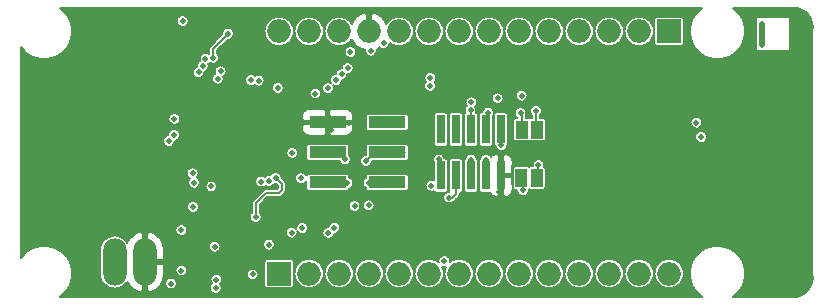
<source format=gbl>
G04 #@! TF.GenerationSoftware,KiCad,Pcbnew,5.1.0-060a0da~80~ubuntu16.04.1*
G04 #@! TF.CreationDate,2019-04-04T13:00:51+02:00*
G04 #@! TF.ProjectId,k2,6b322e6b-6963-4616-945f-706362585858,RevPB*
G04 #@! TF.SameCoordinates,Original*
G04 #@! TF.FileFunction,Copper,L4,Bot*
G04 #@! TF.FilePolarity,Positive*
%FSLAX46Y46*%
G04 Gerber Fmt 4.6, Leading zero omitted, Abs format (unit mm)*
G04 Created by KiCad (PCBNEW 5.1.0-060a0da~80~ubuntu16.04.1) date 2019-04-04 13:00:51*
%MOMM*%
%LPD*%
G04 APERTURE LIST*
%ADD10O,2.000000X4.000000*%
%ADD11R,0.740000X2.400000*%
%ADD12R,3.150000X1.000000*%
%ADD13R,2.000000X2.000000*%
%ADD14O,2.000000X2.000000*%
%ADD15R,1.000000X1.500000*%
%ADD16C,0.500000*%
%ADD17C,0.500000*%
%ADD18C,0.250000*%
%ADD19C,0.150000*%
%ADD20C,0.200000*%
G04 APERTURE END LIST*
D10*
X116950000Y-103970000D03*
X119490000Y-103970000D03*
D11*
X149640000Y-96640000D03*
X149640000Y-92740000D03*
X148370000Y-96640000D03*
X148370000Y-92740000D03*
X147100000Y-96640000D03*
X147100000Y-92740000D03*
X145830000Y-96640000D03*
X145830000Y-92740000D03*
X144560000Y-96640000D03*
X144560000Y-92740000D03*
D12*
X134965000Y-97230000D03*
X140015000Y-97230000D03*
X134965000Y-94690000D03*
X140015000Y-94690000D03*
X134965000Y-92150000D03*
X140015000Y-92150000D03*
D13*
X163880000Y-84440000D03*
D14*
X161340000Y-84440000D03*
X158800000Y-84440000D03*
X156260000Y-84440000D03*
X153720000Y-84440000D03*
X151180000Y-84440000D03*
X148640000Y-84440000D03*
X146100000Y-84440000D03*
X143560000Y-84440000D03*
X141020000Y-84440000D03*
X138480000Y-84440000D03*
X135940000Y-84440000D03*
X133400000Y-84440000D03*
X130860000Y-84440000D03*
D13*
X130860000Y-104940000D03*
D14*
X133400000Y-104940000D03*
X135940000Y-104940000D03*
X138480000Y-104940000D03*
X141020000Y-104940000D03*
X143560000Y-104940000D03*
X146100000Y-104940000D03*
X148640000Y-104940000D03*
X151180000Y-104940000D03*
X153720000Y-104940000D03*
X156260000Y-104940000D03*
X158800000Y-104940000D03*
X161340000Y-104940000D03*
X163880000Y-104940000D03*
D15*
X151400000Y-92750000D03*
X152700000Y-92750000D03*
X151380000Y-96850000D03*
X152680000Y-96850000D03*
D16*
X127280000Y-90640000D03*
X124520000Y-94660000D03*
X129280000Y-93500000D03*
X109420000Y-87820000D03*
X169060000Y-95860000D03*
X169110000Y-99200000D03*
X168530000Y-99330000D03*
X167710000Y-99250000D03*
X167710000Y-99900000D03*
X167710000Y-100560000D03*
X167790000Y-101240000D03*
X168440000Y-101250000D03*
X169100000Y-101250000D03*
X169770000Y-101240000D03*
X170420000Y-101260000D03*
X171080000Y-101260000D03*
X171730000Y-101250000D03*
X172380000Y-101260000D03*
X173030000Y-101260000D03*
X173700000Y-101260000D03*
X174350000Y-101260000D03*
X175030000Y-101250000D03*
X175690000Y-101200000D03*
X175690000Y-100530000D03*
X175680000Y-99870000D03*
X175690000Y-99190000D03*
X175680000Y-98520000D03*
X175690000Y-97860000D03*
X175680000Y-97200000D03*
X175700000Y-96520000D03*
X175690000Y-95160000D03*
X175700000Y-94500000D03*
X175360000Y-93940000D03*
X174700000Y-93950000D03*
X174030000Y-93940000D03*
X173370000Y-93950000D03*
X172700000Y-93950000D03*
X172040000Y-93940000D03*
X171380000Y-93950000D03*
X170720000Y-93960000D03*
X170050000Y-93940000D03*
X169400000Y-93990000D03*
X169400000Y-94650000D03*
X169390000Y-95300000D03*
X119190000Y-90910000D03*
X118570000Y-90910000D03*
X119140000Y-91560000D03*
X118560000Y-91560000D03*
X121280000Y-90850000D03*
X121320000Y-91500000D03*
X127250000Y-87210000D03*
X136810000Y-92180000D03*
X135060000Y-91660000D03*
X135290000Y-92810000D03*
X149460000Y-98000000D03*
X169060000Y-98590000D03*
X167900000Y-90010000D03*
X142300000Y-99220000D03*
X143620000Y-91230000D03*
X138310000Y-88650000D03*
X133460000Y-89200000D03*
X133310000Y-87770000D03*
X127660000Y-99570000D03*
X121160000Y-92960000D03*
X121220000Y-92150000D03*
X125480000Y-84380000D03*
X124570000Y-84610000D03*
X123980000Y-84060000D03*
X121540000Y-84720000D03*
X121570000Y-83590000D03*
X119060000Y-84460000D03*
X117650000Y-86610000D03*
X112560000Y-89590000D03*
X114240000Y-102870000D03*
X112520000Y-102460000D03*
X113970000Y-96190000D03*
X115280000Y-98720000D03*
X120920000Y-100080000D03*
X121640000Y-103660000D03*
X127510000Y-102780000D03*
X128560000Y-102950000D03*
X128660000Y-105700000D03*
X135330000Y-95860000D03*
X135530000Y-98310000D03*
X120920000Y-97090000D03*
X120910000Y-95215000D03*
X123561977Y-88391977D03*
X175690000Y-95850000D03*
X172130000Y-98530000D03*
X171130000Y-98490000D03*
X148380000Y-95320000D03*
X151510000Y-97890000D03*
X151300000Y-91330000D03*
X148560000Y-91310000D03*
X166180000Y-92170000D03*
X149670000Y-94090000D03*
X144380000Y-95280000D03*
X166590000Y-93380000D03*
X145240000Y-98510000D03*
X147100000Y-95300000D03*
X143740000Y-97510000D03*
X125280000Y-86670000D03*
X126540000Y-84630000D03*
X133930000Y-89700000D03*
X147070000Y-91100000D03*
X124036482Y-87917446D03*
X136650000Y-97280000D03*
X137250000Y-99220000D03*
X138430000Y-97260000D03*
X132710000Y-96870000D03*
X123570000Y-99300000D03*
X136440000Y-95280000D03*
X138440000Y-99170000D03*
X138229998Y-95400000D03*
X131970000Y-94720000D03*
X129330000Y-97150000D03*
X135030000Y-101500000D03*
X131920000Y-101480000D03*
X135530000Y-101060000D03*
X129980000Y-97120000D03*
X132820000Y-101090000D03*
X121970000Y-93200000D03*
X128620000Y-105020000D03*
X121520000Y-93730000D03*
X129140000Y-88610000D03*
X144850000Y-103890000D03*
X129990000Y-102500000D03*
X128880000Y-100160000D03*
X128480000Y-88570000D03*
X130570000Y-96840000D03*
X135670000Y-88550000D03*
X125910971Y-87815794D03*
X151400000Y-89880000D03*
X149360000Y-90100000D03*
X134990000Y-89250000D03*
X125664961Y-88449117D03*
X122690000Y-83570000D03*
X121990000Y-91850000D03*
X136900000Y-86190000D03*
X147140000Y-90440000D03*
X130750000Y-89220000D03*
X143660000Y-88380000D03*
X123650000Y-97250000D03*
X138630000Y-86070000D03*
X139710000Y-85450000D03*
X123540000Y-96450000D03*
X125110000Y-97570000D03*
X152600000Y-91190000D03*
X143630000Y-89040000D03*
X136150000Y-88070000D03*
X124394990Y-87375239D03*
X136660000Y-87550000D03*
X152820000Y-95760000D03*
X124620330Y-86738381D03*
X121710000Y-105790000D03*
X125550000Y-105460000D03*
X125490000Y-106170000D03*
X122580000Y-104690000D03*
X125400000Y-102670000D03*
X122580000Y-101270000D03*
D17*
X171730000Y-85570000D02*
X171730000Y-83780000D01*
D18*
X129280000Y-93500000D02*
X129270000Y-93500000D01*
D17*
X168660000Y-99200000D02*
X169110000Y-99200000D01*
X168530000Y-99330000D02*
X168660000Y-99200000D01*
X167710000Y-99900000D02*
X167710000Y-99250000D01*
X167710000Y-101160000D02*
X167710000Y-100560000D01*
X167790000Y-101240000D02*
X167710000Y-101160000D01*
X169100000Y-101250000D02*
X168440000Y-101250000D01*
X170400000Y-101240000D02*
X169770000Y-101240000D01*
X170420000Y-101260000D02*
X170400000Y-101240000D01*
X171720000Y-101260000D02*
X171080000Y-101260000D01*
X171730000Y-101250000D02*
X171720000Y-101260000D01*
X173030000Y-101260000D02*
X172380000Y-101260000D01*
X174350000Y-101260000D02*
X173700000Y-101260000D01*
X175640000Y-101250000D02*
X175030000Y-101250000D01*
X175690000Y-101200000D02*
X175640000Y-101250000D01*
X175690000Y-99880000D02*
X175690000Y-100530000D01*
X175680000Y-99870000D02*
X175690000Y-99880000D01*
X175690000Y-97210000D02*
X175690000Y-97860000D01*
X175680000Y-97200000D02*
X175690000Y-97210000D01*
X175700000Y-95860000D02*
X175700000Y-96520000D01*
X175690000Y-95850000D02*
X175700000Y-95860000D01*
X175690000Y-94510000D02*
X175690000Y-95160000D01*
X175700000Y-94500000D02*
X175690000Y-94510000D01*
X174710000Y-93940000D02*
X175360000Y-93940000D01*
X174700000Y-93950000D02*
X174710000Y-93940000D01*
X173380000Y-93940000D02*
X174030000Y-93940000D01*
X173370000Y-93950000D02*
X173380000Y-93940000D01*
X172050000Y-93950000D02*
X172700000Y-93950000D01*
X172040000Y-93940000D02*
X172050000Y-93950000D01*
X170730000Y-93950000D02*
X171380000Y-93950000D01*
X170720000Y-93960000D02*
X170730000Y-93950000D01*
X169450000Y-93940000D02*
X170050000Y-93940000D01*
X169400000Y-93990000D02*
X169450000Y-93940000D01*
X169400000Y-95290000D02*
X169400000Y-94650000D01*
X169390000Y-95300000D02*
X169400000Y-95290000D01*
D19*
X135060000Y-91660000D02*
X134965000Y-91755000D01*
X134965000Y-91755000D02*
X134965000Y-92150000D01*
D18*
X134965000Y-92150000D02*
X134965000Y-92485000D01*
X134965000Y-92485000D02*
X135290000Y-92810000D01*
D19*
X149640000Y-96640000D02*
X149640000Y-97820000D01*
X149640000Y-97820000D02*
X149460000Y-98000000D01*
X148370000Y-96640000D02*
X148370000Y-95330000D01*
X148370000Y-95330000D02*
X148380000Y-95320000D01*
X151510000Y-96920000D02*
X151510000Y-97890000D01*
X151430000Y-91460000D02*
X151430000Y-92430000D01*
X151300000Y-91330000D02*
X151430000Y-91460000D01*
X148560000Y-91310000D02*
X148560000Y-92550000D01*
X148560000Y-92550000D02*
X148370000Y-92740000D01*
X151430000Y-92430000D02*
X151430000Y-92040000D01*
X148650000Y-91220000D02*
X148560000Y-91310000D01*
X151430000Y-92430000D02*
X151430000Y-91960000D01*
X149670000Y-94090000D02*
X149670000Y-92770000D01*
X149670000Y-92770000D02*
X149640000Y-92740000D01*
D18*
X144560000Y-95460000D02*
X144380000Y-95280000D01*
D19*
X144560000Y-96640000D02*
X144560000Y-95460000D01*
X145240000Y-98510000D02*
X145530000Y-98510000D01*
X145830000Y-98210000D02*
X145830000Y-96640000D01*
X145530000Y-98510000D02*
X145830000Y-98210000D01*
X147100000Y-96640000D02*
X147100000Y-95300000D01*
X125280000Y-86670000D02*
X125280000Y-85890000D01*
X125280000Y-85890000D02*
X126540000Y-84630000D01*
X147100000Y-92740000D02*
X147100000Y-91130000D01*
X147100000Y-91130000D02*
X147070000Y-91100000D01*
X135015000Y-97280000D02*
X136650000Y-97280000D01*
X135015000Y-97280000D02*
X134965000Y-97230000D01*
X135630000Y-97230000D02*
X134965000Y-97230000D01*
X138430000Y-97260000D02*
X138460000Y-97230000D01*
X138460000Y-97230000D02*
X140015000Y-97230000D01*
X136440000Y-95280000D02*
X135850000Y-94690000D01*
X135850000Y-94690000D02*
X134965000Y-94690000D01*
X140120000Y-94795000D02*
X140015000Y-94690000D01*
X141490000Y-94690000D02*
X140015000Y-94690000D01*
X140015000Y-94690000D02*
X138940000Y-94690000D01*
X138940000Y-94690000D02*
X138230000Y-95400000D01*
X138230000Y-95400000D02*
X138229998Y-95400000D01*
X128880000Y-99760000D02*
X128880000Y-99000000D01*
X131100000Y-97370000D02*
X130570000Y-96840000D01*
X131100000Y-97870000D02*
X131100000Y-97370000D01*
X130830000Y-98140000D02*
X131100000Y-97870000D01*
X129740000Y-98140000D02*
X130830000Y-98140000D01*
X128880000Y-99000000D02*
X129740000Y-98140000D01*
X130570000Y-96840000D02*
X130570000Y-96930000D01*
X128880000Y-99760000D02*
X128880000Y-100160000D01*
X152600000Y-92300000D02*
X152600000Y-91190000D01*
X152600000Y-92300000D02*
X152730000Y-92430000D01*
X152810000Y-96920000D02*
X152810000Y-95770000D01*
X152810000Y-95770000D02*
X152820000Y-95760000D01*
D20*
G36*
X166471962Y-82614636D02*
G01*
X166144636Y-82941962D01*
X165887457Y-83326857D01*
X165710309Y-83754530D01*
X165620000Y-84208545D01*
X165620000Y-84671455D01*
X165710309Y-85125470D01*
X165887457Y-85553143D01*
X166144636Y-85938038D01*
X166471962Y-86265364D01*
X166856857Y-86522543D01*
X167284530Y-86699691D01*
X167738545Y-86790000D01*
X168201455Y-86790000D01*
X168655470Y-86699691D01*
X169083143Y-86522543D01*
X169468038Y-86265364D01*
X169795364Y-85938038D01*
X170052543Y-85553143D01*
X170229691Y-85125470D01*
X170320000Y-84671455D01*
X170320000Y-84208545D01*
X170229691Y-83754530D01*
X170053845Y-83330000D01*
X171210000Y-83330000D01*
X171210000Y-86040000D01*
X171211921Y-86059509D01*
X171217612Y-86078268D01*
X171226853Y-86095557D01*
X171239289Y-86110711D01*
X171254443Y-86123147D01*
X171271732Y-86132388D01*
X171290491Y-86138079D01*
X171310000Y-86140000D01*
X174020000Y-86140000D01*
X174039509Y-86138079D01*
X174058268Y-86132388D01*
X174075557Y-86123147D01*
X174090711Y-86110711D01*
X174103147Y-86095557D01*
X174112388Y-86078268D01*
X174118079Y-86059509D01*
X174120000Y-86040000D01*
X174120000Y-83330000D01*
X174118079Y-83310491D01*
X174112388Y-83291732D01*
X174103147Y-83274443D01*
X174090711Y-83259289D01*
X174075557Y-83246853D01*
X174058268Y-83237612D01*
X174039509Y-83231921D01*
X174020000Y-83230000D01*
X171310000Y-83230000D01*
X171290491Y-83231921D01*
X171271732Y-83237612D01*
X171254443Y-83246853D01*
X171239289Y-83259289D01*
X171226853Y-83274443D01*
X171217612Y-83291732D01*
X171211921Y-83310491D01*
X171210000Y-83330000D01*
X170053845Y-83330000D01*
X170052543Y-83326857D01*
X169795364Y-82941962D01*
X169468038Y-82614636D01*
X169281507Y-82490000D01*
X174669859Y-82490000D01*
X174970736Y-82571650D01*
X175259353Y-82714813D01*
X175514668Y-82911313D01*
X175726948Y-83153652D01*
X175888119Y-83432616D01*
X175992034Y-83737566D01*
X176034739Y-84056895D01*
X176014457Y-84380812D01*
X176014342Y-84381190D01*
X176010001Y-84425267D01*
X176010000Y-104954732D01*
X176010881Y-104963680D01*
X176035105Y-105311584D01*
X175994631Y-105631203D01*
X175892845Y-105936877D01*
X175733627Y-106216956D01*
X175523039Y-106460776D01*
X175269106Y-106659049D01*
X174981499Y-106804222D01*
X174673921Y-106890000D01*
X169271507Y-106890000D01*
X169458038Y-106765364D01*
X169785364Y-106438038D01*
X170042543Y-106053143D01*
X170219691Y-105625470D01*
X170310000Y-105171455D01*
X170310000Y-104708545D01*
X170219691Y-104254530D01*
X170042543Y-103826857D01*
X169785364Y-103441962D01*
X169458038Y-103114636D01*
X169073143Y-102857457D01*
X168645470Y-102680309D01*
X168191455Y-102590000D01*
X167728545Y-102590000D01*
X167274530Y-102680309D01*
X166846857Y-102857457D01*
X166461962Y-103114636D01*
X166134636Y-103441962D01*
X165877457Y-103826857D01*
X165700309Y-104254530D01*
X165610000Y-104708545D01*
X165610000Y-105171455D01*
X165700309Y-105625470D01*
X165877457Y-106053143D01*
X166134636Y-106438038D01*
X166461962Y-106765364D01*
X166648493Y-106890000D01*
X112271507Y-106890000D01*
X112458038Y-106765364D01*
X112785364Y-106438038D01*
X113042543Y-106053143D01*
X113219691Y-105625470D01*
X113310000Y-105171455D01*
X113310000Y-104708545D01*
X113219691Y-104254530D01*
X113042543Y-103826857D01*
X112785364Y-103441962D01*
X112458038Y-103114636D01*
X112149678Y-102908596D01*
X115700000Y-102908596D01*
X115700001Y-105031405D01*
X115718088Y-105215043D01*
X115789564Y-105450669D01*
X115905635Y-105667823D01*
X116061841Y-105858160D01*
X116252178Y-106014366D01*
X116469332Y-106130437D01*
X116704958Y-106201913D01*
X116950000Y-106226048D01*
X117195043Y-106201913D01*
X117430669Y-106130437D01*
X117647823Y-106014366D01*
X117838160Y-105858160D01*
X117994366Y-105667823D01*
X118019455Y-105620884D01*
X118063335Y-105727632D01*
X118238555Y-105991403D01*
X118461867Y-106215922D01*
X118724690Y-106392561D01*
X119016923Y-106514531D01*
X119087506Y-106526812D01*
X119336000Y-106417833D01*
X119336000Y-104124000D01*
X119644000Y-104124000D01*
X119644000Y-106417833D01*
X119892494Y-106526812D01*
X119963077Y-106514531D01*
X120255310Y-106392561D01*
X120518133Y-106215922D01*
X120741445Y-105991403D01*
X120907948Y-105740754D01*
X121210000Y-105740754D01*
X121210000Y-105839246D01*
X121229215Y-105935845D01*
X121266906Y-106026839D01*
X121321625Y-106108731D01*
X121391269Y-106178375D01*
X121473161Y-106233094D01*
X121564155Y-106270785D01*
X121660754Y-106290000D01*
X121759246Y-106290000D01*
X121855845Y-106270785D01*
X121946839Y-106233094D01*
X122028731Y-106178375D01*
X122086352Y-106120754D01*
X124990000Y-106120754D01*
X124990000Y-106219246D01*
X125009215Y-106315845D01*
X125046906Y-106406839D01*
X125101625Y-106488731D01*
X125171269Y-106558375D01*
X125253161Y-106613094D01*
X125344155Y-106650785D01*
X125440754Y-106670000D01*
X125539246Y-106670000D01*
X125635845Y-106650785D01*
X125726839Y-106613094D01*
X125808731Y-106558375D01*
X125878375Y-106488731D01*
X125933094Y-106406839D01*
X125970785Y-106315845D01*
X125990000Y-106219246D01*
X125990000Y-106120754D01*
X125970785Y-106024155D01*
X125933094Y-105933161D01*
X125878375Y-105851269D01*
X125872106Y-105845000D01*
X125938375Y-105778731D01*
X125993094Y-105696839D01*
X126030785Y-105605845D01*
X126050000Y-105509246D01*
X126050000Y-105410754D01*
X126030785Y-105314155D01*
X125993094Y-105223161D01*
X125938375Y-105141269D01*
X125868731Y-105071625D01*
X125786839Y-105016906D01*
X125695845Y-104979215D01*
X125653310Y-104970754D01*
X128120000Y-104970754D01*
X128120000Y-105069246D01*
X128139215Y-105165845D01*
X128176906Y-105256839D01*
X128231625Y-105338731D01*
X128301269Y-105408375D01*
X128383161Y-105463094D01*
X128474155Y-105500785D01*
X128570754Y-105520000D01*
X128669246Y-105520000D01*
X128765845Y-105500785D01*
X128856839Y-105463094D01*
X128938731Y-105408375D01*
X129008375Y-105338731D01*
X129063094Y-105256839D01*
X129100785Y-105165845D01*
X129120000Y-105069246D01*
X129120000Y-104970754D01*
X129100785Y-104874155D01*
X129063094Y-104783161D01*
X129008375Y-104701269D01*
X128938731Y-104631625D01*
X128856839Y-104576906D01*
X128765845Y-104539215D01*
X128669246Y-104520000D01*
X128570754Y-104520000D01*
X128474155Y-104539215D01*
X128383161Y-104576906D01*
X128301269Y-104631625D01*
X128231625Y-104701269D01*
X128176906Y-104783161D01*
X128139215Y-104874155D01*
X128120000Y-104970754D01*
X125653310Y-104970754D01*
X125599246Y-104960000D01*
X125500754Y-104960000D01*
X125404155Y-104979215D01*
X125313161Y-105016906D01*
X125231269Y-105071625D01*
X125161625Y-105141269D01*
X125106906Y-105223161D01*
X125069215Y-105314155D01*
X125050000Y-105410754D01*
X125050000Y-105509246D01*
X125069215Y-105605845D01*
X125106906Y-105696839D01*
X125161625Y-105778731D01*
X125167894Y-105785000D01*
X125101625Y-105851269D01*
X125046906Y-105933161D01*
X125009215Y-106024155D01*
X124990000Y-106120754D01*
X122086352Y-106120754D01*
X122098375Y-106108731D01*
X122153094Y-106026839D01*
X122190785Y-105935845D01*
X122210000Y-105839246D01*
X122210000Y-105740754D01*
X122190785Y-105644155D01*
X122153094Y-105553161D01*
X122098375Y-105471269D01*
X122028731Y-105401625D01*
X121946839Y-105346906D01*
X121855845Y-105309215D01*
X121759246Y-105290000D01*
X121660754Y-105290000D01*
X121564155Y-105309215D01*
X121473161Y-105346906D01*
X121391269Y-105401625D01*
X121321625Y-105471269D01*
X121266906Y-105553161D01*
X121229215Y-105644155D01*
X121210000Y-105740754D01*
X120907948Y-105740754D01*
X120916665Y-105727632D01*
X121037059Y-105434746D01*
X121098000Y-105124000D01*
X121098000Y-104640754D01*
X122080000Y-104640754D01*
X122080000Y-104739246D01*
X122099215Y-104835845D01*
X122136906Y-104926839D01*
X122191625Y-105008731D01*
X122261269Y-105078375D01*
X122343161Y-105133094D01*
X122434155Y-105170785D01*
X122530754Y-105190000D01*
X122629246Y-105190000D01*
X122725845Y-105170785D01*
X122816839Y-105133094D01*
X122898731Y-105078375D01*
X122968375Y-105008731D01*
X123023094Y-104926839D01*
X123060785Y-104835845D01*
X123080000Y-104739246D01*
X123080000Y-104640754D01*
X123060785Y-104544155D01*
X123023094Y-104453161D01*
X122968375Y-104371269D01*
X122898731Y-104301625D01*
X122816839Y-104246906D01*
X122725845Y-104209215D01*
X122629246Y-104190000D01*
X122530754Y-104190000D01*
X122434155Y-104209215D01*
X122343161Y-104246906D01*
X122261269Y-104301625D01*
X122191625Y-104371269D01*
X122136906Y-104453161D01*
X122099215Y-104544155D01*
X122080000Y-104640754D01*
X121098000Y-104640754D01*
X121098000Y-104124000D01*
X119644000Y-104124000D01*
X119336000Y-104124000D01*
X119316000Y-104124000D01*
X119316000Y-103940000D01*
X129608791Y-103940000D01*
X129608791Y-105940000D01*
X129613618Y-105989008D01*
X129627913Y-106036134D01*
X129651127Y-106079564D01*
X129682368Y-106117632D01*
X129720436Y-106148873D01*
X129763866Y-106172087D01*
X129810992Y-106186382D01*
X129860000Y-106191209D01*
X131860000Y-106191209D01*
X131909008Y-106186382D01*
X131956134Y-106172087D01*
X131999564Y-106148873D01*
X132037632Y-106117632D01*
X132068873Y-106079564D01*
X132092087Y-106036134D01*
X132106382Y-105989008D01*
X132111209Y-105940000D01*
X132111209Y-104940000D01*
X132143952Y-104940000D01*
X132168087Y-105185043D01*
X132239563Y-105420669D01*
X132355634Y-105637823D01*
X132511840Y-105828160D01*
X132702177Y-105984366D01*
X132919331Y-106100437D01*
X133154957Y-106171913D01*
X133338595Y-106190000D01*
X133461405Y-106190000D01*
X133645043Y-106171913D01*
X133880669Y-106100437D01*
X134097823Y-105984366D01*
X134288160Y-105828160D01*
X134444366Y-105637823D01*
X134560437Y-105420669D01*
X134631913Y-105185043D01*
X134656048Y-104940000D01*
X134683952Y-104940000D01*
X134708087Y-105185043D01*
X134779563Y-105420669D01*
X134895634Y-105637823D01*
X135051840Y-105828160D01*
X135242177Y-105984366D01*
X135459331Y-106100437D01*
X135694957Y-106171913D01*
X135878595Y-106190000D01*
X136001405Y-106190000D01*
X136185043Y-106171913D01*
X136420669Y-106100437D01*
X136637823Y-105984366D01*
X136828160Y-105828160D01*
X136984366Y-105637823D01*
X137100437Y-105420669D01*
X137171913Y-105185043D01*
X137196048Y-104940000D01*
X137223952Y-104940000D01*
X137248087Y-105185043D01*
X137319563Y-105420669D01*
X137435634Y-105637823D01*
X137591840Y-105828160D01*
X137782177Y-105984366D01*
X137999331Y-106100437D01*
X138234957Y-106171913D01*
X138418595Y-106190000D01*
X138541405Y-106190000D01*
X138725043Y-106171913D01*
X138960669Y-106100437D01*
X139177823Y-105984366D01*
X139368160Y-105828160D01*
X139524366Y-105637823D01*
X139640437Y-105420669D01*
X139711913Y-105185043D01*
X139736048Y-104940000D01*
X139763952Y-104940000D01*
X139788087Y-105185043D01*
X139859563Y-105420669D01*
X139975634Y-105637823D01*
X140131840Y-105828160D01*
X140322177Y-105984366D01*
X140539331Y-106100437D01*
X140774957Y-106171913D01*
X140958595Y-106190000D01*
X141081405Y-106190000D01*
X141265043Y-106171913D01*
X141500669Y-106100437D01*
X141717823Y-105984366D01*
X141908160Y-105828160D01*
X142064366Y-105637823D01*
X142180437Y-105420669D01*
X142251913Y-105185043D01*
X142276048Y-104940000D01*
X142303952Y-104940000D01*
X142328087Y-105185043D01*
X142399563Y-105420669D01*
X142515634Y-105637823D01*
X142671840Y-105828160D01*
X142862177Y-105984366D01*
X143079331Y-106100437D01*
X143314957Y-106171913D01*
X143498595Y-106190000D01*
X143621405Y-106190000D01*
X143805043Y-106171913D01*
X144040669Y-106100437D01*
X144257823Y-105984366D01*
X144448160Y-105828160D01*
X144604366Y-105637823D01*
X144720437Y-105420669D01*
X144791913Y-105185043D01*
X144816048Y-104940000D01*
X144791913Y-104694957D01*
X144720437Y-104459331D01*
X144664280Y-104354268D01*
X144704155Y-104370785D01*
X144800754Y-104390000D01*
X144899246Y-104390000D01*
X144985827Y-104372778D01*
X144939563Y-104459331D01*
X144868087Y-104694957D01*
X144843952Y-104940000D01*
X144868087Y-105185043D01*
X144939563Y-105420669D01*
X145055634Y-105637823D01*
X145211840Y-105828160D01*
X145402177Y-105984366D01*
X145619331Y-106100437D01*
X145854957Y-106171913D01*
X146038595Y-106190000D01*
X146161405Y-106190000D01*
X146345043Y-106171913D01*
X146580669Y-106100437D01*
X146797823Y-105984366D01*
X146988160Y-105828160D01*
X147144366Y-105637823D01*
X147260437Y-105420669D01*
X147331913Y-105185043D01*
X147356048Y-104940000D01*
X147383952Y-104940000D01*
X147408087Y-105185043D01*
X147479563Y-105420669D01*
X147595634Y-105637823D01*
X147751840Y-105828160D01*
X147942177Y-105984366D01*
X148159331Y-106100437D01*
X148394957Y-106171913D01*
X148578595Y-106190000D01*
X148701405Y-106190000D01*
X148885043Y-106171913D01*
X149120669Y-106100437D01*
X149337823Y-105984366D01*
X149528160Y-105828160D01*
X149684366Y-105637823D01*
X149800437Y-105420669D01*
X149871913Y-105185043D01*
X149896048Y-104940000D01*
X149923952Y-104940000D01*
X149948087Y-105185043D01*
X150019563Y-105420669D01*
X150135634Y-105637823D01*
X150291840Y-105828160D01*
X150482177Y-105984366D01*
X150699331Y-106100437D01*
X150934957Y-106171913D01*
X151118595Y-106190000D01*
X151241405Y-106190000D01*
X151425043Y-106171913D01*
X151660669Y-106100437D01*
X151877823Y-105984366D01*
X152068160Y-105828160D01*
X152224366Y-105637823D01*
X152340437Y-105420669D01*
X152411913Y-105185043D01*
X152436048Y-104940000D01*
X152463952Y-104940000D01*
X152488087Y-105185043D01*
X152559563Y-105420669D01*
X152675634Y-105637823D01*
X152831840Y-105828160D01*
X153022177Y-105984366D01*
X153239331Y-106100437D01*
X153474957Y-106171913D01*
X153658595Y-106190000D01*
X153781405Y-106190000D01*
X153965043Y-106171913D01*
X154200669Y-106100437D01*
X154417823Y-105984366D01*
X154608160Y-105828160D01*
X154764366Y-105637823D01*
X154880437Y-105420669D01*
X154951913Y-105185043D01*
X154976048Y-104940000D01*
X155003952Y-104940000D01*
X155028087Y-105185043D01*
X155099563Y-105420669D01*
X155215634Y-105637823D01*
X155371840Y-105828160D01*
X155562177Y-105984366D01*
X155779331Y-106100437D01*
X156014957Y-106171913D01*
X156198595Y-106190000D01*
X156321405Y-106190000D01*
X156505043Y-106171913D01*
X156740669Y-106100437D01*
X156957823Y-105984366D01*
X157148160Y-105828160D01*
X157304366Y-105637823D01*
X157420437Y-105420669D01*
X157491913Y-105185043D01*
X157516048Y-104940000D01*
X157543952Y-104940000D01*
X157568087Y-105185043D01*
X157639563Y-105420669D01*
X157755634Y-105637823D01*
X157911840Y-105828160D01*
X158102177Y-105984366D01*
X158319331Y-106100437D01*
X158554957Y-106171913D01*
X158738595Y-106190000D01*
X158861405Y-106190000D01*
X159045043Y-106171913D01*
X159280669Y-106100437D01*
X159497823Y-105984366D01*
X159688160Y-105828160D01*
X159844366Y-105637823D01*
X159960437Y-105420669D01*
X160031913Y-105185043D01*
X160056048Y-104940000D01*
X160083952Y-104940000D01*
X160108087Y-105185043D01*
X160179563Y-105420669D01*
X160295634Y-105637823D01*
X160451840Y-105828160D01*
X160642177Y-105984366D01*
X160859331Y-106100437D01*
X161094957Y-106171913D01*
X161278595Y-106190000D01*
X161401405Y-106190000D01*
X161585043Y-106171913D01*
X161820669Y-106100437D01*
X162037823Y-105984366D01*
X162228160Y-105828160D01*
X162384366Y-105637823D01*
X162500437Y-105420669D01*
X162571913Y-105185043D01*
X162596048Y-104940000D01*
X162623952Y-104940000D01*
X162648087Y-105185043D01*
X162719563Y-105420669D01*
X162835634Y-105637823D01*
X162991840Y-105828160D01*
X163182177Y-105984366D01*
X163399331Y-106100437D01*
X163634957Y-106171913D01*
X163818595Y-106190000D01*
X163941405Y-106190000D01*
X164125043Y-106171913D01*
X164360669Y-106100437D01*
X164577823Y-105984366D01*
X164768160Y-105828160D01*
X164924366Y-105637823D01*
X165040437Y-105420669D01*
X165111913Y-105185043D01*
X165136048Y-104940000D01*
X165111913Y-104694957D01*
X165040437Y-104459331D01*
X164924366Y-104242177D01*
X164768160Y-104051840D01*
X164577823Y-103895634D01*
X164360669Y-103779563D01*
X164125043Y-103708087D01*
X163941405Y-103690000D01*
X163818595Y-103690000D01*
X163634957Y-103708087D01*
X163399331Y-103779563D01*
X163182177Y-103895634D01*
X162991840Y-104051840D01*
X162835634Y-104242177D01*
X162719563Y-104459331D01*
X162648087Y-104694957D01*
X162623952Y-104940000D01*
X162596048Y-104940000D01*
X162571913Y-104694957D01*
X162500437Y-104459331D01*
X162384366Y-104242177D01*
X162228160Y-104051840D01*
X162037823Y-103895634D01*
X161820669Y-103779563D01*
X161585043Y-103708087D01*
X161401405Y-103690000D01*
X161278595Y-103690000D01*
X161094957Y-103708087D01*
X160859331Y-103779563D01*
X160642177Y-103895634D01*
X160451840Y-104051840D01*
X160295634Y-104242177D01*
X160179563Y-104459331D01*
X160108087Y-104694957D01*
X160083952Y-104940000D01*
X160056048Y-104940000D01*
X160031913Y-104694957D01*
X159960437Y-104459331D01*
X159844366Y-104242177D01*
X159688160Y-104051840D01*
X159497823Y-103895634D01*
X159280669Y-103779563D01*
X159045043Y-103708087D01*
X158861405Y-103690000D01*
X158738595Y-103690000D01*
X158554957Y-103708087D01*
X158319331Y-103779563D01*
X158102177Y-103895634D01*
X157911840Y-104051840D01*
X157755634Y-104242177D01*
X157639563Y-104459331D01*
X157568087Y-104694957D01*
X157543952Y-104940000D01*
X157516048Y-104940000D01*
X157491913Y-104694957D01*
X157420437Y-104459331D01*
X157304366Y-104242177D01*
X157148160Y-104051840D01*
X156957823Y-103895634D01*
X156740669Y-103779563D01*
X156505043Y-103708087D01*
X156321405Y-103690000D01*
X156198595Y-103690000D01*
X156014957Y-103708087D01*
X155779331Y-103779563D01*
X155562177Y-103895634D01*
X155371840Y-104051840D01*
X155215634Y-104242177D01*
X155099563Y-104459331D01*
X155028087Y-104694957D01*
X155003952Y-104940000D01*
X154976048Y-104940000D01*
X154951913Y-104694957D01*
X154880437Y-104459331D01*
X154764366Y-104242177D01*
X154608160Y-104051840D01*
X154417823Y-103895634D01*
X154200669Y-103779563D01*
X153965043Y-103708087D01*
X153781405Y-103690000D01*
X153658595Y-103690000D01*
X153474957Y-103708087D01*
X153239331Y-103779563D01*
X153022177Y-103895634D01*
X152831840Y-104051840D01*
X152675634Y-104242177D01*
X152559563Y-104459331D01*
X152488087Y-104694957D01*
X152463952Y-104940000D01*
X152436048Y-104940000D01*
X152411913Y-104694957D01*
X152340437Y-104459331D01*
X152224366Y-104242177D01*
X152068160Y-104051840D01*
X151877823Y-103895634D01*
X151660669Y-103779563D01*
X151425043Y-103708087D01*
X151241405Y-103690000D01*
X151118595Y-103690000D01*
X150934957Y-103708087D01*
X150699331Y-103779563D01*
X150482177Y-103895634D01*
X150291840Y-104051840D01*
X150135634Y-104242177D01*
X150019563Y-104459331D01*
X149948087Y-104694957D01*
X149923952Y-104940000D01*
X149896048Y-104940000D01*
X149871913Y-104694957D01*
X149800437Y-104459331D01*
X149684366Y-104242177D01*
X149528160Y-104051840D01*
X149337823Y-103895634D01*
X149120669Y-103779563D01*
X148885043Y-103708087D01*
X148701405Y-103690000D01*
X148578595Y-103690000D01*
X148394957Y-103708087D01*
X148159331Y-103779563D01*
X147942177Y-103895634D01*
X147751840Y-104051840D01*
X147595634Y-104242177D01*
X147479563Y-104459331D01*
X147408087Y-104694957D01*
X147383952Y-104940000D01*
X147356048Y-104940000D01*
X147331913Y-104694957D01*
X147260437Y-104459331D01*
X147144366Y-104242177D01*
X146988160Y-104051840D01*
X146797823Y-103895634D01*
X146580669Y-103779563D01*
X146345043Y-103708087D01*
X146161405Y-103690000D01*
X146038595Y-103690000D01*
X145854957Y-103708087D01*
X145619331Y-103779563D01*
X145402177Y-103895634D01*
X145350000Y-103938455D01*
X145350000Y-103840754D01*
X145330785Y-103744155D01*
X145293094Y-103653161D01*
X145238375Y-103571269D01*
X145168731Y-103501625D01*
X145086839Y-103446906D01*
X144995845Y-103409215D01*
X144899246Y-103390000D01*
X144800754Y-103390000D01*
X144704155Y-103409215D01*
X144613161Y-103446906D01*
X144531269Y-103501625D01*
X144461625Y-103571269D01*
X144406906Y-103653161D01*
X144369215Y-103744155D01*
X144350000Y-103840754D01*
X144350000Y-103939246D01*
X144357616Y-103977532D01*
X144257823Y-103895634D01*
X144040669Y-103779563D01*
X143805043Y-103708087D01*
X143621405Y-103690000D01*
X143498595Y-103690000D01*
X143314957Y-103708087D01*
X143079331Y-103779563D01*
X142862177Y-103895634D01*
X142671840Y-104051840D01*
X142515634Y-104242177D01*
X142399563Y-104459331D01*
X142328087Y-104694957D01*
X142303952Y-104940000D01*
X142276048Y-104940000D01*
X142251913Y-104694957D01*
X142180437Y-104459331D01*
X142064366Y-104242177D01*
X141908160Y-104051840D01*
X141717823Y-103895634D01*
X141500669Y-103779563D01*
X141265043Y-103708087D01*
X141081405Y-103690000D01*
X140958595Y-103690000D01*
X140774957Y-103708087D01*
X140539331Y-103779563D01*
X140322177Y-103895634D01*
X140131840Y-104051840D01*
X139975634Y-104242177D01*
X139859563Y-104459331D01*
X139788087Y-104694957D01*
X139763952Y-104940000D01*
X139736048Y-104940000D01*
X139711913Y-104694957D01*
X139640437Y-104459331D01*
X139524366Y-104242177D01*
X139368160Y-104051840D01*
X139177823Y-103895634D01*
X138960669Y-103779563D01*
X138725043Y-103708087D01*
X138541405Y-103690000D01*
X138418595Y-103690000D01*
X138234957Y-103708087D01*
X137999331Y-103779563D01*
X137782177Y-103895634D01*
X137591840Y-104051840D01*
X137435634Y-104242177D01*
X137319563Y-104459331D01*
X137248087Y-104694957D01*
X137223952Y-104940000D01*
X137196048Y-104940000D01*
X137171913Y-104694957D01*
X137100437Y-104459331D01*
X136984366Y-104242177D01*
X136828160Y-104051840D01*
X136637823Y-103895634D01*
X136420669Y-103779563D01*
X136185043Y-103708087D01*
X136001405Y-103690000D01*
X135878595Y-103690000D01*
X135694957Y-103708087D01*
X135459331Y-103779563D01*
X135242177Y-103895634D01*
X135051840Y-104051840D01*
X134895634Y-104242177D01*
X134779563Y-104459331D01*
X134708087Y-104694957D01*
X134683952Y-104940000D01*
X134656048Y-104940000D01*
X134631913Y-104694957D01*
X134560437Y-104459331D01*
X134444366Y-104242177D01*
X134288160Y-104051840D01*
X134097823Y-103895634D01*
X133880669Y-103779563D01*
X133645043Y-103708087D01*
X133461405Y-103690000D01*
X133338595Y-103690000D01*
X133154957Y-103708087D01*
X132919331Y-103779563D01*
X132702177Y-103895634D01*
X132511840Y-104051840D01*
X132355634Y-104242177D01*
X132239563Y-104459331D01*
X132168087Y-104694957D01*
X132143952Y-104940000D01*
X132111209Y-104940000D01*
X132111209Y-103940000D01*
X132106382Y-103890992D01*
X132092087Y-103843866D01*
X132068873Y-103800436D01*
X132037632Y-103762368D01*
X131999564Y-103731127D01*
X131956134Y-103707913D01*
X131909008Y-103693618D01*
X131860000Y-103688791D01*
X129860000Y-103688791D01*
X129810992Y-103693618D01*
X129763866Y-103707913D01*
X129720436Y-103731127D01*
X129682368Y-103762368D01*
X129651127Y-103800436D01*
X129627913Y-103843866D01*
X129613618Y-103890992D01*
X129608791Y-103940000D01*
X119316000Y-103940000D01*
X119316000Y-103816000D01*
X119336000Y-103816000D01*
X119336000Y-101522167D01*
X119644000Y-101522167D01*
X119644000Y-103816000D01*
X121098000Y-103816000D01*
X121098000Y-102816000D01*
X121059710Y-102620754D01*
X124900000Y-102620754D01*
X124900000Y-102719246D01*
X124919215Y-102815845D01*
X124956906Y-102906839D01*
X125011625Y-102988731D01*
X125081269Y-103058375D01*
X125163161Y-103113094D01*
X125254155Y-103150785D01*
X125350754Y-103170000D01*
X125449246Y-103170000D01*
X125545845Y-103150785D01*
X125636839Y-103113094D01*
X125718731Y-103058375D01*
X125788375Y-102988731D01*
X125843094Y-102906839D01*
X125880785Y-102815845D01*
X125900000Y-102719246D01*
X125900000Y-102620754D01*
X125880785Y-102524155D01*
X125850382Y-102450754D01*
X129490000Y-102450754D01*
X129490000Y-102549246D01*
X129509215Y-102645845D01*
X129546906Y-102736839D01*
X129601625Y-102818731D01*
X129671269Y-102888375D01*
X129753161Y-102943094D01*
X129844155Y-102980785D01*
X129940754Y-103000000D01*
X130039246Y-103000000D01*
X130135845Y-102980785D01*
X130226839Y-102943094D01*
X130308731Y-102888375D01*
X130378375Y-102818731D01*
X130433094Y-102736839D01*
X130470785Y-102645845D01*
X130490000Y-102549246D01*
X130490000Y-102450754D01*
X130470785Y-102354155D01*
X130433094Y-102263161D01*
X130378375Y-102181269D01*
X130308731Y-102111625D01*
X130226839Y-102056906D01*
X130135845Y-102019215D01*
X130039246Y-102000000D01*
X129940754Y-102000000D01*
X129844155Y-102019215D01*
X129753161Y-102056906D01*
X129671269Y-102111625D01*
X129601625Y-102181269D01*
X129546906Y-102263161D01*
X129509215Y-102354155D01*
X129490000Y-102450754D01*
X125850382Y-102450754D01*
X125843094Y-102433161D01*
X125788375Y-102351269D01*
X125718731Y-102281625D01*
X125636839Y-102226906D01*
X125545845Y-102189215D01*
X125449246Y-102170000D01*
X125350754Y-102170000D01*
X125254155Y-102189215D01*
X125163161Y-102226906D01*
X125081269Y-102281625D01*
X125011625Y-102351269D01*
X124956906Y-102433161D01*
X124919215Y-102524155D01*
X124900000Y-102620754D01*
X121059710Y-102620754D01*
X121037059Y-102505254D01*
X120916665Y-102212368D01*
X120741445Y-101948597D01*
X120518133Y-101724078D01*
X120255310Y-101547439D01*
X119963077Y-101425469D01*
X119892494Y-101413188D01*
X119644000Y-101522167D01*
X119336000Y-101522167D01*
X119087506Y-101413188D01*
X119016923Y-101425469D01*
X118724690Y-101547439D01*
X118461867Y-101724078D01*
X118238555Y-101948597D01*
X118063335Y-102212368D01*
X118019455Y-102319116D01*
X117994366Y-102272177D01*
X117838160Y-102081840D01*
X117647822Y-101925634D01*
X117430668Y-101809563D01*
X117195042Y-101738087D01*
X116950000Y-101713952D01*
X116704957Y-101738087D01*
X116469331Y-101809563D01*
X116252177Y-101925634D01*
X116061840Y-102081840D01*
X115905634Y-102272178D01*
X115789563Y-102489332D01*
X115718087Y-102724958D01*
X115700000Y-102908596D01*
X112149678Y-102908596D01*
X112073143Y-102857457D01*
X111645470Y-102680309D01*
X111191455Y-102590000D01*
X110728545Y-102590000D01*
X110274530Y-102680309D01*
X109846857Y-102857457D01*
X109461962Y-103114636D01*
X109134636Y-103441962D01*
X109010000Y-103628493D01*
X109010000Y-101220754D01*
X122080000Y-101220754D01*
X122080000Y-101319246D01*
X122099215Y-101415845D01*
X122136906Y-101506839D01*
X122191625Y-101588731D01*
X122261269Y-101658375D01*
X122343161Y-101713094D01*
X122434155Y-101750785D01*
X122530754Y-101770000D01*
X122629246Y-101770000D01*
X122725845Y-101750785D01*
X122816839Y-101713094D01*
X122898731Y-101658375D01*
X122968375Y-101588731D01*
X123023094Y-101506839D01*
X123054609Y-101430754D01*
X131420000Y-101430754D01*
X131420000Y-101529246D01*
X131439215Y-101625845D01*
X131476906Y-101716839D01*
X131531625Y-101798731D01*
X131601269Y-101868375D01*
X131683161Y-101923094D01*
X131774155Y-101960785D01*
X131870754Y-101980000D01*
X131969246Y-101980000D01*
X132065845Y-101960785D01*
X132156839Y-101923094D01*
X132238731Y-101868375D01*
X132308375Y-101798731D01*
X132363094Y-101716839D01*
X132400785Y-101625845D01*
X132420000Y-101529246D01*
X132420000Y-101430754D01*
X132408835Y-101374623D01*
X132431625Y-101408731D01*
X132501269Y-101478375D01*
X132583161Y-101533094D01*
X132674155Y-101570785D01*
X132770754Y-101590000D01*
X132869246Y-101590000D01*
X132965845Y-101570785D01*
X133056839Y-101533094D01*
X133138731Y-101478375D01*
X133166352Y-101450754D01*
X134530000Y-101450754D01*
X134530000Y-101549246D01*
X134549215Y-101645845D01*
X134586906Y-101736839D01*
X134641625Y-101818731D01*
X134711269Y-101888375D01*
X134793161Y-101943094D01*
X134884155Y-101980785D01*
X134980754Y-102000000D01*
X135079246Y-102000000D01*
X135175845Y-101980785D01*
X135266839Y-101943094D01*
X135348731Y-101888375D01*
X135418375Y-101818731D01*
X135473094Y-101736839D01*
X135510785Y-101645845D01*
X135527861Y-101560000D01*
X135579246Y-101560000D01*
X135675845Y-101540785D01*
X135766839Y-101503094D01*
X135848731Y-101448375D01*
X135918375Y-101378731D01*
X135973094Y-101296839D01*
X136010785Y-101205845D01*
X136030000Y-101109246D01*
X136030000Y-101010754D01*
X136010785Y-100914155D01*
X135973094Y-100823161D01*
X135918375Y-100741269D01*
X135848731Y-100671625D01*
X135766839Y-100616906D01*
X135675845Y-100579215D01*
X135579246Y-100560000D01*
X135480754Y-100560000D01*
X135384155Y-100579215D01*
X135293161Y-100616906D01*
X135211269Y-100671625D01*
X135141625Y-100741269D01*
X135086906Y-100823161D01*
X135049215Y-100914155D01*
X135032139Y-101000000D01*
X134980754Y-101000000D01*
X134884155Y-101019215D01*
X134793161Y-101056906D01*
X134711269Y-101111625D01*
X134641625Y-101181269D01*
X134586906Y-101263161D01*
X134549215Y-101354155D01*
X134530000Y-101450754D01*
X133166352Y-101450754D01*
X133208375Y-101408731D01*
X133263094Y-101326839D01*
X133300785Y-101235845D01*
X133320000Y-101139246D01*
X133320000Y-101040754D01*
X133300785Y-100944155D01*
X133263094Y-100853161D01*
X133208375Y-100771269D01*
X133138731Y-100701625D01*
X133056839Y-100646906D01*
X132965845Y-100609215D01*
X132869246Y-100590000D01*
X132770754Y-100590000D01*
X132674155Y-100609215D01*
X132583161Y-100646906D01*
X132501269Y-100701625D01*
X132431625Y-100771269D01*
X132376906Y-100853161D01*
X132339215Y-100944155D01*
X132320000Y-101040754D01*
X132320000Y-101139246D01*
X132331165Y-101195377D01*
X132308375Y-101161269D01*
X132238731Y-101091625D01*
X132156839Y-101036906D01*
X132065845Y-100999215D01*
X131969246Y-100980000D01*
X131870754Y-100980000D01*
X131774155Y-100999215D01*
X131683161Y-101036906D01*
X131601269Y-101091625D01*
X131531625Y-101161269D01*
X131476906Y-101243161D01*
X131439215Y-101334155D01*
X131420000Y-101430754D01*
X123054609Y-101430754D01*
X123060785Y-101415845D01*
X123080000Y-101319246D01*
X123080000Y-101220754D01*
X123060785Y-101124155D01*
X123023094Y-101033161D01*
X122968375Y-100951269D01*
X122898731Y-100881625D01*
X122816839Y-100826906D01*
X122725845Y-100789215D01*
X122629246Y-100770000D01*
X122530754Y-100770000D01*
X122434155Y-100789215D01*
X122343161Y-100826906D01*
X122261269Y-100881625D01*
X122191625Y-100951269D01*
X122136906Y-101033161D01*
X122099215Y-101124155D01*
X122080000Y-101220754D01*
X109010000Y-101220754D01*
X109010000Y-100110754D01*
X128380000Y-100110754D01*
X128380000Y-100209246D01*
X128399215Y-100305845D01*
X128436906Y-100396839D01*
X128491625Y-100478731D01*
X128561269Y-100548375D01*
X128643161Y-100603094D01*
X128734155Y-100640785D01*
X128830754Y-100660000D01*
X128929246Y-100660000D01*
X129025845Y-100640785D01*
X129116839Y-100603094D01*
X129198731Y-100548375D01*
X129268375Y-100478731D01*
X129323094Y-100396839D01*
X129360785Y-100305845D01*
X129380000Y-100209246D01*
X129380000Y-100110754D01*
X129360785Y-100014155D01*
X129323094Y-99923161D01*
X129268375Y-99841269D01*
X129205000Y-99777894D01*
X129205000Y-99170754D01*
X136750000Y-99170754D01*
X136750000Y-99269246D01*
X136769215Y-99365845D01*
X136806906Y-99456839D01*
X136861625Y-99538731D01*
X136931269Y-99608375D01*
X137013161Y-99663094D01*
X137104155Y-99700785D01*
X137200754Y-99720000D01*
X137299246Y-99720000D01*
X137395845Y-99700785D01*
X137486839Y-99663094D01*
X137568731Y-99608375D01*
X137638375Y-99538731D01*
X137693094Y-99456839D01*
X137730785Y-99365845D01*
X137750000Y-99269246D01*
X137750000Y-99170754D01*
X137740055Y-99120754D01*
X137940000Y-99120754D01*
X137940000Y-99219246D01*
X137959215Y-99315845D01*
X137996906Y-99406839D01*
X138051625Y-99488731D01*
X138121269Y-99558375D01*
X138203161Y-99613094D01*
X138294155Y-99650785D01*
X138390754Y-99670000D01*
X138489246Y-99670000D01*
X138585845Y-99650785D01*
X138676839Y-99613094D01*
X138758731Y-99558375D01*
X138828375Y-99488731D01*
X138883094Y-99406839D01*
X138920785Y-99315845D01*
X138940000Y-99219246D01*
X138940000Y-99120754D01*
X138920785Y-99024155D01*
X138883094Y-98933161D01*
X138828375Y-98851269D01*
X138758731Y-98781625D01*
X138676839Y-98726906D01*
X138585845Y-98689215D01*
X138489246Y-98670000D01*
X138390754Y-98670000D01*
X138294155Y-98689215D01*
X138203161Y-98726906D01*
X138121269Y-98781625D01*
X138051625Y-98851269D01*
X137996906Y-98933161D01*
X137959215Y-99024155D01*
X137940000Y-99120754D01*
X137740055Y-99120754D01*
X137730785Y-99074155D01*
X137693094Y-98983161D01*
X137638375Y-98901269D01*
X137568731Y-98831625D01*
X137486839Y-98776906D01*
X137395845Y-98739215D01*
X137299246Y-98720000D01*
X137200754Y-98720000D01*
X137104155Y-98739215D01*
X137013161Y-98776906D01*
X136931269Y-98831625D01*
X136861625Y-98901269D01*
X136806906Y-98983161D01*
X136769215Y-99074155D01*
X136750000Y-99170754D01*
X129205000Y-99170754D01*
X129205000Y-99134618D01*
X129874620Y-98465000D01*
X130814047Y-98465000D01*
X130830000Y-98466571D01*
X130845953Y-98465000D01*
X130845961Y-98465000D01*
X130893711Y-98460297D01*
X130954974Y-98441713D01*
X131011434Y-98411535D01*
X131060921Y-98370921D01*
X131071100Y-98358518D01*
X131318529Y-98111091D01*
X131330921Y-98100921D01*
X131341092Y-98088528D01*
X131341096Y-98088524D01*
X131358837Y-98066906D01*
X131371535Y-98051434D01*
X131401713Y-97994974D01*
X131420297Y-97933711D01*
X131425000Y-97885961D01*
X131425000Y-97885953D01*
X131426571Y-97870000D01*
X131425000Y-97854047D01*
X131425000Y-97385952D01*
X131426571Y-97369999D01*
X131425000Y-97354046D01*
X131425000Y-97354039D01*
X131420297Y-97306289D01*
X131416482Y-97293711D01*
X131401713Y-97245026D01*
X131394597Y-97231713D01*
X131371535Y-97188566D01*
X131330921Y-97139079D01*
X131318523Y-97128904D01*
X131070000Y-96880381D01*
X131070000Y-96820754D01*
X132210000Y-96820754D01*
X132210000Y-96919246D01*
X132229215Y-97015845D01*
X132266906Y-97106839D01*
X132321625Y-97188731D01*
X132391269Y-97258375D01*
X132473161Y-97313094D01*
X132564155Y-97350785D01*
X132660754Y-97370000D01*
X132759246Y-97370000D01*
X132855845Y-97350785D01*
X132946839Y-97313094D01*
X133028731Y-97258375D01*
X133098375Y-97188731D01*
X133138791Y-97128245D01*
X133138791Y-97730000D01*
X133143618Y-97779008D01*
X133157913Y-97826134D01*
X133181127Y-97869564D01*
X133212368Y-97907632D01*
X133250436Y-97938873D01*
X133293866Y-97962087D01*
X133340992Y-97976382D01*
X133390000Y-97981209D01*
X136540000Y-97981209D01*
X136589008Y-97976382D01*
X136636134Y-97962087D01*
X136679564Y-97938873D01*
X136717632Y-97907632D01*
X136748873Y-97869564D01*
X136772087Y-97826134D01*
X136786382Y-97779008D01*
X136788024Y-97762341D01*
X136795845Y-97760785D01*
X136886839Y-97723094D01*
X136968731Y-97668375D01*
X137038375Y-97598731D01*
X137093094Y-97516839D01*
X137130785Y-97425845D01*
X137150000Y-97329246D01*
X137150000Y-97230754D01*
X137146022Y-97210754D01*
X137930000Y-97210754D01*
X137930000Y-97309246D01*
X137949215Y-97405845D01*
X137986906Y-97496839D01*
X138041625Y-97578731D01*
X138111269Y-97648375D01*
X138188791Y-97700174D01*
X138188791Y-97730000D01*
X138193618Y-97779008D01*
X138207913Y-97826134D01*
X138231127Y-97869564D01*
X138262368Y-97907632D01*
X138300436Y-97938873D01*
X138343866Y-97962087D01*
X138390992Y-97976382D01*
X138440000Y-97981209D01*
X141590000Y-97981209D01*
X141639008Y-97976382D01*
X141686134Y-97962087D01*
X141729564Y-97938873D01*
X141767632Y-97907632D01*
X141798873Y-97869564D01*
X141822087Y-97826134D01*
X141836382Y-97779008D01*
X141841209Y-97730000D01*
X141841209Y-97460754D01*
X143240000Y-97460754D01*
X143240000Y-97559246D01*
X143259215Y-97655845D01*
X143296906Y-97746839D01*
X143351625Y-97828731D01*
X143421269Y-97898375D01*
X143503161Y-97953094D01*
X143594155Y-97990785D01*
X143690754Y-98010000D01*
X143789246Y-98010000D01*
X143885845Y-97990785D01*
X143968766Y-97956438D01*
X143981127Y-97979564D01*
X144012368Y-98017632D01*
X144050436Y-98048873D01*
X144093866Y-98072087D01*
X144140992Y-98086382D01*
X144190000Y-98091209D01*
X144930000Y-98091209D01*
X144973150Y-98086959D01*
X144921269Y-98121625D01*
X144851625Y-98191269D01*
X144796906Y-98273161D01*
X144759215Y-98364155D01*
X144740000Y-98460754D01*
X144740000Y-98559246D01*
X144759215Y-98655845D01*
X144796906Y-98746839D01*
X144851625Y-98828731D01*
X144921269Y-98898375D01*
X145003161Y-98953094D01*
X145094155Y-98990785D01*
X145190754Y-99010000D01*
X145289246Y-99010000D01*
X145385845Y-98990785D01*
X145476839Y-98953094D01*
X145558731Y-98898375D01*
X145628375Y-98828731D01*
X145635875Y-98817507D01*
X145654974Y-98811713D01*
X145711434Y-98781535D01*
X145760921Y-98740921D01*
X145771100Y-98728518D01*
X146048524Y-98451095D01*
X146060921Y-98440921D01*
X146101535Y-98391434D01*
X146131713Y-98334974D01*
X146150297Y-98273711D01*
X146155000Y-98225961D01*
X146155000Y-98225954D01*
X146156571Y-98210001D01*
X146155000Y-98194048D01*
X146155000Y-98091209D01*
X146200000Y-98091209D01*
X146249008Y-98086382D01*
X146296134Y-98072087D01*
X146339564Y-98048873D01*
X146377632Y-98017632D01*
X146408873Y-97979564D01*
X146432087Y-97936134D01*
X146446382Y-97889008D01*
X146451209Y-97840000D01*
X146451209Y-95440000D01*
X146478791Y-95440000D01*
X146478791Y-97840000D01*
X146483618Y-97889008D01*
X146497913Y-97936134D01*
X146521127Y-97979564D01*
X146552368Y-98017632D01*
X146590436Y-98048873D01*
X146633866Y-98072087D01*
X146680992Y-98086382D01*
X146730000Y-98091209D01*
X147470000Y-98091209D01*
X147519008Y-98086382D01*
X147566134Y-98072087D01*
X147609564Y-98048873D01*
X147647632Y-98017632D01*
X147678873Y-97979564D01*
X147702087Y-97936134D01*
X147716382Y-97889008D01*
X147721209Y-97840000D01*
X147721209Y-95440000D01*
X147748791Y-95440000D01*
X147748791Y-97840000D01*
X147753618Y-97889008D01*
X147767913Y-97936134D01*
X147791127Y-97979564D01*
X147822368Y-98017632D01*
X147860436Y-98048873D01*
X147903866Y-98072087D01*
X147950992Y-98086382D01*
X148000000Y-98091209D01*
X148714870Y-98091209D01*
X148762020Y-98179421D01*
X148837999Y-98272001D01*
X148930579Y-98347980D01*
X149036203Y-98404437D01*
X149150811Y-98439203D01*
X149270000Y-98450942D01*
X149334000Y-98448000D01*
X149486000Y-98296000D01*
X149486000Y-96794000D01*
X149794000Y-96794000D01*
X149794000Y-98296000D01*
X149946000Y-98448000D01*
X150010000Y-98450942D01*
X150129189Y-98439203D01*
X150243797Y-98404437D01*
X150349421Y-98347980D01*
X150442001Y-98272001D01*
X150517980Y-98179421D01*
X150574437Y-98073797D01*
X150609203Y-97959189D01*
X150620942Y-97840000D01*
X150618000Y-96946000D01*
X150466000Y-96794000D01*
X149794000Y-96794000D01*
X149486000Y-96794000D01*
X149466000Y-96794000D01*
X149466000Y-96486000D01*
X149486000Y-96486000D01*
X149486000Y-94984000D01*
X149794000Y-94984000D01*
X149794000Y-96486000D01*
X150466000Y-96486000D01*
X150618000Y-96334000D01*
X150618770Y-96100000D01*
X150628791Y-96100000D01*
X150628791Y-97600000D01*
X150633618Y-97649008D01*
X150647913Y-97696134D01*
X150671127Y-97739564D01*
X150702368Y-97777632D01*
X150740436Y-97808873D01*
X150783866Y-97832087D01*
X150830992Y-97846382D01*
X150880000Y-97851209D01*
X151010000Y-97851209D01*
X151010000Y-97939246D01*
X151029215Y-98035845D01*
X151066906Y-98126839D01*
X151121625Y-98208731D01*
X151191269Y-98278375D01*
X151273161Y-98333094D01*
X151364155Y-98370785D01*
X151460754Y-98390000D01*
X151559246Y-98390000D01*
X151655845Y-98370785D01*
X151746839Y-98333094D01*
X151828731Y-98278375D01*
X151898375Y-98208731D01*
X151953094Y-98126839D01*
X151990785Y-98035845D01*
X152010000Y-97939246D01*
X152010000Y-97840754D01*
X152005187Y-97816558D01*
X152019564Y-97808873D01*
X152030000Y-97800309D01*
X152040436Y-97808873D01*
X152083866Y-97832087D01*
X152130992Y-97846382D01*
X152180000Y-97851209D01*
X153180000Y-97851209D01*
X153229008Y-97846382D01*
X153276134Y-97832087D01*
X153319564Y-97808873D01*
X153357632Y-97777632D01*
X153388873Y-97739564D01*
X153412087Y-97696134D01*
X153426382Y-97649008D01*
X153431209Y-97600000D01*
X153431209Y-96100000D01*
X153426382Y-96050992D01*
X153412087Y-96003866D01*
X153388873Y-95960436D01*
X153357632Y-95922368D01*
X153319564Y-95891127D01*
X153305236Y-95883468D01*
X153320000Y-95809246D01*
X153320000Y-95710754D01*
X153300785Y-95614155D01*
X153263094Y-95523161D01*
X153208375Y-95441269D01*
X153138731Y-95371625D01*
X153056839Y-95316906D01*
X152965845Y-95279215D01*
X152869246Y-95260000D01*
X152770754Y-95260000D01*
X152674155Y-95279215D01*
X152583161Y-95316906D01*
X152501269Y-95371625D01*
X152431625Y-95441269D01*
X152376906Y-95523161D01*
X152339215Y-95614155D01*
X152320000Y-95710754D01*
X152320000Y-95809246D01*
X152327866Y-95848791D01*
X152180000Y-95848791D01*
X152130992Y-95853618D01*
X152083866Y-95867913D01*
X152040436Y-95891127D01*
X152030000Y-95899691D01*
X152019564Y-95891127D01*
X151976134Y-95867913D01*
X151929008Y-95853618D01*
X151880000Y-95848791D01*
X150880000Y-95848791D01*
X150830992Y-95853618D01*
X150783866Y-95867913D01*
X150740436Y-95891127D01*
X150702368Y-95922368D01*
X150671127Y-95960436D01*
X150647913Y-96003866D01*
X150633618Y-96050992D01*
X150628791Y-96100000D01*
X150618770Y-96100000D01*
X150620942Y-95440000D01*
X150609203Y-95320811D01*
X150574437Y-95206203D01*
X150517980Y-95100579D01*
X150442001Y-95007999D01*
X150349421Y-94932020D01*
X150243797Y-94875563D01*
X150129189Y-94840797D01*
X150010000Y-94829058D01*
X149946000Y-94832000D01*
X149794000Y-94984000D01*
X149486000Y-94984000D01*
X149334000Y-94832000D01*
X149270000Y-94829058D01*
X149150811Y-94840797D01*
X149036203Y-94875563D01*
X148930579Y-94932020D01*
X148837999Y-95007999D01*
X148802100Y-95051742D01*
X148768375Y-95001269D01*
X148698731Y-94931625D01*
X148616839Y-94876906D01*
X148525845Y-94839215D01*
X148429246Y-94820000D01*
X148330754Y-94820000D01*
X148234155Y-94839215D01*
X148143161Y-94876906D01*
X148061269Y-94931625D01*
X147991625Y-95001269D01*
X147936906Y-95083161D01*
X147899215Y-95174155D01*
X147891148Y-95214711D01*
X147860436Y-95231127D01*
X147822368Y-95262368D01*
X147791127Y-95300436D01*
X147767913Y-95343866D01*
X147753618Y-95390992D01*
X147748791Y-95440000D01*
X147721209Y-95440000D01*
X147716382Y-95390992D01*
X147702087Y-95343866D01*
X147678873Y-95300436D01*
X147647632Y-95262368D01*
X147609564Y-95231127D01*
X147594494Y-95223072D01*
X147580785Y-95154155D01*
X147543094Y-95063161D01*
X147488375Y-94981269D01*
X147418731Y-94911625D01*
X147336839Y-94856906D01*
X147245845Y-94819215D01*
X147149246Y-94800000D01*
X147050754Y-94800000D01*
X146954155Y-94819215D01*
X146863161Y-94856906D01*
X146781269Y-94911625D01*
X146711625Y-94981269D01*
X146656906Y-95063161D01*
X146619215Y-95154155D01*
X146605506Y-95223072D01*
X146590436Y-95231127D01*
X146552368Y-95262368D01*
X146521127Y-95300436D01*
X146497913Y-95343866D01*
X146483618Y-95390992D01*
X146478791Y-95440000D01*
X146451209Y-95440000D01*
X146446382Y-95390992D01*
X146432087Y-95343866D01*
X146408873Y-95300436D01*
X146377632Y-95262368D01*
X146339564Y-95231127D01*
X146296134Y-95207913D01*
X146249008Y-95193618D01*
X146200000Y-95188791D01*
X145460000Y-95188791D01*
X145410992Y-95193618D01*
X145363866Y-95207913D01*
X145320436Y-95231127D01*
X145282368Y-95262368D01*
X145251127Y-95300436D01*
X145227913Y-95343866D01*
X145213618Y-95390992D01*
X145208791Y-95440000D01*
X145208791Y-97840000D01*
X145213618Y-97889008D01*
X145227913Y-97936134D01*
X145251127Y-97979564D01*
X145276105Y-98010000D01*
X145190754Y-98010000D01*
X145094155Y-98029215D01*
X145092868Y-98029748D01*
X145107632Y-98017632D01*
X145138873Y-97979564D01*
X145162087Y-97936134D01*
X145176382Y-97889008D01*
X145181209Y-97840000D01*
X145181209Y-95440000D01*
X145176382Y-95390992D01*
X145162087Y-95343866D01*
X145138873Y-95300436D01*
X145107632Y-95262368D01*
X145069564Y-95231127D01*
X145026134Y-95207913D01*
X144979008Y-95193618D01*
X144930000Y-95188791D01*
X144871653Y-95188791D01*
X144860785Y-95134155D01*
X144823094Y-95043161D01*
X144768375Y-94961269D01*
X144698731Y-94891625D01*
X144616839Y-94836906D01*
X144525845Y-94799215D01*
X144429246Y-94780000D01*
X144330754Y-94780000D01*
X144234155Y-94799215D01*
X144143161Y-94836906D01*
X144061269Y-94891625D01*
X143991625Y-94961269D01*
X143936906Y-95043161D01*
X143899215Y-95134155D01*
X143880000Y-95230754D01*
X143880000Y-95329246D01*
X143899215Y-95425845D01*
X143936906Y-95516839D01*
X143938791Y-95519660D01*
X143938791Y-97051146D01*
X143885845Y-97029215D01*
X143789246Y-97010000D01*
X143690754Y-97010000D01*
X143594155Y-97029215D01*
X143503161Y-97066906D01*
X143421269Y-97121625D01*
X143351625Y-97191269D01*
X143296906Y-97273161D01*
X143259215Y-97364155D01*
X143240000Y-97460754D01*
X141841209Y-97460754D01*
X141841209Y-96730000D01*
X141836382Y-96680992D01*
X141822087Y-96633866D01*
X141798873Y-96590436D01*
X141767632Y-96552368D01*
X141729564Y-96521127D01*
X141686134Y-96497913D01*
X141639008Y-96483618D01*
X141590000Y-96478791D01*
X138440000Y-96478791D01*
X138390992Y-96483618D01*
X138343866Y-96497913D01*
X138300436Y-96521127D01*
X138262368Y-96552368D01*
X138231127Y-96590436D01*
X138207913Y-96633866D01*
X138193618Y-96680992D01*
X138188791Y-96730000D01*
X138188791Y-96819826D01*
X138111269Y-96871625D01*
X138041625Y-96941269D01*
X137986906Y-97023161D01*
X137949215Y-97114155D01*
X137930000Y-97210754D01*
X137146022Y-97210754D01*
X137130785Y-97134155D01*
X137093094Y-97043161D01*
X137038375Y-96961269D01*
X136968731Y-96891625D01*
X136886839Y-96836906D01*
X136795845Y-96799215D01*
X136791209Y-96798293D01*
X136791209Y-96730000D01*
X136786382Y-96680992D01*
X136772087Y-96633866D01*
X136748873Y-96590436D01*
X136717632Y-96552368D01*
X136679564Y-96521127D01*
X136636134Y-96497913D01*
X136589008Y-96483618D01*
X136540000Y-96478791D01*
X133390000Y-96478791D01*
X133340992Y-96483618D01*
X133293866Y-96497913D01*
X133250436Y-96521127D01*
X133212368Y-96552368D01*
X133181127Y-96590436D01*
X133157913Y-96633866D01*
X133155999Y-96640175D01*
X133153094Y-96633161D01*
X133098375Y-96551269D01*
X133028731Y-96481625D01*
X132946839Y-96426906D01*
X132855845Y-96389215D01*
X132759246Y-96370000D01*
X132660754Y-96370000D01*
X132564155Y-96389215D01*
X132473161Y-96426906D01*
X132391269Y-96481625D01*
X132321625Y-96551269D01*
X132266906Y-96633161D01*
X132229215Y-96724155D01*
X132210000Y-96820754D01*
X131070000Y-96820754D01*
X131070000Y-96790754D01*
X131050785Y-96694155D01*
X131013094Y-96603161D01*
X130958375Y-96521269D01*
X130888731Y-96451625D01*
X130806839Y-96396906D01*
X130715845Y-96359215D01*
X130619246Y-96340000D01*
X130520754Y-96340000D01*
X130424155Y-96359215D01*
X130333161Y-96396906D01*
X130251269Y-96451625D01*
X130181625Y-96521269D01*
X130126906Y-96603161D01*
X130113028Y-96636665D01*
X130029246Y-96620000D01*
X129930754Y-96620000D01*
X129834155Y-96639215D01*
X129743161Y-96676906D01*
X129661269Y-96731625D01*
X129638263Y-96754631D01*
X129566839Y-96706906D01*
X129475845Y-96669215D01*
X129379246Y-96650000D01*
X129280754Y-96650000D01*
X129184155Y-96669215D01*
X129093161Y-96706906D01*
X129011269Y-96761625D01*
X128941625Y-96831269D01*
X128886906Y-96913161D01*
X128849215Y-97004155D01*
X128830000Y-97100754D01*
X128830000Y-97199246D01*
X128849215Y-97295845D01*
X128886906Y-97386839D01*
X128941625Y-97468731D01*
X129011269Y-97538375D01*
X129093161Y-97593094D01*
X129184155Y-97630785D01*
X129280754Y-97650000D01*
X129379246Y-97650000D01*
X129475845Y-97630785D01*
X129566839Y-97593094D01*
X129648731Y-97538375D01*
X129671737Y-97515369D01*
X129743161Y-97563094D01*
X129834155Y-97600785D01*
X129930754Y-97620000D01*
X130029246Y-97620000D01*
X130125845Y-97600785D01*
X130216839Y-97563094D01*
X130298731Y-97508375D01*
X130368375Y-97438731D01*
X130423094Y-97356839D01*
X130436972Y-97323335D01*
X130520754Y-97340000D01*
X130610381Y-97340000D01*
X130775001Y-97504620D01*
X130775000Y-97735380D01*
X130695381Y-97815000D01*
X129755953Y-97815000D01*
X129740000Y-97813429D01*
X129724047Y-97815000D01*
X129724039Y-97815000D01*
X129676289Y-97819703D01*
X129615026Y-97838287D01*
X129558566Y-97868465D01*
X129540333Y-97883429D01*
X129521476Y-97898904D01*
X129521472Y-97898908D01*
X129509079Y-97909079D01*
X129498908Y-97921472D01*
X128661478Y-98758904D01*
X128649080Y-98769079D01*
X128608466Y-98818566D01*
X128592335Y-98848745D01*
X128578287Y-98875027D01*
X128559703Y-98936289D01*
X128553429Y-99000000D01*
X128555001Y-99015963D01*
X128555000Y-99744039D01*
X128555000Y-99777894D01*
X128491625Y-99841269D01*
X128436906Y-99923161D01*
X128399215Y-100014155D01*
X128380000Y-100110754D01*
X109010000Y-100110754D01*
X109010000Y-99250754D01*
X123070000Y-99250754D01*
X123070000Y-99349246D01*
X123089215Y-99445845D01*
X123126906Y-99536839D01*
X123181625Y-99618731D01*
X123251269Y-99688375D01*
X123333161Y-99743094D01*
X123424155Y-99780785D01*
X123520754Y-99800000D01*
X123619246Y-99800000D01*
X123715845Y-99780785D01*
X123806839Y-99743094D01*
X123888731Y-99688375D01*
X123958375Y-99618731D01*
X124013094Y-99536839D01*
X124050785Y-99445845D01*
X124070000Y-99349246D01*
X124070000Y-99250754D01*
X124050785Y-99154155D01*
X124013094Y-99063161D01*
X123958375Y-98981269D01*
X123888731Y-98911625D01*
X123806839Y-98856906D01*
X123715845Y-98819215D01*
X123619246Y-98800000D01*
X123520754Y-98800000D01*
X123424155Y-98819215D01*
X123333161Y-98856906D01*
X123251269Y-98911625D01*
X123181625Y-98981269D01*
X123126906Y-99063161D01*
X123089215Y-99154155D01*
X123070000Y-99250754D01*
X109010000Y-99250754D01*
X109010000Y-96400754D01*
X123040000Y-96400754D01*
X123040000Y-96499246D01*
X123059215Y-96595845D01*
X123096906Y-96686839D01*
X123151625Y-96768731D01*
X123221269Y-96838375D01*
X123301146Y-96891748D01*
X123261625Y-96931269D01*
X123206906Y-97013161D01*
X123169215Y-97104155D01*
X123150000Y-97200754D01*
X123150000Y-97299246D01*
X123169215Y-97395845D01*
X123206906Y-97486839D01*
X123261625Y-97568731D01*
X123331269Y-97638375D01*
X123413161Y-97693094D01*
X123504155Y-97730785D01*
X123600754Y-97750000D01*
X123699246Y-97750000D01*
X123795845Y-97730785D01*
X123886839Y-97693094D01*
X123968731Y-97638375D01*
X124038375Y-97568731D01*
X124070432Y-97520754D01*
X124610000Y-97520754D01*
X124610000Y-97619246D01*
X124629215Y-97715845D01*
X124666906Y-97806839D01*
X124721625Y-97888731D01*
X124791269Y-97958375D01*
X124873161Y-98013094D01*
X124964155Y-98050785D01*
X125060754Y-98070000D01*
X125159246Y-98070000D01*
X125255845Y-98050785D01*
X125346839Y-98013094D01*
X125428731Y-97958375D01*
X125498375Y-97888731D01*
X125553094Y-97806839D01*
X125590785Y-97715845D01*
X125610000Y-97619246D01*
X125610000Y-97520754D01*
X125590785Y-97424155D01*
X125553094Y-97333161D01*
X125498375Y-97251269D01*
X125428731Y-97181625D01*
X125346839Y-97126906D01*
X125255845Y-97089215D01*
X125159246Y-97070000D01*
X125060754Y-97070000D01*
X124964155Y-97089215D01*
X124873161Y-97126906D01*
X124791269Y-97181625D01*
X124721625Y-97251269D01*
X124666906Y-97333161D01*
X124629215Y-97424155D01*
X124610000Y-97520754D01*
X124070432Y-97520754D01*
X124093094Y-97486839D01*
X124130785Y-97395845D01*
X124150000Y-97299246D01*
X124150000Y-97200754D01*
X124130785Y-97104155D01*
X124093094Y-97013161D01*
X124038375Y-96931269D01*
X123968731Y-96861625D01*
X123888854Y-96808252D01*
X123928375Y-96768731D01*
X123983094Y-96686839D01*
X124020785Y-96595845D01*
X124040000Y-96499246D01*
X124040000Y-96400754D01*
X124020785Y-96304155D01*
X123983094Y-96213161D01*
X123928375Y-96131269D01*
X123858731Y-96061625D01*
X123776839Y-96006906D01*
X123685845Y-95969215D01*
X123589246Y-95950000D01*
X123490754Y-95950000D01*
X123394155Y-95969215D01*
X123303161Y-96006906D01*
X123221269Y-96061625D01*
X123151625Y-96131269D01*
X123096906Y-96213161D01*
X123059215Y-96304155D01*
X123040000Y-96400754D01*
X109010000Y-96400754D01*
X109010000Y-94670754D01*
X131470000Y-94670754D01*
X131470000Y-94769246D01*
X131489215Y-94865845D01*
X131526906Y-94956839D01*
X131581625Y-95038731D01*
X131651269Y-95108375D01*
X131733161Y-95163094D01*
X131824155Y-95200785D01*
X131920754Y-95220000D01*
X132019246Y-95220000D01*
X132115845Y-95200785D01*
X132206839Y-95163094D01*
X132288731Y-95108375D01*
X132358375Y-95038731D01*
X132413094Y-94956839D01*
X132450785Y-94865845D01*
X132470000Y-94769246D01*
X132470000Y-94670754D01*
X132450785Y-94574155D01*
X132413094Y-94483161D01*
X132358375Y-94401269D01*
X132288731Y-94331625D01*
X132206839Y-94276906D01*
X132115845Y-94239215D01*
X132019246Y-94220000D01*
X131920754Y-94220000D01*
X131824155Y-94239215D01*
X131733161Y-94276906D01*
X131651269Y-94331625D01*
X131581625Y-94401269D01*
X131526906Y-94483161D01*
X131489215Y-94574155D01*
X131470000Y-94670754D01*
X109010000Y-94670754D01*
X109010000Y-93680754D01*
X121020000Y-93680754D01*
X121020000Y-93779246D01*
X121039215Y-93875845D01*
X121076906Y-93966839D01*
X121131625Y-94048731D01*
X121201269Y-94118375D01*
X121283161Y-94173094D01*
X121374155Y-94210785D01*
X121470754Y-94230000D01*
X121569246Y-94230000D01*
X121665845Y-94210785D01*
X121716024Y-94190000D01*
X133138791Y-94190000D01*
X133138791Y-95190000D01*
X133143618Y-95239008D01*
X133157913Y-95286134D01*
X133181127Y-95329564D01*
X133212368Y-95367632D01*
X133250436Y-95398873D01*
X133293866Y-95422087D01*
X133340992Y-95436382D01*
X133390000Y-95441209D01*
X135965579Y-95441209D01*
X135996906Y-95516839D01*
X136051625Y-95598731D01*
X136121269Y-95668375D01*
X136203161Y-95723094D01*
X136294155Y-95760785D01*
X136390754Y-95780000D01*
X136489246Y-95780000D01*
X136585845Y-95760785D01*
X136676839Y-95723094D01*
X136758731Y-95668375D01*
X136828375Y-95598731D01*
X136883094Y-95516839D01*
X136920785Y-95425845D01*
X136935721Y-95350754D01*
X137729998Y-95350754D01*
X137729998Y-95449246D01*
X137749213Y-95545845D01*
X137786904Y-95636839D01*
X137841623Y-95718731D01*
X137911267Y-95788375D01*
X137993159Y-95843094D01*
X138084153Y-95880785D01*
X138180752Y-95900000D01*
X138279244Y-95900000D01*
X138375843Y-95880785D01*
X138466837Y-95843094D01*
X138548729Y-95788375D01*
X138618373Y-95718731D01*
X138673092Y-95636839D01*
X138710783Y-95545845D01*
X138729998Y-95449246D01*
X138729998Y-95441209D01*
X141590000Y-95441209D01*
X141639008Y-95436382D01*
X141686134Y-95422087D01*
X141729564Y-95398873D01*
X141767632Y-95367632D01*
X141798873Y-95329564D01*
X141822087Y-95286134D01*
X141836382Y-95239008D01*
X141841209Y-95190000D01*
X141841209Y-94190000D01*
X141836382Y-94140992D01*
X141822087Y-94093866D01*
X141798873Y-94050436D01*
X141767632Y-94012368D01*
X141729564Y-93981127D01*
X141686134Y-93957913D01*
X141639008Y-93943618D01*
X141590000Y-93938791D01*
X138440000Y-93938791D01*
X138390992Y-93943618D01*
X138343866Y-93957913D01*
X138300436Y-93981127D01*
X138262368Y-94012368D01*
X138231127Y-94050436D01*
X138207913Y-94093866D01*
X138193618Y-94140992D01*
X138188791Y-94190000D01*
X138188791Y-94900000D01*
X138180752Y-94900000D01*
X138084153Y-94919215D01*
X137993159Y-94956906D01*
X137911267Y-95011625D01*
X137841623Y-95081269D01*
X137786904Y-95163161D01*
X137749213Y-95254155D01*
X137729998Y-95350754D01*
X136935721Y-95350754D01*
X136940000Y-95329246D01*
X136940000Y-95230754D01*
X136920785Y-95134155D01*
X136883094Y-95043161D01*
X136828375Y-94961269D01*
X136791209Y-94924103D01*
X136791209Y-94190000D01*
X136786382Y-94140992D01*
X136772087Y-94093866D01*
X136748873Y-94050436D01*
X136717632Y-94012368D01*
X136679564Y-93981127D01*
X136636134Y-93957913D01*
X136589008Y-93943618D01*
X136540000Y-93938791D01*
X133390000Y-93938791D01*
X133340992Y-93943618D01*
X133293866Y-93957913D01*
X133250436Y-93981127D01*
X133212368Y-94012368D01*
X133181127Y-94050436D01*
X133157913Y-94093866D01*
X133143618Y-94140992D01*
X133138791Y-94190000D01*
X121716024Y-94190000D01*
X121756839Y-94173094D01*
X121838731Y-94118375D01*
X121908375Y-94048731D01*
X121963094Y-93966839D01*
X122000785Y-93875845D01*
X122020000Y-93779246D01*
X122020000Y-93699850D01*
X122115845Y-93680785D01*
X122206839Y-93643094D01*
X122288731Y-93588375D01*
X122358375Y-93518731D01*
X122413094Y-93436839D01*
X122450785Y-93345845D01*
X122470000Y-93249246D01*
X122470000Y-93150754D01*
X122450785Y-93054155D01*
X122413094Y-92963161D01*
X122358375Y-92881269D01*
X122288731Y-92811625D01*
X122206839Y-92756906D01*
X122115845Y-92719215D01*
X122019246Y-92700000D01*
X121920754Y-92700000D01*
X121824155Y-92719215D01*
X121733161Y-92756906D01*
X121651269Y-92811625D01*
X121581625Y-92881269D01*
X121526906Y-92963161D01*
X121489215Y-93054155D01*
X121470000Y-93150754D01*
X121470000Y-93230150D01*
X121374155Y-93249215D01*
X121283161Y-93286906D01*
X121201269Y-93341625D01*
X121131625Y-93411269D01*
X121076906Y-93493161D01*
X121039215Y-93584155D01*
X121020000Y-93680754D01*
X109010000Y-93680754D01*
X109010000Y-92650000D01*
X132779058Y-92650000D01*
X132790797Y-92769189D01*
X132825563Y-92883797D01*
X132882020Y-92989421D01*
X132957999Y-93082001D01*
X133050579Y-93157980D01*
X133156203Y-93214437D01*
X133270811Y-93249203D01*
X133390000Y-93260942D01*
X134659000Y-93258000D01*
X134811000Y-93106000D01*
X134811000Y-92304000D01*
X135119000Y-92304000D01*
X135119000Y-93106000D01*
X135271000Y-93258000D01*
X136540000Y-93260942D01*
X136659189Y-93249203D01*
X136773797Y-93214437D01*
X136879421Y-93157980D01*
X136972001Y-93082001D01*
X137047980Y-92989421D01*
X137104437Y-92883797D01*
X137139203Y-92769189D01*
X137150942Y-92650000D01*
X137148000Y-92456000D01*
X136996000Y-92304000D01*
X135119000Y-92304000D01*
X134811000Y-92304000D01*
X132934000Y-92304000D01*
X132782000Y-92456000D01*
X132779058Y-92650000D01*
X109010000Y-92650000D01*
X109010000Y-91800754D01*
X121490000Y-91800754D01*
X121490000Y-91899246D01*
X121509215Y-91995845D01*
X121546906Y-92086839D01*
X121601625Y-92168731D01*
X121671269Y-92238375D01*
X121753161Y-92293094D01*
X121844155Y-92330785D01*
X121940754Y-92350000D01*
X122039246Y-92350000D01*
X122135845Y-92330785D01*
X122226839Y-92293094D01*
X122308731Y-92238375D01*
X122378375Y-92168731D01*
X122433094Y-92086839D01*
X122470785Y-91995845D01*
X122490000Y-91899246D01*
X122490000Y-91800754D01*
X122470785Y-91704155D01*
X122448354Y-91650000D01*
X132779058Y-91650000D01*
X132782000Y-91844000D01*
X132934000Y-91996000D01*
X134811000Y-91996000D01*
X134811000Y-91194000D01*
X135119000Y-91194000D01*
X135119000Y-91996000D01*
X136996000Y-91996000D01*
X137148000Y-91844000D01*
X137150942Y-91650000D01*
X138188791Y-91650000D01*
X138188791Y-92650000D01*
X138193618Y-92699008D01*
X138207913Y-92746134D01*
X138231127Y-92789564D01*
X138262368Y-92827632D01*
X138300436Y-92858873D01*
X138343866Y-92882087D01*
X138390992Y-92896382D01*
X138440000Y-92901209D01*
X141590000Y-92901209D01*
X141639008Y-92896382D01*
X141686134Y-92882087D01*
X141729564Y-92858873D01*
X141767632Y-92827632D01*
X141798873Y-92789564D01*
X141822087Y-92746134D01*
X141836382Y-92699008D01*
X141841209Y-92650000D01*
X141841209Y-91650000D01*
X141836382Y-91600992D01*
X141822087Y-91553866D01*
X141814676Y-91540000D01*
X143938791Y-91540000D01*
X143938791Y-93940000D01*
X143943618Y-93989008D01*
X143957913Y-94036134D01*
X143981127Y-94079564D01*
X144012368Y-94117632D01*
X144050436Y-94148873D01*
X144093866Y-94172087D01*
X144140992Y-94186382D01*
X144190000Y-94191209D01*
X144930000Y-94191209D01*
X144979008Y-94186382D01*
X145026134Y-94172087D01*
X145069564Y-94148873D01*
X145107632Y-94117632D01*
X145138873Y-94079564D01*
X145162087Y-94036134D01*
X145176382Y-93989008D01*
X145181209Y-93940000D01*
X145181209Y-91540000D01*
X145208791Y-91540000D01*
X145208791Y-93940000D01*
X145213618Y-93989008D01*
X145227913Y-94036134D01*
X145251127Y-94079564D01*
X145282368Y-94117632D01*
X145320436Y-94148873D01*
X145363866Y-94172087D01*
X145410992Y-94186382D01*
X145460000Y-94191209D01*
X146200000Y-94191209D01*
X146249008Y-94186382D01*
X146296134Y-94172087D01*
X146339564Y-94148873D01*
X146377632Y-94117632D01*
X146408873Y-94079564D01*
X146432087Y-94036134D01*
X146446382Y-93989008D01*
X146451209Y-93940000D01*
X146451209Y-91540000D01*
X146478791Y-91540000D01*
X146478791Y-93940000D01*
X146483618Y-93989008D01*
X146497913Y-94036134D01*
X146521127Y-94079564D01*
X146552368Y-94117632D01*
X146590436Y-94148873D01*
X146633866Y-94172087D01*
X146680992Y-94186382D01*
X146730000Y-94191209D01*
X147470000Y-94191209D01*
X147519008Y-94186382D01*
X147566134Y-94172087D01*
X147609564Y-94148873D01*
X147647632Y-94117632D01*
X147678873Y-94079564D01*
X147702087Y-94036134D01*
X147716382Y-93989008D01*
X147721209Y-93940000D01*
X147721209Y-91540000D01*
X147748791Y-91540000D01*
X147748791Y-93940000D01*
X147753618Y-93989008D01*
X147767913Y-94036134D01*
X147791127Y-94079564D01*
X147822368Y-94117632D01*
X147860436Y-94148873D01*
X147903866Y-94172087D01*
X147950992Y-94186382D01*
X148000000Y-94191209D01*
X148740000Y-94191209D01*
X148789008Y-94186382D01*
X148836134Y-94172087D01*
X148879564Y-94148873D01*
X148917632Y-94117632D01*
X148948873Y-94079564D01*
X148972087Y-94036134D01*
X148986382Y-93989008D01*
X148991209Y-93940000D01*
X148991209Y-91564626D01*
X149003094Y-91546839D01*
X149022804Y-91499254D01*
X149018791Y-91540000D01*
X149018791Y-93940000D01*
X149023618Y-93989008D01*
X149037913Y-94036134D01*
X149061127Y-94079564D01*
X149092368Y-94117632D01*
X149130436Y-94148873D01*
X149173866Y-94172087D01*
X149176704Y-94172948D01*
X149189215Y-94235845D01*
X149226906Y-94326839D01*
X149281625Y-94408731D01*
X149351269Y-94478375D01*
X149433161Y-94533094D01*
X149524155Y-94570785D01*
X149620754Y-94590000D01*
X149719246Y-94590000D01*
X149815845Y-94570785D01*
X149906839Y-94533094D01*
X149988731Y-94478375D01*
X150058375Y-94408731D01*
X150113094Y-94326839D01*
X150150785Y-94235845D01*
X150170000Y-94139246D01*
X150170000Y-94132102D01*
X150187632Y-94117632D01*
X150218873Y-94079564D01*
X150242087Y-94036134D01*
X150256382Y-93989008D01*
X150261209Y-93940000D01*
X150261209Y-92000000D01*
X150648791Y-92000000D01*
X150648791Y-93500000D01*
X150653618Y-93549008D01*
X150667913Y-93596134D01*
X150691127Y-93639564D01*
X150722368Y-93677632D01*
X150760436Y-93708873D01*
X150803866Y-93732087D01*
X150850992Y-93746382D01*
X150900000Y-93751209D01*
X151900000Y-93751209D01*
X151949008Y-93746382D01*
X151996134Y-93732087D01*
X152039564Y-93708873D01*
X152050000Y-93700309D01*
X152060436Y-93708873D01*
X152103866Y-93732087D01*
X152150992Y-93746382D01*
X152200000Y-93751209D01*
X153200000Y-93751209D01*
X153249008Y-93746382D01*
X153296134Y-93732087D01*
X153339564Y-93708873D01*
X153377632Y-93677632D01*
X153408873Y-93639564D01*
X153432087Y-93596134D01*
X153446382Y-93549008D01*
X153451209Y-93500000D01*
X153451209Y-93330754D01*
X166090000Y-93330754D01*
X166090000Y-93429246D01*
X166109215Y-93525845D01*
X166146906Y-93616839D01*
X166201625Y-93698731D01*
X166271269Y-93768375D01*
X166353161Y-93823094D01*
X166444155Y-93860785D01*
X166540754Y-93880000D01*
X166639246Y-93880000D01*
X166735845Y-93860785D01*
X166826839Y-93823094D01*
X166908731Y-93768375D01*
X166978375Y-93698731D01*
X167033094Y-93616839D01*
X167070785Y-93525845D01*
X167090000Y-93429246D01*
X167090000Y-93330754D01*
X167070785Y-93234155D01*
X167033094Y-93143161D01*
X166978375Y-93061269D01*
X166908731Y-92991625D01*
X166826839Y-92936906D01*
X166735845Y-92899215D01*
X166639246Y-92880000D01*
X166540754Y-92880000D01*
X166444155Y-92899215D01*
X166353161Y-92936906D01*
X166271269Y-92991625D01*
X166201625Y-93061269D01*
X166146906Y-93143161D01*
X166109215Y-93234155D01*
X166090000Y-93330754D01*
X153451209Y-93330754D01*
X153451209Y-92120754D01*
X165680000Y-92120754D01*
X165680000Y-92219246D01*
X165699215Y-92315845D01*
X165736906Y-92406839D01*
X165791625Y-92488731D01*
X165861269Y-92558375D01*
X165943161Y-92613094D01*
X166034155Y-92650785D01*
X166130754Y-92670000D01*
X166229246Y-92670000D01*
X166325845Y-92650785D01*
X166416839Y-92613094D01*
X166498731Y-92558375D01*
X166568375Y-92488731D01*
X166623094Y-92406839D01*
X166660785Y-92315845D01*
X166680000Y-92219246D01*
X166680000Y-92120754D01*
X166660785Y-92024155D01*
X166623094Y-91933161D01*
X166568375Y-91851269D01*
X166498731Y-91781625D01*
X166416839Y-91726906D01*
X166325845Y-91689215D01*
X166229246Y-91670000D01*
X166130754Y-91670000D01*
X166034155Y-91689215D01*
X165943161Y-91726906D01*
X165861269Y-91781625D01*
X165791625Y-91851269D01*
X165736906Y-91933161D01*
X165699215Y-92024155D01*
X165680000Y-92120754D01*
X153451209Y-92120754D01*
X153451209Y-92000000D01*
X153446382Y-91950992D01*
X153432087Y-91903866D01*
X153408873Y-91860436D01*
X153377632Y-91822368D01*
X153339564Y-91791127D01*
X153296134Y-91767913D01*
X153249008Y-91753618D01*
X153200000Y-91748791D01*
X152925000Y-91748791D01*
X152925000Y-91572106D01*
X152988375Y-91508731D01*
X153043094Y-91426839D01*
X153080785Y-91335845D01*
X153100000Y-91239246D01*
X153100000Y-91140754D01*
X153080785Y-91044155D01*
X153043094Y-90953161D01*
X152988375Y-90871269D01*
X152918731Y-90801625D01*
X152836839Y-90746906D01*
X152745845Y-90709215D01*
X152649246Y-90690000D01*
X152550754Y-90690000D01*
X152454155Y-90709215D01*
X152363161Y-90746906D01*
X152281269Y-90801625D01*
X152211625Y-90871269D01*
X152156906Y-90953161D01*
X152119215Y-91044155D01*
X152100000Y-91140754D01*
X152100000Y-91239246D01*
X152119215Y-91335845D01*
X152156906Y-91426839D01*
X152211625Y-91508731D01*
X152275001Y-91572107D01*
X152275000Y-91748791D01*
X152200000Y-91748791D01*
X152150992Y-91753618D01*
X152103866Y-91767913D01*
X152060436Y-91791127D01*
X152050000Y-91799691D01*
X152039564Y-91791127D01*
X151996134Y-91767913D01*
X151949008Y-91753618D01*
X151900000Y-91748791D01*
X151755000Y-91748791D01*
X151755000Y-91538095D01*
X151780785Y-91475845D01*
X151800000Y-91379246D01*
X151800000Y-91280754D01*
X151780785Y-91184155D01*
X151743094Y-91093161D01*
X151688375Y-91011269D01*
X151618731Y-90941625D01*
X151536839Y-90886906D01*
X151445845Y-90849215D01*
X151349246Y-90830000D01*
X151250754Y-90830000D01*
X151154155Y-90849215D01*
X151063161Y-90886906D01*
X150981269Y-90941625D01*
X150911625Y-91011269D01*
X150856906Y-91093161D01*
X150819215Y-91184155D01*
X150800000Y-91280754D01*
X150800000Y-91379246D01*
X150819215Y-91475845D01*
X150856906Y-91566839D01*
X150911625Y-91648731D01*
X150981269Y-91718375D01*
X151026789Y-91748791D01*
X150900000Y-91748791D01*
X150850992Y-91753618D01*
X150803866Y-91767913D01*
X150760436Y-91791127D01*
X150722368Y-91822368D01*
X150691127Y-91860436D01*
X150667913Y-91903866D01*
X150653618Y-91950992D01*
X150648791Y-92000000D01*
X150261209Y-92000000D01*
X150261209Y-91540000D01*
X150256382Y-91490992D01*
X150242087Y-91443866D01*
X150218873Y-91400436D01*
X150187632Y-91362368D01*
X150149564Y-91331127D01*
X150106134Y-91307913D01*
X150059008Y-91293618D01*
X150010000Y-91288791D01*
X149270000Y-91288791D01*
X149220992Y-91293618D01*
X149173866Y-91307913D01*
X149130436Y-91331127D01*
X149092368Y-91362368D01*
X149061127Y-91400436D01*
X149046282Y-91428208D01*
X149060000Y-91359246D01*
X149060000Y-91260754D01*
X149040785Y-91164155D01*
X149003094Y-91073161D01*
X148948375Y-90991269D01*
X148878731Y-90921625D01*
X148796839Y-90866906D01*
X148705845Y-90829215D01*
X148609246Y-90810000D01*
X148510754Y-90810000D01*
X148414155Y-90829215D01*
X148323161Y-90866906D01*
X148241269Y-90921625D01*
X148171625Y-90991269D01*
X148116906Y-91073161D01*
X148079215Y-91164155D01*
X148060000Y-91260754D01*
X148060000Y-91288791D01*
X148000000Y-91288791D01*
X147950992Y-91293618D01*
X147903866Y-91307913D01*
X147860436Y-91331127D01*
X147822368Y-91362368D01*
X147791127Y-91400436D01*
X147767913Y-91443866D01*
X147753618Y-91490992D01*
X147748791Y-91540000D01*
X147721209Y-91540000D01*
X147716382Y-91490992D01*
X147702087Y-91443866D01*
X147678873Y-91400436D01*
X147647632Y-91362368D01*
X147609564Y-91331127D01*
X147566134Y-91307913D01*
X147529659Y-91296849D01*
X147550785Y-91245845D01*
X147570000Y-91149246D01*
X147570000Y-91050754D01*
X147550785Y-90954155D01*
X147513094Y-90863161D01*
X147477386Y-90809720D01*
X147528375Y-90758731D01*
X147583094Y-90676839D01*
X147620785Y-90585845D01*
X147640000Y-90489246D01*
X147640000Y-90390754D01*
X147620785Y-90294155D01*
X147583094Y-90203161D01*
X147528375Y-90121269D01*
X147458731Y-90051625D01*
X147457428Y-90050754D01*
X148860000Y-90050754D01*
X148860000Y-90149246D01*
X148879215Y-90245845D01*
X148916906Y-90336839D01*
X148971625Y-90418731D01*
X149041269Y-90488375D01*
X149123161Y-90543094D01*
X149214155Y-90580785D01*
X149310754Y-90600000D01*
X149409246Y-90600000D01*
X149505845Y-90580785D01*
X149596839Y-90543094D01*
X149678731Y-90488375D01*
X149748375Y-90418731D01*
X149803094Y-90336839D01*
X149840785Y-90245845D01*
X149860000Y-90149246D01*
X149860000Y-90050754D01*
X149840785Y-89954155D01*
X149803094Y-89863161D01*
X149781441Y-89830754D01*
X150900000Y-89830754D01*
X150900000Y-89929246D01*
X150919215Y-90025845D01*
X150956906Y-90116839D01*
X151011625Y-90198731D01*
X151081269Y-90268375D01*
X151163161Y-90323094D01*
X151254155Y-90360785D01*
X151350754Y-90380000D01*
X151449246Y-90380000D01*
X151545845Y-90360785D01*
X151636839Y-90323094D01*
X151718731Y-90268375D01*
X151788375Y-90198731D01*
X151843094Y-90116839D01*
X151880785Y-90025845D01*
X151900000Y-89929246D01*
X151900000Y-89830754D01*
X151880785Y-89734155D01*
X151843094Y-89643161D01*
X151788375Y-89561269D01*
X151718731Y-89491625D01*
X151636839Y-89436906D01*
X151545845Y-89399215D01*
X151449246Y-89380000D01*
X151350754Y-89380000D01*
X151254155Y-89399215D01*
X151163161Y-89436906D01*
X151081269Y-89491625D01*
X151011625Y-89561269D01*
X150956906Y-89643161D01*
X150919215Y-89734155D01*
X150900000Y-89830754D01*
X149781441Y-89830754D01*
X149748375Y-89781269D01*
X149678731Y-89711625D01*
X149596839Y-89656906D01*
X149505845Y-89619215D01*
X149409246Y-89600000D01*
X149310754Y-89600000D01*
X149214155Y-89619215D01*
X149123161Y-89656906D01*
X149041269Y-89711625D01*
X148971625Y-89781269D01*
X148916906Y-89863161D01*
X148879215Y-89954155D01*
X148860000Y-90050754D01*
X147457428Y-90050754D01*
X147376839Y-89996906D01*
X147285845Y-89959215D01*
X147189246Y-89940000D01*
X147090754Y-89940000D01*
X146994155Y-89959215D01*
X146903161Y-89996906D01*
X146821269Y-90051625D01*
X146751625Y-90121269D01*
X146696906Y-90203161D01*
X146659215Y-90294155D01*
X146640000Y-90390754D01*
X146640000Y-90489246D01*
X146659215Y-90585845D01*
X146696906Y-90676839D01*
X146732614Y-90730280D01*
X146681625Y-90781269D01*
X146626906Y-90863161D01*
X146589215Y-90954155D01*
X146570000Y-91050754D01*
X146570000Y-91149246D01*
X146589215Y-91245845D01*
X146618358Y-91316202D01*
X146590436Y-91331127D01*
X146552368Y-91362368D01*
X146521127Y-91400436D01*
X146497913Y-91443866D01*
X146483618Y-91490992D01*
X146478791Y-91540000D01*
X146451209Y-91540000D01*
X146446382Y-91490992D01*
X146432087Y-91443866D01*
X146408873Y-91400436D01*
X146377632Y-91362368D01*
X146339564Y-91331127D01*
X146296134Y-91307913D01*
X146249008Y-91293618D01*
X146200000Y-91288791D01*
X145460000Y-91288791D01*
X145410992Y-91293618D01*
X145363866Y-91307913D01*
X145320436Y-91331127D01*
X145282368Y-91362368D01*
X145251127Y-91400436D01*
X145227913Y-91443866D01*
X145213618Y-91490992D01*
X145208791Y-91540000D01*
X145181209Y-91540000D01*
X145176382Y-91490992D01*
X145162087Y-91443866D01*
X145138873Y-91400436D01*
X145107632Y-91362368D01*
X145069564Y-91331127D01*
X145026134Y-91307913D01*
X144979008Y-91293618D01*
X144930000Y-91288791D01*
X144190000Y-91288791D01*
X144140992Y-91293618D01*
X144093866Y-91307913D01*
X144050436Y-91331127D01*
X144012368Y-91362368D01*
X143981127Y-91400436D01*
X143957913Y-91443866D01*
X143943618Y-91490992D01*
X143938791Y-91540000D01*
X141814676Y-91540000D01*
X141798873Y-91510436D01*
X141767632Y-91472368D01*
X141729564Y-91441127D01*
X141686134Y-91417913D01*
X141639008Y-91403618D01*
X141590000Y-91398791D01*
X138440000Y-91398791D01*
X138390992Y-91403618D01*
X138343866Y-91417913D01*
X138300436Y-91441127D01*
X138262368Y-91472368D01*
X138231127Y-91510436D01*
X138207913Y-91553866D01*
X138193618Y-91600992D01*
X138188791Y-91650000D01*
X137150942Y-91650000D01*
X137139203Y-91530811D01*
X137104437Y-91416203D01*
X137047980Y-91310579D01*
X136972001Y-91217999D01*
X136879421Y-91142020D01*
X136773797Y-91085563D01*
X136659189Y-91050797D01*
X136540000Y-91039058D01*
X135271000Y-91042000D01*
X135119000Y-91194000D01*
X134811000Y-91194000D01*
X134659000Y-91042000D01*
X133390000Y-91039058D01*
X133270811Y-91050797D01*
X133156203Y-91085563D01*
X133050579Y-91142020D01*
X132957999Y-91217999D01*
X132882020Y-91310579D01*
X132825563Y-91416203D01*
X132790797Y-91530811D01*
X132779058Y-91650000D01*
X122448354Y-91650000D01*
X122433094Y-91613161D01*
X122378375Y-91531269D01*
X122308731Y-91461625D01*
X122226839Y-91406906D01*
X122135845Y-91369215D01*
X122039246Y-91350000D01*
X121940754Y-91350000D01*
X121844155Y-91369215D01*
X121753161Y-91406906D01*
X121671269Y-91461625D01*
X121601625Y-91531269D01*
X121546906Y-91613161D01*
X121509215Y-91704155D01*
X121490000Y-91800754D01*
X109010000Y-91800754D01*
X109010000Y-89170754D01*
X130250000Y-89170754D01*
X130250000Y-89269246D01*
X130269215Y-89365845D01*
X130306906Y-89456839D01*
X130361625Y-89538731D01*
X130431269Y-89608375D01*
X130513161Y-89663094D01*
X130604155Y-89700785D01*
X130700754Y-89720000D01*
X130799246Y-89720000D01*
X130895845Y-89700785D01*
X130986839Y-89663094D01*
X131005306Y-89650754D01*
X133430000Y-89650754D01*
X133430000Y-89749246D01*
X133449215Y-89845845D01*
X133486906Y-89936839D01*
X133541625Y-90018731D01*
X133611269Y-90088375D01*
X133693161Y-90143094D01*
X133784155Y-90180785D01*
X133880754Y-90200000D01*
X133979246Y-90200000D01*
X134075845Y-90180785D01*
X134166839Y-90143094D01*
X134248731Y-90088375D01*
X134318375Y-90018731D01*
X134373094Y-89936839D01*
X134410785Y-89845845D01*
X134430000Y-89749246D01*
X134430000Y-89650754D01*
X134410785Y-89554155D01*
X134373094Y-89463161D01*
X134318375Y-89381269D01*
X134248731Y-89311625D01*
X134166839Y-89256906D01*
X134075845Y-89219215D01*
X133983037Y-89200754D01*
X134490000Y-89200754D01*
X134490000Y-89299246D01*
X134509215Y-89395845D01*
X134546906Y-89486839D01*
X134601625Y-89568731D01*
X134671269Y-89638375D01*
X134753161Y-89693094D01*
X134844155Y-89730785D01*
X134940754Y-89750000D01*
X135039246Y-89750000D01*
X135135845Y-89730785D01*
X135226839Y-89693094D01*
X135308731Y-89638375D01*
X135378375Y-89568731D01*
X135433094Y-89486839D01*
X135470785Y-89395845D01*
X135490000Y-89299246D01*
X135490000Y-89200754D01*
X135470785Y-89104155D01*
X135433094Y-89013161D01*
X135408816Y-88976827D01*
X135433161Y-88993094D01*
X135524155Y-89030785D01*
X135620754Y-89050000D01*
X135719246Y-89050000D01*
X135815845Y-89030785D01*
X135906839Y-88993094D01*
X135910341Y-88990754D01*
X143130000Y-88990754D01*
X143130000Y-89089246D01*
X143149215Y-89185845D01*
X143186906Y-89276839D01*
X143241625Y-89358731D01*
X143311269Y-89428375D01*
X143393161Y-89483094D01*
X143484155Y-89520785D01*
X143580754Y-89540000D01*
X143679246Y-89540000D01*
X143775845Y-89520785D01*
X143866839Y-89483094D01*
X143948731Y-89428375D01*
X144018375Y-89358731D01*
X144073094Y-89276839D01*
X144110785Y-89185845D01*
X144130000Y-89089246D01*
X144130000Y-88990754D01*
X144110785Y-88894155D01*
X144073094Y-88803161D01*
X144021364Y-88725742D01*
X144048375Y-88698731D01*
X144103094Y-88616839D01*
X144140785Y-88525845D01*
X144160000Y-88429246D01*
X144160000Y-88330754D01*
X144140785Y-88234155D01*
X144103094Y-88143161D01*
X144048375Y-88061269D01*
X143978731Y-87991625D01*
X143896839Y-87936906D01*
X143805845Y-87899215D01*
X143709246Y-87880000D01*
X143610754Y-87880000D01*
X143514155Y-87899215D01*
X143423161Y-87936906D01*
X143341269Y-87991625D01*
X143271625Y-88061269D01*
X143216906Y-88143161D01*
X143179215Y-88234155D01*
X143160000Y-88330754D01*
X143160000Y-88429246D01*
X143179215Y-88525845D01*
X143216906Y-88616839D01*
X143268636Y-88694258D01*
X143241625Y-88721269D01*
X143186906Y-88803161D01*
X143149215Y-88894155D01*
X143130000Y-88990754D01*
X135910341Y-88990754D01*
X135988731Y-88938375D01*
X136058375Y-88868731D01*
X136113094Y-88786839D01*
X136150785Y-88695845D01*
X136170000Y-88599246D01*
X136170000Y-88570000D01*
X136199246Y-88570000D01*
X136295845Y-88550785D01*
X136386839Y-88513094D01*
X136468731Y-88458375D01*
X136538375Y-88388731D01*
X136593094Y-88306839D01*
X136630785Y-88215845D01*
X136650000Y-88119246D01*
X136650000Y-88050000D01*
X136709246Y-88050000D01*
X136805845Y-88030785D01*
X136896839Y-87993094D01*
X136978731Y-87938375D01*
X137048375Y-87868731D01*
X137103094Y-87786839D01*
X137140785Y-87695845D01*
X137160000Y-87599246D01*
X137160000Y-87500754D01*
X137140785Y-87404155D01*
X137103094Y-87313161D01*
X137048375Y-87231269D01*
X136978731Y-87161625D01*
X136896839Y-87106906D01*
X136805845Y-87069215D01*
X136709246Y-87050000D01*
X136610754Y-87050000D01*
X136514155Y-87069215D01*
X136423161Y-87106906D01*
X136341269Y-87161625D01*
X136271625Y-87231269D01*
X136216906Y-87313161D01*
X136179215Y-87404155D01*
X136160000Y-87500754D01*
X136160000Y-87570000D01*
X136100754Y-87570000D01*
X136004155Y-87589215D01*
X135913161Y-87626906D01*
X135831269Y-87681625D01*
X135761625Y-87751269D01*
X135706906Y-87833161D01*
X135669215Y-87924155D01*
X135650000Y-88020754D01*
X135650000Y-88050000D01*
X135620754Y-88050000D01*
X135524155Y-88069215D01*
X135433161Y-88106906D01*
X135351269Y-88161625D01*
X135281625Y-88231269D01*
X135226906Y-88313161D01*
X135189215Y-88404155D01*
X135170000Y-88500754D01*
X135170000Y-88599246D01*
X135189215Y-88695845D01*
X135226906Y-88786839D01*
X135251184Y-88823173D01*
X135226839Y-88806906D01*
X135135845Y-88769215D01*
X135039246Y-88750000D01*
X134940754Y-88750000D01*
X134844155Y-88769215D01*
X134753161Y-88806906D01*
X134671269Y-88861625D01*
X134601625Y-88931269D01*
X134546906Y-89013161D01*
X134509215Y-89104155D01*
X134490000Y-89200754D01*
X133983037Y-89200754D01*
X133979246Y-89200000D01*
X133880754Y-89200000D01*
X133784155Y-89219215D01*
X133693161Y-89256906D01*
X133611269Y-89311625D01*
X133541625Y-89381269D01*
X133486906Y-89463161D01*
X133449215Y-89554155D01*
X133430000Y-89650754D01*
X131005306Y-89650754D01*
X131068731Y-89608375D01*
X131138375Y-89538731D01*
X131193094Y-89456839D01*
X131230785Y-89365845D01*
X131250000Y-89269246D01*
X131250000Y-89170754D01*
X131230785Y-89074155D01*
X131193094Y-88983161D01*
X131138375Y-88901269D01*
X131068731Y-88831625D01*
X130986839Y-88776906D01*
X130895845Y-88739215D01*
X130799246Y-88720000D01*
X130700754Y-88720000D01*
X130604155Y-88739215D01*
X130513161Y-88776906D01*
X130431269Y-88831625D01*
X130361625Y-88901269D01*
X130306906Y-88983161D01*
X130269215Y-89074155D01*
X130250000Y-89170754D01*
X109010000Y-89170754D01*
X109010000Y-87868200D01*
X123536482Y-87868200D01*
X123536482Y-87966692D01*
X123555697Y-88063291D01*
X123593388Y-88154285D01*
X123648107Y-88236177D01*
X123717751Y-88305821D01*
X123799643Y-88360540D01*
X123890637Y-88398231D01*
X123987236Y-88417446D01*
X124085728Y-88417446D01*
X124174082Y-88399871D01*
X125164961Y-88399871D01*
X125164961Y-88498363D01*
X125184176Y-88594962D01*
X125221867Y-88685956D01*
X125276586Y-88767848D01*
X125346230Y-88837492D01*
X125428122Y-88892211D01*
X125519116Y-88929902D01*
X125615715Y-88949117D01*
X125714207Y-88949117D01*
X125810806Y-88929902D01*
X125901800Y-88892211D01*
X125983692Y-88837492D01*
X126053336Y-88767848D01*
X126108055Y-88685956D01*
X126145746Y-88594962D01*
X126160507Y-88520754D01*
X127980000Y-88520754D01*
X127980000Y-88619246D01*
X127999215Y-88715845D01*
X128036906Y-88806839D01*
X128091625Y-88888731D01*
X128161269Y-88958375D01*
X128243161Y-89013094D01*
X128334155Y-89050785D01*
X128430754Y-89070000D01*
X128529246Y-89070000D01*
X128625845Y-89050785D01*
X128716839Y-89013094D01*
X128788263Y-88965369D01*
X128821269Y-88998375D01*
X128903161Y-89053094D01*
X128994155Y-89090785D01*
X129090754Y-89110000D01*
X129189246Y-89110000D01*
X129285845Y-89090785D01*
X129376839Y-89053094D01*
X129458731Y-88998375D01*
X129528375Y-88928731D01*
X129583094Y-88846839D01*
X129620785Y-88755845D01*
X129640000Y-88659246D01*
X129640000Y-88560754D01*
X129620785Y-88464155D01*
X129583094Y-88373161D01*
X129528375Y-88291269D01*
X129458731Y-88221625D01*
X129376839Y-88166906D01*
X129285845Y-88129215D01*
X129189246Y-88110000D01*
X129090754Y-88110000D01*
X128994155Y-88129215D01*
X128903161Y-88166906D01*
X128831737Y-88214631D01*
X128798731Y-88181625D01*
X128716839Y-88126906D01*
X128625845Y-88089215D01*
X128529246Y-88070000D01*
X128430754Y-88070000D01*
X128334155Y-88089215D01*
X128243161Y-88126906D01*
X128161269Y-88181625D01*
X128091625Y-88251269D01*
X128036906Y-88333161D01*
X127999215Y-88424155D01*
X127980000Y-88520754D01*
X126160507Y-88520754D01*
X126164961Y-88498363D01*
X126164961Y-88399871D01*
X126145746Y-88303272D01*
X126130356Y-88266118D01*
X126147810Y-88258888D01*
X126229702Y-88204169D01*
X126299346Y-88134525D01*
X126354065Y-88052633D01*
X126391756Y-87961639D01*
X126410971Y-87865040D01*
X126410971Y-87766548D01*
X126391756Y-87669949D01*
X126354065Y-87578955D01*
X126299346Y-87497063D01*
X126229702Y-87427419D01*
X126147810Y-87372700D01*
X126056816Y-87335009D01*
X125960217Y-87315794D01*
X125861725Y-87315794D01*
X125765126Y-87335009D01*
X125674132Y-87372700D01*
X125592240Y-87427419D01*
X125522596Y-87497063D01*
X125467877Y-87578955D01*
X125430186Y-87669949D01*
X125410971Y-87766548D01*
X125410971Y-87865040D01*
X125430186Y-87961639D01*
X125445576Y-87998793D01*
X125428122Y-88006023D01*
X125346230Y-88060742D01*
X125276586Y-88130386D01*
X125221867Y-88212278D01*
X125184176Y-88303272D01*
X125164961Y-88399871D01*
X124174082Y-88399871D01*
X124182327Y-88398231D01*
X124273321Y-88360540D01*
X124355213Y-88305821D01*
X124424857Y-88236177D01*
X124479576Y-88154285D01*
X124517267Y-88063291D01*
X124536482Y-87966692D01*
X124536482Y-87868200D01*
X124534318Y-87857320D01*
X124540835Y-87856024D01*
X124631829Y-87818333D01*
X124713721Y-87763614D01*
X124783365Y-87693970D01*
X124838084Y-87612078D01*
X124875775Y-87521084D01*
X124894990Y-87424485D01*
X124894990Y-87325993D01*
X124875775Y-87229394D01*
X124856108Y-87181914D01*
X124857169Y-87181475D01*
X124939061Y-87126756D01*
X124988948Y-87076869D01*
X125043161Y-87113094D01*
X125134155Y-87150785D01*
X125230754Y-87170000D01*
X125329246Y-87170000D01*
X125425845Y-87150785D01*
X125516839Y-87113094D01*
X125598731Y-87058375D01*
X125668375Y-86988731D01*
X125723094Y-86906839D01*
X125760785Y-86815845D01*
X125780000Y-86719246D01*
X125780000Y-86620754D01*
X125760785Y-86524155D01*
X125723094Y-86433161D01*
X125668375Y-86351269D01*
X125605000Y-86287894D01*
X125605000Y-86140754D01*
X136400000Y-86140754D01*
X136400000Y-86239246D01*
X136419215Y-86335845D01*
X136456906Y-86426839D01*
X136511625Y-86508731D01*
X136581269Y-86578375D01*
X136663161Y-86633094D01*
X136754155Y-86670785D01*
X136850754Y-86690000D01*
X136949246Y-86690000D01*
X137045845Y-86670785D01*
X137136839Y-86633094D01*
X137218731Y-86578375D01*
X137288375Y-86508731D01*
X137343094Y-86426839D01*
X137380785Y-86335845D01*
X137400000Y-86239246D01*
X137400000Y-86140754D01*
X137380785Y-86044155D01*
X137343094Y-85953161D01*
X137288375Y-85871269D01*
X137218731Y-85801625D01*
X137136839Y-85746906D01*
X137045845Y-85709215D01*
X136949246Y-85690000D01*
X136850754Y-85690000D01*
X136754155Y-85709215D01*
X136663161Y-85746906D01*
X136581269Y-85801625D01*
X136511625Y-85871269D01*
X136456906Y-85953161D01*
X136419215Y-86044155D01*
X136400000Y-86140754D01*
X125605000Y-86140754D01*
X125605000Y-86024618D01*
X126499619Y-85130000D01*
X126589246Y-85130000D01*
X126685845Y-85110785D01*
X126776839Y-85073094D01*
X126858731Y-85018375D01*
X126928375Y-84948731D01*
X126983094Y-84866839D01*
X127020785Y-84775845D01*
X127040000Y-84679246D01*
X127040000Y-84580754D01*
X127020785Y-84484155D01*
X127002496Y-84440000D01*
X129603952Y-84440000D01*
X129628087Y-84685043D01*
X129699563Y-84920669D01*
X129815634Y-85137823D01*
X129971840Y-85328160D01*
X130162177Y-85484366D01*
X130379331Y-85600437D01*
X130614957Y-85671913D01*
X130798595Y-85690000D01*
X130921405Y-85690000D01*
X131105043Y-85671913D01*
X131340669Y-85600437D01*
X131557823Y-85484366D01*
X131748160Y-85328160D01*
X131904366Y-85137823D01*
X132020437Y-84920669D01*
X132091913Y-84685043D01*
X132116048Y-84440000D01*
X132143952Y-84440000D01*
X132168087Y-84685043D01*
X132239563Y-84920669D01*
X132355634Y-85137823D01*
X132511840Y-85328160D01*
X132702177Y-85484366D01*
X132919331Y-85600437D01*
X133154957Y-85671913D01*
X133338595Y-85690000D01*
X133461405Y-85690000D01*
X133645043Y-85671913D01*
X133880669Y-85600437D01*
X134097823Y-85484366D01*
X134288160Y-85328160D01*
X134444366Y-85137823D01*
X134560437Y-84920669D01*
X134631913Y-84685043D01*
X134656048Y-84440000D01*
X134683952Y-84440000D01*
X134708087Y-84685043D01*
X134779563Y-84920669D01*
X134895634Y-85137823D01*
X135051840Y-85328160D01*
X135242177Y-85484366D01*
X135459331Y-85600437D01*
X135694957Y-85671913D01*
X135878595Y-85690000D01*
X136001405Y-85690000D01*
X136185043Y-85671913D01*
X136420669Y-85600437D01*
X136637823Y-85484366D01*
X136828160Y-85328160D01*
X136984366Y-85137823D01*
X137012260Y-85085637D01*
X137031620Y-85138481D01*
X137195717Y-85407625D01*
X137409168Y-85639584D01*
X137663771Y-85825443D01*
X137949741Y-85958060D01*
X138077506Y-85996812D01*
X138140235Y-85969302D01*
X138130000Y-86020754D01*
X138130000Y-86119246D01*
X138149215Y-86215845D01*
X138186906Y-86306839D01*
X138241625Y-86388731D01*
X138311269Y-86458375D01*
X138393161Y-86513094D01*
X138484155Y-86550785D01*
X138580754Y-86570000D01*
X138679246Y-86570000D01*
X138775845Y-86550785D01*
X138866839Y-86513094D01*
X138948731Y-86458375D01*
X139018375Y-86388731D01*
X139073094Y-86306839D01*
X139110785Y-86215845D01*
X139130000Y-86119246D01*
X139130000Y-86020754D01*
X139110785Y-85924155D01*
X139106367Y-85913490D01*
X139296229Y-85825443D01*
X139343690Y-85790796D01*
X139391269Y-85838375D01*
X139473161Y-85893094D01*
X139564155Y-85930785D01*
X139660754Y-85950000D01*
X139759246Y-85950000D01*
X139855845Y-85930785D01*
X139946839Y-85893094D01*
X140028731Y-85838375D01*
X140098375Y-85768731D01*
X140153094Y-85686839D01*
X140190785Y-85595845D01*
X140210000Y-85499246D01*
X140210000Y-85400754D01*
X140207991Y-85390656D01*
X140322177Y-85484366D01*
X140539331Y-85600437D01*
X140774957Y-85671913D01*
X140958595Y-85690000D01*
X141081405Y-85690000D01*
X141265043Y-85671913D01*
X141500669Y-85600437D01*
X141717823Y-85484366D01*
X141908160Y-85328160D01*
X142064366Y-85137823D01*
X142180437Y-84920669D01*
X142251913Y-84685043D01*
X142276048Y-84440000D01*
X142303952Y-84440000D01*
X142328087Y-84685043D01*
X142399563Y-84920669D01*
X142515634Y-85137823D01*
X142671840Y-85328160D01*
X142862177Y-85484366D01*
X143079331Y-85600437D01*
X143314957Y-85671913D01*
X143498595Y-85690000D01*
X143621405Y-85690000D01*
X143805043Y-85671913D01*
X144040669Y-85600437D01*
X144257823Y-85484366D01*
X144448160Y-85328160D01*
X144604366Y-85137823D01*
X144720437Y-84920669D01*
X144791913Y-84685043D01*
X144816048Y-84440000D01*
X144843952Y-84440000D01*
X144868087Y-84685043D01*
X144939563Y-84920669D01*
X145055634Y-85137823D01*
X145211840Y-85328160D01*
X145402177Y-85484366D01*
X145619331Y-85600437D01*
X145854957Y-85671913D01*
X146038595Y-85690000D01*
X146161405Y-85690000D01*
X146345043Y-85671913D01*
X146580669Y-85600437D01*
X146797823Y-85484366D01*
X146988160Y-85328160D01*
X147144366Y-85137823D01*
X147260437Y-84920669D01*
X147331913Y-84685043D01*
X147356048Y-84440000D01*
X147383952Y-84440000D01*
X147408087Y-84685043D01*
X147479563Y-84920669D01*
X147595634Y-85137823D01*
X147751840Y-85328160D01*
X147942177Y-85484366D01*
X148159331Y-85600437D01*
X148394957Y-85671913D01*
X148578595Y-85690000D01*
X148701405Y-85690000D01*
X148885043Y-85671913D01*
X149120669Y-85600437D01*
X149337823Y-85484366D01*
X149528160Y-85328160D01*
X149684366Y-85137823D01*
X149800437Y-84920669D01*
X149871913Y-84685043D01*
X149896048Y-84440000D01*
X149923952Y-84440000D01*
X149948087Y-84685043D01*
X150019563Y-84920669D01*
X150135634Y-85137823D01*
X150291840Y-85328160D01*
X150482177Y-85484366D01*
X150699331Y-85600437D01*
X150934957Y-85671913D01*
X151118595Y-85690000D01*
X151241405Y-85690000D01*
X151425043Y-85671913D01*
X151660669Y-85600437D01*
X151877823Y-85484366D01*
X152068160Y-85328160D01*
X152224366Y-85137823D01*
X152340437Y-84920669D01*
X152411913Y-84685043D01*
X152436048Y-84440000D01*
X152463952Y-84440000D01*
X152488087Y-84685043D01*
X152559563Y-84920669D01*
X152675634Y-85137823D01*
X152831840Y-85328160D01*
X153022177Y-85484366D01*
X153239331Y-85600437D01*
X153474957Y-85671913D01*
X153658595Y-85690000D01*
X153781405Y-85690000D01*
X153965043Y-85671913D01*
X154200669Y-85600437D01*
X154417823Y-85484366D01*
X154608160Y-85328160D01*
X154764366Y-85137823D01*
X154880437Y-84920669D01*
X154951913Y-84685043D01*
X154976048Y-84440000D01*
X155003952Y-84440000D01*
X155028087Y-84685043D01*
X155099563Y-84920669D01*
X155215634Y-85137823D01*
X155371840Y-85328160D01*
X155562177Y-85484366D01*
X155779331Y-85600437D01*
X156014957Y-85671913D01*
X156198595Y-85690000D01*
X156321405Y-85690000D01*
X156505043Y-85671913D01*
X156740669Y-85600437D01*
X156957823Y-85484366D01*
X157148160Y-85328160D01*
X157304366Y-85137823D01*
X157420437Y-84920669D01*
X157491913Y-84685043D01*
X157516048Y-84440000D01*
X157543952Y-84440000D01*
X157568087Y-84685043D01*
X157639563Y-84920669D01*
X157755634Y-85137823D01*
X157911840Y-85328160D01*
X158102177Y-85484366D01*
X158319331Y-85600437D01*
X158554957Y-85671913D01*
X158738595Y-85690000D01*
X158861405Y-85690000D01*
X159045043Y-85671913D01*
X159280669Y-85600437D01*
X159497823Y-85484366D01*
X159688160Y-85328160D01*
X159844366Y-85137823D01*
X159960437Y-84920669D01*
X160031913Y-84685043D01*
X160056048Y-84440000D01*
X160083952Y-84440000D01*
X160108087Y-84685043D01*
X160179563Y-84920669D01*
X160295634Y-85137823D01*
X160451840Y-85328160D01*
X160642177Y-85484366D01*
X160859331Y-85600437D01*
X161094957Y-85671913D01*
X161278595Y-85690000D01*
X161401405Y-85690000D01*
X161585043Y-85671913D01*
X161820669Y-85600437D01*
X162037823Y-85484366D01*
X162228160Y-85328160D01*
X162384366Y-85137823D01*
X162500437Y-84920669D01*
X162571913Y-84685043D01*
X162596048Y-84440000D01*
X162571913Y-84194957D01*
X162500437Y-83959331D01*
X162384366Y-83742177D01*
X162228160Y-83551840D01*
X162091883Y-83440000D01*
X162628791Y-83440000D01*
X162628791Y-85440000D01*
X162633618Y-85489008D01*
X162647913Y-85536134D01*
X162671127Y-85579564D01*
X162702368Y-85617632D01*
X162740436Y-85648873D01*
X162783866Y-85672087D01*
X162830992Y-85686382D01*
X162880000Y-85691209D01*
X164880000Y-85691209D01*
X164929008Y-85686382D01*
X164976134Y-85672087D01*
X165019564Y-85648873D01*
X165057632Y-85617632D01*
X165088873Y-85579564D01*
X165112087Y-85536134D01*
X165126382Y-85489008D01*
X165131209Y-85440000D01*
X165131209Y-83440000D01*
X165126382Y-83390992D01*
X165112087Y-83343866D01*
X165088873Y-83300436D01*
X165057632Y-83262368D01*
X165019564Y-83231127D01*
X164976134Y-83207913D01*
X164929008Y-83193618D01*
X164880000Y-83188791D01*
X162880000Y-83188791D01*
X162830992Y-83193618D01*
X162783866Y-83207913D01*
X162740436Y-83231127D01*
X162702368Y-83262368D01*
X162671127Y-83300436D01*
X162647913Y-83343866D01*
X162633618Y-83390992D01*
X162628791Y-83440000D01*
X162091883Y-83440000D01*
X162037823Y-83395634D01*
X161820669Y-83279563D01*
X161585043Y-83208087D01*
X161401405Y-83190000D01*
X161278595Y-83190000D01*
X161094957Y-83208087D01*
X160859331Y-83279563D01*
X160642177Y-83395634D01*
X160451840Y-83551840D01*
X160295634Y-83742177D01*
X160179563Y-83959331D01*
X160108087Y-84194957D01*
X160083952Y-84440000D01*
X160056048Y-84440000D01*
X160031913Y-84194957D01*
X159960437Y-83959331D01*
X159844366Y-83742177D01*
X159688160Y-83551840D01*
X159497823Y-83395634D01*
X159280669Y-83279563D01*
X159045043Y-83208087D01*
X158861405Y-83190000D01*
X158738595Y-83190000D01*
X158554957Y-83208087D01*
X158319331Y-83279563D01*
X158102177Y-83395634D01*
X157911840Y-83551840D01*
X157755634Y-83742177D01*
X157639563Y-83959331D01*
X157568087Y-84194957D01*
X157543952Y-84440000D01*
X157516048Y-84440000D01*
X157491913Y-84194957D01*
X157420437Y-83959331D01*
X157304366Y-83742177D01*
X157148160Y-83551840D01*
X156957823Y-83395634D01*
X156740669Y-83279563D01*
X156505043Y-83208087D01*
X156321405Y-83190000D01*
X156198595Y-83190000D01*
X156014957Y-83208087D01*
X155779331Y-83279563D01*
X155562177Y-83395634D01*
X155371840Y-83551840D01*
X155215634Y-83742177D01*
X155099563Y-83959331D01*
X155028087Y-84194957D01*
X155003952Y-84440000D01*
X154976048Y-84440000D01*
X154951913Y-84194957D01*
X154880437Y-83959331D01*
X154764366Y-83742177D01*
X154608160Y-83551840D01*
X154417823Y-83395634D01*
X154200669Y-83279563D01*
X153965043Y-83208087D01*
X153781405Y-83190000D01*
X153658595Y-83190000D01*
X153474957Y-83208087D01*
X153239331Y-83279563D01*
X153022177Y-83395634D01*
X152831840Y-83551840D01*
X152675634Y-83742177D01*
X152559563Y-83959331D01*
X152488087Y-84194957D01*
X152463952Y-84440000D01*
X152436048Y-84440000D01*
X152411913Y-84194957D01*
X152340437Y-83959331D01*
X152224366Y-83742177D01*
X152068160Y-83551840D01*
X151877823Y-83395634D01*
X151660669Y-83279563D01*
X151425043Y-83208087D01*
X151241405Y-83190000D01*
X151118595Y-83190000D01*
X150934957Y-83208087D01*
X150699331Y-83279563D01*
X150482177Y-83395634D01*
X150291840Y-83551840D01*
X150135634Y-83742177D01*
X150019563Y-83959331D01*
X149948087Y-84194957D01*
X149923952Y-84440000D01*
X149896048Y-84440000D01*
X149871913Y-84194957D01*
X149800437Y-83959331D01*
X149684366Y-83742177D01*
X149528160Y-83551840D01*
X149337823Y-83395634D01*
X149120669Y-83279563D01*
X148885043Y-83208087D01*
X148701405Y-83190000D01*
X148578595Y-83190000D01*
X148394957Y-83208087D01*
X148159331Y-83279563D01*
X147942177Y-83395634D01*
X147751840Y-83551840D01*
X147595634Y-83742177D01*
X147479563Y-83959331D01*
X147408087Y-84194957D01*
X147383952Y-84440000D01*
X147356048Y-84440000D01*
X147331913Y-84194957D01*
X147260437Y-83959331D01*
X147144366Y-83742177D01*
X146988160Y-83551840D01*
X146797823Y-83395634D01*
X146580669Y-83279563D01*
X146345043Y-83208087D01*
X146161405Y-83190000D01*
X146038595Y-83190000D01*
X145854957Y-83208087D01*
X145619331Y-83279563D01*
X145402177Y-83395634D01*
X145211840Y-83551840D01*
X145055634Y-83742177D01*
X144939563Y-83959331D01*
X144868087Y-84194957D01*
X144843952Y-84440000D01*
X144816048Y-84440000D01*
X144791913Y-84194957D01*
X144720437Y-83959331D01*
X144604366Y-83742177D01*
X144448160Y-83551840D01*
X144257823Y-83395634D01*
X144040669Y-83279563D01*
X143805043Y-83208087D01*
X143621405Y-83190000D01*
X143498595Y-83190000D01*
X143314957Y-83208087D01*
X143079331Y-83279563D01*
X142862177Y-83395634D01*
X142671840Y-83551840D01*
X142515634Y-83742177D01*
X142399563Y-83959331D01*
X142328087Y-84194957D01*
X142303952Y-84440000D01*
X142276048Y-84440000D01*
X142251913Y-84194957D01*
X142180437Y-83959331D01*
X142064366Y-83742177D01*
X141908160Y-83551840D01*
X141717823Y-83395634D01*
X141500669Y-83279563D01*
X141265043Y-83208087D01*
X141081405Y-83190000D01*
X140958595Y-83190000D01*
X140774957Y-83208087D01*
X140539331Y-83279563D01*
X140322177Y-83395634D01*
X140131840Y-83551840D01*
X139975634Y-83742177D01*
X139947740Y-83794363D01*
X139928380Y-83741519D01*
X139764283Y-83472375D01*
X139550832Y-83240416D01*
X139296229Y-83054557D01*
X139010259Y-82921940D01*
X138882494Y-82883188D01*
X138634000Y-82992167D01*
X138634000Y-84286000D01*
X138654000Y-84286000D01*
X138654000Y-84594000D01*
X138634000Y-84594000D01*
X138634000Y-84614000D01*
X138326000Y-84614000D01*
X138326000Y-84594000D01*
X138306000Y-84594000D01*
X138306000Y-84286000D01*
X138326000Y-84286000D01*
X138326000Y-82992167D01*
X138077506Y-82883188D01*
X137949741Y-82921940D01*
X137663771Y-83054557D01*
X137409168Y-83240416D01*
X137195717Y-83472375D01*
X137031620Y-83741519D01*
X137012260Y-83794363D01*
X136984366Y-83742177D01*
X136828160Y-83551840D01*
X136637823Y-83395634D01*
X136420669Y-83279563D01*
X136185043Y-83208087D01*
X136001405Y-83190000D01*
X135878595Y-83190000D01*
X135694957Y-83208087D01*
X135459331Y-83279563D01*
X135242177Y-83395634D01*
X135051840Y-83551840D01*
X134895634Y-83742177D01*
X134779563Y-83959331D01*
X134708087Y-84194957D01*
X134683952Y-84440000D01*
X134656048Y-84440000D01*
X134631913Y-84194957D01*
X134560437Y-83959331D01*
X134444366Y-83742177D01*
X134288160Y-83551840D01*
X134097823Y-83395634D01*
X133880669Y-83279563D01*
X133645043Y-83208087D01*
X133461405Y-83190000D01*
X133338595Y-83190000D01*
X133154957Y-83208087D01*
X132919331Y-83279563D01*
X132702177Y-83395634D01*
X132511840Y-83551840D01*
X132355634Y-83742177D01*
X132239563Y-83959331D01*
X132168087Y-84194957D01*
X132143952Y-84440000D01*
X132116048Y-84440000D01*
X132091913Y-84194957D01*
X132020437Y-83959331D01*
X131904366Y-83742177D01*
X131748160Y-83551840D01*
X131557823Y-83395634D01*
X131340669Y-83279563D01*
X131105043Y-83208087D01*
X130921405Y-83190000D01*
X130798595Y-83190000D01*
X130614957Y-83208087D01*
X130379331Y-83279563D01*
X130162177Y-83395634D01*
X129971840Y-83551840D01*
X129815634Y-83742177D01*
X129699563Y-83959331D01*
X129628087Y-84194957D01*
X129603952Y-84440000D01*
X127002496Y-84440000D01*
X126983094Y-84393161D01*
X126928375Y-84311269D01*
X126858731Y-84241625D01*
X126776839Y-84186906D01*
X126685845Y-84149215D01*
X126589246Y-84130000D01*
X126490754Y-84130000D01*
X126394155Y-84149215D01*
X126303161Y-84186906D01*
X126221269Y-84241625D01*
X126151625Y-84311269D01*
X126096906Y-84393161D01*
X126059215Y-84484155D01*
X126040000Y-84580754D01*
X126040000Y-84670381D01*
X125061478Y-85648904D01*
X125049080Y-85659079D01*
X125008466Y-85708566D01*
X124992335Y-85738745D01*
X124978287Y-85765027D01*
X124959703Y-85826289D01*
X124953429Y-85890000D01*
X124955001Y-85905963D01*
X124955000Y-86287894D01*
X124911382Y-86331512D01*
X124857169Y-86295287D01*
X124766175Y-86257596D01*
X124669576Y-86238381D01*
X124571084Y-86238381D01*
X124474485Y-86257596D01*
X124383491Y-86295287D01*
X124301599Y-86350006D01*
X124231955Y-86419650D01*
X124177236Y-86501542D01*
X124139545Y-86592536D01*
X124120330Y-86689135D01*
X124120330Y-86787627D01*
X124139545Y-86884226D01*
X124159212Y-86931706D01*
X124158151Y-86932145D01*
X124076259Y-86986864D01*
X124006615Y-87056508D01*
X123951896Y-87138400D01*
X123914205Y-87229394D01*
X123894990Y-87325993D01*
X123894990Y-87424485D01*
X123897154Y-87435365D01*
X123890637Y-87436661D01*
X123799643Y-87474352D01*
X123717751Y-87529071D01*
X123648107Y-87598715D01*
X123593388Y-87680607D01*
X123555697Y-87771601D01*
X123536482Y-87868200D01*
X109010000Y-87868200D01*
X109010000Y-85751507D01*
X109134636Y-85938038D01*
X109461962Y-86265364D01*
X109846857Y-86522543D01*
X110274530Y-86699691D01*
X110728545Y-86790000D01*
X111191455Y-86790000D01*
X111645470Y-86699691D01*
X112073143Y-86522543D01*
X112458038Y-86265364D01*
X112785364Y-85938038D01*
X113042543Y-85553143D01*
X113219691Y-85125470D01*
X113310000Y-84671455D01*
X113310000Y-84208545D01*
X113219691Y-83754530D01*
X113122858Y-83520754D01*
X122190000Y-83520754D01*
X122190000Y-83619246D01*
X122209215Y-83715845D01*
X122246906Y-83806839D01*
X122301625Y-83888731D01*
X122371269Y-83958375D01*
X122453161Y-84013094D01*
X122544155Y-84050785D01*
X122640754Y-84070000D01*
X122739246Y-84070000D01*
X122835845Y-84050785D01*
X122926839Y-84013094D01*
X123008731Y-83958375D01*
X123078375Y-83888731D01*
X123133094Y-83806839D01*
X123170785Y-83715845D01*
X123190000Y-83619246D01*
X123190000Y-83520754D01*
X123170785Y-83424155D01*
X123133094Y-83333161D01*
X123078375Y-83251269D01*
X123008731Y-83181625D01*
X122926839Y-83126906D01*
X122835845Y-83089215D01*
X122739246Y-83070000D01*
X122640754Y-83070000D01*
X122544155Y-83089215D01*
X122453161Y-83126906D01*
X122371269Y-83181625D01*
X122301625Y-83251269D01*
X122246906Y-83333161D01*
X122209215Y-83424155D01*
X122190000Y-83520754D01*
X113122858Y-83520754D01*
X113042543Y-83326857D01*
X112785364Y-82941962D01*
X112458038Y-82614636D01*
X112271507Y-82490000D01*
X166658493Y-82490000D01*
X166471962Y-82614636D01*
X166471962Y-82614636D01*
G37*
X166471962Y-82614636D02*
X166144636Y-82941962D01*
X165887457Y-83326857D01*
X165710309Y-83754530D01*
X165620000Y-84208545D01*
X165620000Y-84671455D01*
X165710309Y-85125470D01*
X165887457Y-85553143D01*
X166144636Y-85938038D01*
X166471962Y-86265364D01*
X166856857Y-86522543D01*
X167284530Y-86699691D01*
X167738545Y-86790000D01*
X168201455Y-86790000D01*
X168655470Y-86699691D01*
X169083143Y-86522543D01*
X169468038Y-86265364D01*
X169795364Y-85938038D01*
X170052543Y-85553143D01*
X170229691Y-85125470D01*
X170320000Y-84671455D01*
X170320000Y-84208545D01*
X170229691Y-83754530D01*
X170053845Y-83330000D01*
X171210000Y-83330000D01*
X171210000Y-86040000D01*
X171211921Y-86059509D01*
X171217612Y-86078268D01*
X171226853Y-86095557D01*
X171239289Y-86110711D01*
X171254443Y-86123147D01*
X171271732Y-86132388D01*
X171290491Y-86138079D01*
X171310000Y-86140000D01*
X174020000Y-86140000D01*
X174039509Y-86138079D01*
X174058268Y-86132388D01*
X174075557Y-86123147D01*
X174090711Y-86110711D01*
X174103147Y-86095557D01*
X174112388Y-86078268D01*
X174118079Y-86059509D01*
X174120000Y-86040000D01*
X174120000Y-83330000D01*
X174118079Y-83310491D01*
X174112388Y-83291732D01*
X174103147Y-83274443D01*
X174090711Y-83259289D01*
X174075557Y-83246853D01*
X174058268Y-83237612D01*
X174039509Y-83231921D01*
X174020000Y-83230000D01*
X171310000Y-83230000D01*
X171290491Y-83231921D01*
X171271732Y-83237612D01*
X171254443Y-83246853D01*
X171239289Y-83259289D01*
X171226853Y-83274443D01*
X171217612Y-83291732D01*
X171211921Y-83310491D01*
X171210000Y-83330000D01*
X170053845Y-83330000D01*
X170052543Y-83326857D01*
X169795364Y-82941962D01*
X169468038Y-82614636D01*
X169281507Y-82490000D01*
X174669859Y-82490000D01*
X174970736Y-82571650D01*
X175259353Y-82714813D01*
X175514668Y-82911313D01*
X175726948Y-83153652D01*
X175888119Y-83432616D01*
X175992034Y-83737566D01*
X176034739Y-84056895D01*
X176014457Y-84380812D01*
X176014342Y-84381190D01*
X176010001Y-84425267D01*
X176010000Y-104954732D01*
X176010881Y-104963680D01*
X176035105Y-105311584D01*
X175994631Y-105631203D01*
X175892845Y-105936877D01*
X175733627Y-106216956D01*
X175523039Y-106460776D01*
X175269106Y-106659049D01*
X174981499Y-106804222D01*
X174673921Y-106890000D01*
X169271507Y-106890000D01*
X169458038Y-106765364D01*
X169785364Y-106438038D01*
X170042543Y-106053143D01*
X170219691Y-105625470D01*
X170310000Y-105171455D01*
X170310000Y-104708545D01*
X170219691Y-104254530D01*
X170042543Y-103826857D01*
X169785364Y-103441962D01*
X169458038Y-103114636D01*
X169073143Y-102857457D01*
X168645470Y-102680309D01*
X168191455Y-102590000D01*
X167728545Y-102590000D01*
X167274530Y-102680309D01*
X166846857Y-102857457D01*
X166461962Y-103114636D01*
X166134636Y-103441962D01*
X165877457Y-103826857D01*
X165700309Y-104254530D01*
X165610000Y-104708545D01*
X165610000Y-105171455D01*
X165700309Y-105625470D01*
X165877457Y-106053143D01*
X166134636Y-106438038D01*
X166461962Y-106765364D01*
X166648493Y-106890000D01*
X112271507Y-106890000D01*
X112458038Y-106765364D01*
X112785364Y-106438038D01*
X113042543Y-106053143D01*
X113219691Y-105625470D01*
X113310000Y-105171455D01*
X113310000Y-104708545D01*
X113219691Y-104254530D01*
X113042543Y-103826857D01*
X112785364Y-103441962D01*
X112458038Y-103114636D01*
X112149678Y-102908596D01*
X115700000Y-102908596D01*
X115700001Y-105031405D01*
X115718088Y-105215043D01*
X115789564Y-105450669D01*
X115905635Y-105667823D01*
X116061841Y-105858160D01*
X116252178Y-106014366D01*
X116469332Y-106130437D01*
X116704958Y-106201913D01*
X116950000Y-106226048D01*
X117195043Y-106201913D01*
X117430669Y-106130437D01*
X117647823Y-106014366D01*
X117838160Y-105858160D01*
X117994366Y-105667823D01*
X118019455Y-105620884D01*
X118063335Y-105727632D01*
X118238555Y-105991403D01*
X118461867Y-106215922D01*
X118724690Y-106392561D01*
X119016923Y-106514531D01*
X119087506Y-106526812D01*
X119336000Y-106417833D01*
X119336000Y-104124000D01*
X119644000Y-104124000D01*
X119644000Y-106417833D01*
X119892494Y-106526812D01*
X119963077Y-106514531D01*
X120255310Y-106392561D01*
X120518133Y-106215922D01*
X120741445Y-105991403D01*
X120907948Y-105740754D01*
X121210000Y-105740754D01*
X121210000Y-105839246D01*
X121229215Y-105935845D01*
X121266906Y-106026839D01*
X121321625Y-106108731D01*
X121391269Y-106178375D01*
X121473161Y-106233094D01*
X121564155Y-106270785D01*
X121660754Y-106290000D01*
X121759246Y-106290000D01*
X121855845Y-106270785D01*
X121946839Y-106233094D01*
X122028731Y-106178375D01*
X122086352Y-106120754D01*
X124990000Y-106120754D01*
X124990000Y-106219246D01*
X125009215Y-106315845D01*
X125046906Y-106406839D01*
X125101625Y-106488731D01*
X125171269Y-106558375D01*
X125253161Y-106613094D01*
X125344155Y-106650785D01*
X125440754Y-106670000D01*
X125539246Y-106670000D01*
X125635845Y-106650785D01*
X125726839Y-106613094D01*
X125808731Y-106558375D01*
X125878375Y-106488731D01*
X125933094Y-106406839D01*
X125970785Y-106315845D01*
X125990000Y-106219246D01*
X125990000Y-106120754D01*
X125970785Y-106024155D01*
X125933094Y-105933161D01*
X125878375Y-105851269D01*
X125872106Y-105845000D01*
X125938375Y-105778731D01*
X125993094Y-105696839D01*
X126030785Y-105605845D01*
X126050000Y-105509246D01*
X126050000Y-105410754D01*
X126030785Y-105314155D01*
X125993094Y-105223161D01*
X125938375Y-105141269D01*
X125868731Y-105071625D01*
X125786839Y-105016906D01*
X125695845Y-104979215D01*
X125653310Y-104970754D01*
X128120000Y-104970754D01*
X128120000Y-105069246D01*
X128139215Y-105165845D01*
X128176906Y-105256839D01*
X128231625Y-105338731D01*
X128301269Y-105408375D01*
X128383161Y-105463094D01*
X128474155Y-105500785D01*
X128570754Y-105520000D01*
X128669246Y-105520000D01*
X128765845Y-105500785D01*
X128856839Y-105463094D01*
X128938731Y-105408375D01*
X129008375Y-105338731D01*
X129063094Y-105256839D01*
X129100785Y-105165845D01*
X129120000Y-105069246D01*
X129120000Y-104970754D01*
X129100785Y-104874155D01*
X129063094Y-104783161D01*
X129008375Y-104701269D01*
X128938731Y-104631625D01*
X128856839Y-104576906D01*
X128765845Y-104539215D01*
X128669246Y-104520000D01*
X128570754Y-104520000D01*
X128474155Y-104539215D01*
X128383161Y-104576906D01*
X128301269Y-104631625D01*
X128231625Y-104701269D01*
X128176906Y-104783161D01*
X128139215Y-104874155D01*
X128120000Y-104970754D01*
X125653310Y-104970754D01*
X125599246Y-104960000D01*
X125500754Y-104960000D01*
X125404155Y-104979215D01*
X125313161Y-105016906D01*
X125231269Y-105071625D01*
X125161625Y-105141269D01*
X125106906Y-105223161D01*
X125069215Y-105314155D01*
X125050000Y-105410754D01*
X125050000Y-105509246D01*
X125069215Y-105605845D01*
X125106906Y-105696839D01*
X125161625Y-105778731D01*
X125167894Y-105785000D01*
X125101625Y-105851269D01*
X125046906Y-105933161D01*
X125009215Y-106024155D01*
X124990000Y-106120754D01*
X122086352Y-106120754D01*
X122098375Y-106108731D01*
X122153094Y-106026839D01*
X122190785Y-105935845D01*
X122210000Y-105839246D01*
X122210000Y-105740754D01*
X122190785Y-105644155D01*
X122153094Y-105553161D01*
X122098375Y-105471269D01*
X122028731Y-105401625D01*
X121946839Y-105346906D01*
X121855845Y-105309215D01*
X121759246Y-105290000D01*
X121660754Y-105290000D01*
X121564155Y-105309215D01*
X121473161Y-105346906D01*
X121391269Y-105401625D01*
X121321625Y-105471269D01*
X121266906Y-105553161D01*
X121229215Y-105644155D01*
X121210000Y-105740754D01*
X120907948Y-105740754D01*
X120916665Y-105727632D01*
X121037059Y-105434746D01*
X121098000Y-105124000D01*
X121098000Y-104640754D01*
X122080000Y-104640754D01*
X122080000Y-104739246D01*
X122099215Y-104835845D01*
X122136906Y-104926839D01*
X122191625Y-105008731D01*
X122261269Y-105078375D01*
X122343161Y-105133094D01*
X122434155Y-105170785D01*
X122530754Y-105190000D01*
X122629246Y-105190000D01*
X122725845Y-105170785D01*
X122816839Y-105133094D01*
X122898731Y-105078375D01*
X122968375Y-105008731D01*
X123023094Y-104926839D01*
X123060785Y-104835845D01*
X123080000Y-104739246D01*
X123080000Y-104640754D01*
X123060785Y-104544155D01*
X123023094Y-104453161D01*
X122968375Y-104371269D01*
X122898731Y-104301625D01*
X122816839Y-104246906D01*
X122725845Y-104209215D01*
X122629246Y-104190000D01*
X122530754Y-104190000D01*
X122434155Y-104209215D01*
X122343161Y-104246906D01*
X122261269Y-104301625D01*
X122191625Y-104371269D01*
X122136906Y-104453161D01*
X122099215Y-104544155D01*
X122080000Y-104640754D01*
X121098000Y-104640754D01*
X121098000Y-104124000D01*
X119644000Y-104124000D01*
X119336000Y-104124000D01*
X119316000Y-104124000D01*
X119316000Y-103940000D01*
X129608791Y-103940000D01*
X129608791Y-105940000D01*
X129613618Y-105989008D01*
X129627913Y-106036134D01*
X129651127Y-106079564D01*
X129682368Y-106117632D01*
X129720436Y-106148873D01*
X129763866Y-106172087D01*
X129810992Y-106186382D01*
X129860000Y-106191209D01*
X131860000Y-106191209D01*
X131909008Y-106186382D01*
X131956134Y-106172087D01*
X131999564Y-106148873D01*
X132037632Y-106117632D01*
X132068873Y-106079564D01*
X132092087Y-106036134D01*
X132106382Y-105989008D01*
X132111209Y-105940000D01*
X132111209Y-104940000D01*
X132143952Y-104940000D01*
X132168087Y-105185043D01*
X132239563Y-105420669D01*
X132355634Y-105637823D01*
X132511840Y-105828160D01*
X132702177Y-105984366D01*
X132919331Y-106100437D01*
X133154957Y-106171913D01*
X133338595Y-106190000D01*
X133461405Y-106190000D01*
X133645043Y-106171913D01*
X133880669Y-106100437D01*
X134097823Y-105984366D01*
X134288160Y-105828160D01*
X134444366Y-105637823D01*
X134560437Y-105420669D01*
X134631913Y-105185043D01*
X134656048Y-104940000D01*
X134683952Y-104940000D01*
X134708087Y-105185043D01*
X134779563Y-105420669D01*
X134895634Y-105637823D01*
X135051840Y-105828160D01*
X135242177Y-105984366D01*
X135459331Y-106100437D01*
X135694957Y-106171913D01*
X135878595Y-106190000D01*
X136001405Y-106190000D01*
X136185043Y-106171913D01*
X136420669Y-106100437D01*
X136637823Y-105984366D01*
X136828160Y-105828160D01*
X136984366Y-105637823D01*
X137100437Y-105420669D01*
X137171913Y-105185043D01*
X137196048Y-104940000D01*
X137223952Y-104940000D01*
X137248087Y-105185043D01*
X137319563Y-105420669D01*
X137435634Y-105637823D01*
X137591840Y-105828160D01*
X137782177Y-105984366D01*
X137999331Y-106100437D01*
X138234957Y-106171913D01*
X138418595Y-106190000D01*
X138541405Y-106190000D01*
X138725043Y-106171913D01*
X138960669Y-106100437D01*
X139177823Y-105984366D01*
X139368160Y-105828160D01*
X139524366Y-105637823D01*
X139640437Y-105420669D01*
X139711913Y-105185043D01*
X139736048Y-104940000D01*
X139763952Y-104940000D01*
X139788087Y-105185043D01*
X139859563Y-105420669D01*
X139975634Y-105637823D01*
X140131840Y-105828160D01*
X140322177Y-105984366D01*
X140539331Y-106100437D01*
X140774957Y-106171913D01*
X140958595Y-106190000D01*
X141081405Y-106190000D01*
X141265043Y-106171913D01*
X141500669Y-106100437D01*
X141717823Y-105984366D01*
X141908160Y-105828160D01*
X142064366Y-105637823D01*
X142180437Y-105420669D01*
X142251913Y-105185043D01*
X142276048Y-104940000D01*
X142303952Y-104940000D01*
X142328087Y-105185043D01*
X142399563Y-105420669D01*
X142515634Y-105637823D01*
X142671840Y-105828160D01*
X142862177Y-105984366D01*
X143079331Y-106100437D01*
X143314957Y-106171913D01*
X143498595Y-106190000D01*
X143621405Y-106190000D01*
X143805043Y-106171913D01*
X144040669Y-106100437D01*
X144257823Y-105984366D01*
X144448160Y-105828160D01*
X144604366Y-105637823D01*
X144720437Y-105420669D01*
X144791913Y-105185043D01*
X144816048Y-104940000D01*
X144791913Y-104694957D01*
X144720437Y-104459331D01*
X144664280Y-104354268D01*
X144704155Y-104370785D01*
X144800754Y-104390000D01*
X144899246Y-104390000D01*
X144985827Y-104372778D01*
X144939563Y-104459331D01*
X144868087Y-104694957D01*
X144843952Y-104940000D01*
X144868087Y-105185043D01*
X144939563Y-105420669D01*
X145055634Y-105637823D01*
X145211840Y-105828160D01*
X145402177Y-105984366D01*
X145619331Y-106100437D01*
X145854957Y-106171913D01*
X146038595Y-106190000D01*
X146161405Y-106190000D01*
X146345043Y-106171913D01*
X146580669Y-106100437D01*
X146797823Y-105984366D01*
X146988160Y-105828160D01*
X147144366Y-105637823D01*
X147260437Y-105420669D01*
X147331913Y-105185043D01*
X147356048Y-104940000D01*
X147383952Y-104940000D01*
X147408087Y-105185043D01*
X147479563Y-105420669D01*
X147595634Y-105637823D01*
X147751840Y-105828160D01*
X147942177Y-105984366D01*
X148159331Y-106100437D01*
X148394957Y-106171913D01*
X148578595Y-106190000D01*
X148701405Y-106190000D01*
X148885043Y-106171913D01*
X149120669Y-106100437D01*
X149337823Y-105984366D01*
X149528160Y-105828160D01*
X149684366Y-105637823D01*
X149800437Y-105420669D01*
X149871913Y-105185043D01*
X149896048Y-104940000D01*
X149923952Y-104940000D01*
X149948087Y-105185043D01*
X150019563Y-105420669D01*
X150135634Y-105637823D01*
X150291840Y-105828160D01*
X150482177Y-105984366D01*
X150699331Y-106100437D01*
X150934957Y-106171913D01*
X151118595Y-106190000D01*
X151241405Y-106190000D01*
X151425043Y-106171913D01*
X151660669Y-106100437D01*
X151877823Y-105984366D01*
X152068160Y-105828160D01*
X152224366Y-105637823D01*
X152340437Y-105420669D01*
X152411913Y-105185043D01*
X152436048Y-104940000D01*
X152463952Y-104940000D01*
X152488087Y-105185043D01*
X152559563Y-105420669D01*
X152675634Y-105637823D01*
X152831840Y-105828160D01*
X153022177Y-105984366D01*
X153239331Y-106100437D01*
X153474957Y-106171913D01*
X153658595Y-106190000D01*
X153781405Y-106190000D01*
X153965043Y-106171913D01*
X154200669Y-106100437D01*
X154417823Y-105984366D01*
X154608160Y-105828160D01*
X154764366Y-105637823D01*
X154880437Y-105420669D01*
X154951913Y-105185043D01*
X154976048Y-104940000D01*
X155003952Y-104940000D01*
X155028087Y-105185043D01*
X155099563Y-105420669D01*
X155215634Y-105637823D01*
X155371840Y-105828160D01*
X155562177Y-105984366D01*
X155779331Y-106100437D01*
X156014957Y-106171913D01*
X156198595Y-106190000D01*
X156321405Y-106190000D01*
X156505043Y-106171913D01*
X156740669Y-106100437D01*
X156957823Y-105984366D01*
X157148160Y-105828160D01*
X157304366Y-105637823D01*
X157420437Y-105420669D01*
X157491913Y-105185043D01*
X157516048Y-104940000D01*
X157543952Y-104940000D01*
X157568087Y-105185043D01*
X157639563Y-105420669D01*
X157755634Y-105637823D01*
X157911840Y-105828160D01*
X158102177Y-105984366D01*
X158319331Y-106100437D01*
X158554957Y-106171913D01*
X158738595Y-106190000D01*
X158861405Y-106190000D01*
X159045043Y-106171913D01*
X159280669Y-106100437D01*
X159497823Y-105984366D01*
X159688160Y-105828160D01*
X159844366Y-105637823D01*
X159960437Y-105420669D01*
X160031913Y-105185043D01*
X160056048Y-104940000D01*
X160083952Y-104940000D01*
X160108087Y-105185043D01*
X160179563Y-105420669D01*
X160295634Y-105637823D01*
X160451840Y-105828160D01*
X160642177Y-105984366D01*
X160859331Y-106100437D01*
X161094957Y-106171913D01*
X161278595Y-106190000D01*
X161401405Y-106190000D01*
X161585043Y-106171913D01*
X161820669Y-106100437D01*
X162037823Y-105984366D01*
X162228160Y-105828160D01*
X162384366Y-105637823D01*
X162500437Y-105420669D01*
X162571913Y-105185043D01*
X162596048Y-104940000D01*
X162623952Y-104940000D01*
X162648087Y-105185043D01*
X162719563Y-105420669D01*
X162835634Y-105637823D01*
X162991840Y-105828160D01*
X163182177Y-105984366D01*
X163399331Y-106100437D01*
X163634957Y-106171913D01*
X163818595Y-106190000D01*
X163941405Y-106190000D01*
X164125043Y-106171913D01*
X164360669Y-106100437D01*
X164577823Y-105984366D01*
X164768160Y-105828160D01*
X164924366Y-105637823D01*
X165040437Y-105420669D01*
X165111913Y-105185043D01*
X165136048Y-104940000D01*
X165111913Y-104694957D01*
X165040437Y-104459331D01*
X164924366Y-104242177D01*
X164768160Y-104051840D01*
X164577823Y-103895634D01*
X164360669Y-103779563D01*
X164125043Y-103708087D01*
X163941405Y-103690000D01*
X163818595Y-103690000D01*
X163634957Y-103708087D01*
X163399331Y-103779563D01*
X163182177Y-103895634D01*
X162991840Y-104051840D01*
X162835634Y-104242177D01*
X162719563Y-104459331D01*
X162648087Y-104694957D01*
X162623952Y-104940000D01*
X162596048Y-104940000D01*
X162571913Y-104694957D01*
X162500437Y-104459331D01*
X162384366Y-104242177D01*
X162228160Y-104051840D01*
X162037823Y-103895634D01*
X161820669Y-103779563D01*
X161585043Y-103708087D01*
X161401405Y-103690000D01*
X161278595Y-103690000D01*
X161094957Y-103708087D01*
X160859331Y-103779563D01*
X160642177Y-103895634D01*
X160451840Y-104051840D01*
X160295634Y-104242177D01*
X160179563Y-104459331D01*
X160108087Y-104694957D01*
X160083952Y-104940000D01*
X160056048Y-104940000D01*
X160031913Y-104694957D01*
X159960437Y-104459331D01*
X159844366Y-104242177D01*
X159688160Y-104051840D01*
X159497823Y-103895634D01*
X159280669Y-103779563D01*
X159045043Y-103708087D01*
X158861405Y-103690000D01*
X158738595Y-103690000D01*
X158554957Y-103708087D01*
X158319331Y-103779563D01*
X158102177Y-103895634D01*
X157911840Y-104051840D01*
X157755634Y-104242177D01*
X157639563Y-104459331D01*
X157568087Y-104694957D01*
X157543952Y-104940000D01*
X157516048Y-104940000D01*
X157491913Y-104694957D01*
X157420437Y-104459331D01*
X157304366Y-104242177D01*
X157148160Y-104051840D01*
X156957823Y-103895634D01*
X156740669Y-103779563D01*
X156505043Y-103708087D01*
X156321405Y-103690000D01*
X156198595Y-103690000D01*
X156014957Y-103708087D01*
X155779331Y-103779563D01*
X155562177Y-103895634D01*
X155371840Y-104051840D01*
X155215634Y-104242177D01*
X155099563Y-104459331D01*
X155028087Y-104694957D01*
X155003952Y-104940000D01*
X154976048Y-104940000D01*
X154951913Y-104694957D01*
X154880437Y-104459331D01*
X154764366Y-104242177D01*
X154608160Y-104051840D01*
X154417823Y-103895634D01*
X154200669Y-103779563D01*
X153965043Y-103708087D01*
X153781405Y-103690000D01*
X153658595Y-103690000D01*
X153474957Y-103708087D01*
X153239331Y-103779563D01*
X153022177Y-103895634D01*
X152831840Y-104051840D01*
X152675634Y-104242177D01*
X152559563Y-104459331D01*
X152488087Y-104694957D01*
X152463952Y-104940000D01*
X152436048Y-104940000D01*
X152411913Y-104694957D01*
X152340437Y-104459331D01*
X152224366Y-104242177D01*
X152068160Y-104051840D01*
X151877823Y-103895634D01*
X151660669Y-103779563D01*
X151425043Y-103708087D01*
X151241405Y-103690000D01*
X151118595Y-103690000D01*
X150934957Y-103708087D01*
X150699331Y-103779563D01*
X150482177Y-103895634D01*
X150291840Y-104051840D01*
X150135634Y-104242177D01*
X150019563Y-104459331D01*
X149948087Y-104694957D01*
X149923952Y-104940000D01*
X149896048Y-104940000D01*
X149871913Y-104694957D01*
X149800437Y-104459331D01*
X149684366Y-104242177D01*
X149528160Y-104051840D01*
X149337823Y-103895634D01*
X149120669Y-103779563D01*
X148885043Y-103708087D01*
X148701405Y-103690000D01*
X148578595Y-103690000D01*
X148394957Y-103708087D01*
X148159331Y-103779563D01*
X147942177Y-103895634D01*
X147751840Y-104051840D01*
X147595634Y-104242177D01*
X147479563Y-104459331D01*
X147408087Y-104694957D01*
X147383952Y-104940000D01*
X147356048Y-104940000D01*
X147331913Y-104694957D01*
X147260437Y-104459331D01*
X147144366Y-104242177D01*
X146988160Y-104051840D01*
X146797823Y-103895634D01*
X146580669Y-103779563D01*
X146345043Y-103708087D01*
X146161405Y-103690000D01*
X146038595Y-103690000D01*
X145854957Y-103708087D01*
X145619331Y-103779563D01*
X145402177Y-103895634D01*
X145350000Y-103938455D01*
X145350000Y-103840754D01*
X145330785Y-103744155D01*
X145293094Y-103653161D01*
X145238375Y-103571269D01*
X145168731Y-103501625D01*
X145086839Y-103446906D01*
X144995845Y-103409215D01*
X144899246Y-103390000D01*
X144800754Y-103390000D01*
X144704155Y-103409215D01*
X144613161Y-103446906D01*
X144531269Y-103501625D01*
X144461625Y-103571269D01*
X144406906Y-103653161D01*
X144369215Y-103744155D01*
X144350000Y-103840754D01*
X144350000Y-103939246D01*
X144357616Y-103977532D01*
X144257823Y-103895634D01*
X144040669Y-103779563D01*
X143805043Y-103708087D01*
X143621405Y-103690000D01*
X143498595Y-103690000D01*
X143314957Y-103708087D01*
X143079331Y-103779563D01*
X142862177Y-103895634D01*
X142671840Y-104051840D01*
X142515634Y-104242177D01*
X142399563Y-104459331D01*
X142328087Y-104694957D01*
X142303952Y-104940000D01*
X142276048Y-104940000D01*
X142251913Y-104694957D01*
X142180437Y-104459331D01*
X142064366Y-104242177D01*
X141908160Y-104051840D01*
X141717823Y-103895634D01*
X141500669Y-103779563D01*
X141265043Y-103708087D01*
X141081405Y-103690000D01*
X140958595Y-103690000D01*
X140774957Y-103708087D01*
X140539331Y-103779563D01*
X140322177Y-103895634D01*
X140131840Y-104051840D01*
X139975634Y-104242177D01*
X139859563Y-104459331D01*
X139788087Y-104694957D01*
X139763952Y-104940000D01*
X139736048Y-104940000D01*
X139711913Y-104694957D01*
X139640437Y-104459331D01*
X139524366Y-104242177D01*
X139368160Y-104051840D01*
X139177823Y-103895634D01*
X138960669Y-103779563D01*
X138725043Y-103708087D01*
X138541405Y-103690000D01*
X138418595Y-103690000D01*
X138234957Y-103708087D01*
X137999331Y-103779563D01*
X137782177Y-103895634D01*
X137591840Y-104051840D01*
X137435634Y-104242177D01*
X137319563Y-104459331D01*
X137248087Y-104694957D01*
X137223952Y-104940000D01*
X137196048Y-104940000D01*
X137171913Y-104694957D01*
X137100437Y-104459331D01*
X136984366Y-104242177D01*
X136828160Y-104051840D01*
X136637823Y-103895634D01*
X136420669Y-103779563D01*
X136185043Y-103708087D01*
X136001405Y-103690000D01*
X135878595Y-103690000D01*
X135694957Y-103708087D01*
X135459331Y-103779563D01*
X135242177Y-103895634D01*
X135051840Y-104051840D01*
X134895634Y-104242177D01*
X134779563Y-104459331D01*
X134708087Y-104694957D01*
X134683952Y-104940000D01*
X134656048Y-104940000D01*
X134631913Y-104694957D01*
X134560437Y-104459331D01*
X134444366Y-104242177D01*
X134288160Y-104051840D01*
X134097823Y-103895634D01*
X133880669Y-103779563D01*
X133645043Y-103708087D01*
X133461405Y-103690000D01*
X133338595Y-103690000D01*
X133154957Y-103708087D01*
X132919331Y-103779563D01*
X132702177Y-103895634D01*
X132511840Y-104051840D01*
X132355634Y-104242177D01*
X132239563Y-104459331D01*
X132168087Y-104694957D01*
X132143952Y-104940000D01*
X132111209Y-104940000D01*
X132111209Y-103940000D01*
X132106382Y-103890992D01*
X132092087Y-103843866D01*
X132068873Y-103800436D01*
X132037632Y-103762368D01*
X131999564Y-103731127D01*
X131956134Y-103707913D01*
X131909008Y-103693618D01*
X131860000Y-103688791D01*
X129860000Y-103688791D01*
X129810992Y-103693618D01*
X129763866Y-103707913D01*
X129720436Y-103731127D01*
X129682368Y-103762368D01*
X129651127Y-103800436D01*
X129627913Y-103843866D01*
X129613618Y-103890992D01*
X129608791Y-103940000D01*
X119316000Y-103940000D01*
X119316000Y-103816000D01*
X119336000Y-103816000D01*
X119336000Y-101522167D01*
X119644000Y-101522167D01*
X119644000Y-103816000D01*
X121098000Y-103816000D01*
X121098000Y-102816000D01*
X121059710Y-102620754D01*
X124900000Y-102620754D01*
X124900000Y-102719246D01*
X124919215Y-102815845D01*
X124956906Y-102906839D01*
X125011625Y-102988731D01*
X125081269Y-103058375D01*
X125163161Y-103113094D01*
X125254155Y-103150785D01*
X125350754Y-103170000D01*
X125449246Y-103170000D01*
X125545845Y-103150785D01*
X125636839Y-103113094D01*
X125718731Y-103058375D01*
X125788375Y-102988731D01*
X125843094Y-102906839D01*
X125880785Y-102815845D01*
X125900000Y-102719246D01*
X125900000Y-102620754D01*
X125880785Y-102524155D01*
X125850382Y-102450754D01*
X129490000Y-102450754D01*
X129490000Y-102549246D01*
X129509215Y-102645845D01*
X129546906Y-102736839D01*
X129601625Y-102818731D01*
X129671269Y-102888375D01*
X129753161Y-102943094D01*
X129844155Y-102980785D01*
X129940754Y-103000000D01*
X130039246Y-103000000D01*
X130135845Y-102980785D01*
X130226839Y-102943094D01*
X130308731Y-102888375D01*
X130378375Y-102818731D01*
X130433094Y-102736839D01*
X130470785Y-102645845D01*
X130490000Y-102549246D01*
X130490000Y-102450754D01*
X130470785Y-102354155D01*
X130433094Y-102263161D01*
X130378375Y-102181269D01*
X130308731Y-102111625D01*
X130226839Y-102056906D01*
X130135845Y-102019215D01*
X130039246Y-102000000D01*
X129940754Y-102000000D01*
X129844155Y-102019215D01*
X129753161Y-102056906D01*
X129671269Y-102111625D01*
X129601625Y-102181269D01*
X129546906Y-102263161D01*
X129509215Y-102354155D01*
X129490000Y-102450754D01*
X125850382Y-102450754D01*
X125843094Y-102433161D01*
X125788375Y-102351269D01*
X125718731Y-102281625D01*
X125636839Y-102226906D01*
X125545845Y-102189215D01*
X125449246Y-102170000D01*
X125350754Y-102170000D01*
X125254155Y-102189215D01*
X125163161Y-102226906D01*
X125081269Y-102281625D01*
X125011625Y-102351269D01*
X124956906Y-102433161D01*
X124919215Y-102524155D01*
X124900000Y-102620754D01*
X121059710Y-102620754D01*
X121037059Y-102505254D01*
X120916665Y-102212368D01*
X120741445Y-101948597D01*
X120518133Y-101724078D01*
X120255310Y-101547439D01*
X119963077Y-101425469D01*
X119892494Y-101413188D01*
X119644000Y-101522167D01*
X119336000Y-101522167D01*
X119087506Y-101413188D01*
X119016923Y-101425469D01*
X118724690Y-101547439D01*
X118461867Y-101724078D01*
X118238555Y-101948597D01*
X118063335Y-102212368D01*
X118019455Y-102319116D01*
X117994366Y-102272177D01*
X117838160Y-102081840D01*
X117647822Y-101925634D01*
X117430668Y-101809563D01*
X117195042Y-101738087D01*
X116950000Y-101713952D01*
X116704957Y-101738087D01*
X116469331Y-101809563D01*
X116252177Y-101925634D01*
X116061840Y-102081840D01*
X115905634Y-102272178D01*
X115789563Y-102489332D01*
X115718087Y-102724958D01*
X115700000Y-102908596D01*
X112149678Y-102908596D01*
X112073143Y-102857457D01*
X111645470Y-102680309D01*
X111191455Y-102590000D01*
X110728545Y-102590000D01*
X110274530Y-102680309D01*
X109846857Y-102857457D01*
X109461962Y-103114636D01*
X109134636Y-103441962D01*
X109010000Y-103628493D01*
X109010000Y-101220754D01*
X122080000Y-101220754D01*
X122080000Y-101319246D01*
X122099215Y-101415845D01*
X122136906Y-101506839D01*
X122191625Y-101588731D01*
X122261269Y-101658375D01*
X122343161Y-101713094D01*
X122434155Y-101750785D01*
X122530754Y-101770000D01*
X122629246Y-101770000D01*
X122725845Y-101750785D01*
X122816839Y-101713094D01*
X122898731Y-101658375D01*
X122968375Y-101588731D01*
X123023094Y-101506839D01*
X123054609Y-101430754D01*
X131420000Y-101430754D01*
X131420000Y-101529246D01*
X131439215Y-101625845D01*
X131476906Y-101716839D01*
X131531625Y-101798731D01*
X131601269Y-101868375D01*
X131683161Y-101923094D01*
X131774155Y-101960785D01*
X131870754Y-101980000D01*
X131969246Y-101980000D01*
X132065845Y-101960785D01*
X132156839Y-101923094D01*
X132238731Y-101868375D01*
X132308375Y-101798731D01*
X132363094Y-101716839D01*
X132400785Y-101625845D01*
X132420000Y-101529246D01*
X132420000Y-101430754D01*
X132408835Y-101374623D01*
X132431625Y-101408731D01*
X132501269Y-101478375D01*
X132583161Y-101533094D01*
X132674155Y-101570785D01*
X132770754Y-101590000D01*
X132869246Y-101590000D01*
X132965845Y-101570785D01*
X133056839Y-101533094D01*
X133138731Y-101478375D01*
X133166352Y-101450754D01*
X134530000Y-101450754D01*
X134530000Y-101549246D01*
X134549215Y-101645845D01*
X134586906Y-101736839D01*
X134641625Y-101818731D01*
X134711269Y-101888375D01*
X134793161Y-101943094D01*
X134884155Y-101980785D01*
X134980754Y-102000000D01*
X135079246Y-102000000D01*
X135175845Y-101980785D01*
X135266839Y-101943094D01*
X135348731Y-101888375D01*
X135418375Y-101818731D01*
X135473094Y-101736839D01*
X135510785Y-101645845D01*
X135527861Y-101560000D01*
X135579246Y-101560000D01*
X135675845Y-101540785D01*
X135766839Y-101503094D01*
X135848731Y-101448375D01*
X135918375Y-101378731D01*
X135973094Y-101296839D01*
X136010785Y-101205845D01*
X136030000Y-101109246D01*
X136030000Y-101010754D01*
X136010785Y-100914155D01*
X135973094Y-100823161D01*
X135918375Y-100741269D01*
X135848731Y-100671625D01*
X135766839Y-100616906D01*
X135675845Y-100579215D01*
X135579246Y-100560000D01*
X135480754Y-100560000D01*
X135384155Y-100579215D01*
X135293161Y-100616906D01*
X135211269Y-100671625D01*
X135141625Y-100741269D01*
X135086906Y-100823161D01*
X135049215Y-100914155D01*
X135032139Y-101000000D01*
X134980754Y-101000000D01*
X134884155Y-101019215D01*
X134793161Y-101056906D01*
X134711269Y-101111625D01*
X134641625Y-101181269D01*
X134586906Y-101263161D01*
X134549215Y-101354155D01*
X134530000Y-101450754D01*
X133166352Y-101450754D01*
X133208375Y-101408731D01*
X133263094Y-101326839D01*
X133300785Y-101235845D01*
X133320000Y-101139246D01*
X133320000Y-101040754D01*
X133300785Y-100944155D01*
X133263094Y-100853161D01*
X133208375Y-100771269D01*
X133138731Y-100701625D01*
X133056839Y-100646906D01*
X132965845Y-100609215D01*
X132869246Y-100590000D01*
X132770754Y-100590000D01*
X132674155Y-100609215D01*
X132583161Y-100646906D01*
X132501269Y-100701625D01*
X132431625Y-100771269D01*
X132376906Y-100853161D01*
X132339215Y-100944155D01*
X132320000Y-101040754D01*
X132320000Y-101139246D01*
X132331165Y-101195377D01*
X132308375Y-101161269D01*
X132238731Y-101091625D01*
X132156839Y-101036906D01*
X132065845Y-100999215D01*
X131969246Y-100980000D01*
X131870754Y-100980000D01*
X131774155Y-100999215D01*
X131683161Y-101036906D01*
X131601269Y-101091625D01*
X131531625Y-101161269D01*
X131476906Y-101243161D01*
X131439215Y-101334155D01*
X131420000Y-101430754D01*
X123054609Y-101430754D01*
X123060785Y-101415845D01*
X123080000Y-101319246D01*
X123080000Y-101220754D01*
X123060785Y-101124155D01*
X123023094Y-101033161D01*
X122968375Y-100951269D01*
X122898731Y-100881625D01*
X122816839Y-100826906D01*
X122725845Y-100789215D01*
X122629246Y-100770000D01*
X122530754Y-100770000D01*
X122434155Y-100789215D01*
X122343161Y-100826906D01*
X122261269Y-100881625D01*
X122191625Y-100951269D01*
X122136906Y-101033161D01*
X122099215Y-101124155D01*
X122080000Y-101220754D01*
X109010000Y-101220754D01*
X109010000Y-100110754D01*
X128380000Y-100110754D01*
X128380000Y-100209246D01*
X128399215Y-100305845D01*
X128436906Y-100396839D01*
X128491625Y-100478731D01*
X128561269Y-100548375D01*
X128643161Y-100603094D01*
X128734155Y-100640785D01*
X128830754Y-100660000D01*
X128929246Y-100660000D01*
X129025845Y-100640785D01*
X129116839Y-100603094D01*
X129198731Y-100548375D01*
X129268375Y-100478731D01*
X129323094Y-100396839D01*
X129360785Y-100305845D01*
X129380000Y-100209246D01*
X129380000Y-100110754D01*
X129360785Y-100014155D01*
X129323094Y-99923161D01*
X129268375Y-99841269D01*
X129205000Y-99777894D01*
X129205000Y-99170754D01*
X136750000Y-99170754D01*
X136750000Y-99269246D01*
X136769215Y-99365845D01*
X136806906Y-99456839D01*
X136861625Y-99538731D01*
X136931269Y-99608375D01*
X137013161Y-99663094D01*
X137104155Y-99700785D01*
X137200754Y-99720000D01*
X137299246Y-99720000D01*
X137395845Y-99700785D01*
X137486839Y-99663094D01*
X137568731Y-99608375D01*
X137638375Y-99538731D01*
X137693094Y-99456839D01*
X137730785Y-99365845D01*
X137750000Y-99269246D01*
X137750000Y-99170754D01*
X137740055Y-99120754D01*
X137940000Y-99120754D01*
X137940000Y-99219246D01*
X137959215Y-99315845D01*
X137996906Y-99406839D01*
X138051625Y-99488731D01*
X138121269Y-99558375D01*
X138203161Y-99613094D01*
X138294155Y-99650785D01*
X138390754Y-99670000D01*
X138489246Y-99670000D01*
X138585845Y-99650785D01*
X138676839Y-99613094D01*
X138758731Y-99558375D01*
X138828375Y-99488731D01*
X138883094Y-99406839D01*
X138920785Y-99315845D01*
X138940000Y-99219246D01*
X138940000Y-99120754D01*
X138920785Y-99024155D01*
X138883094Y-98933161D01*
X138828375Y-98851269D01*
X138758731Y-98781625D01*
X138676839Y-98726906D01*
X138585845Y-98689215D01*
X138489246Y-98670000D01*
X138390754Y-98670000D01*
X138294155Y-98689215D01*
X138203161Y-98726906D01*
X138121269Y-98781625D01*
X138051625Y-98851269D01*
X137996906Y-98933161D01*
X137959215Y-99024155D01*
X137940000Y-99120754D01*
X137740055Y-99120754D01*
X137730785Y-99074155D01*
X137693094Y-98983161D01*
X137638375Y-98901269D01*
X137568731Y-98831625D01*
X137486839Y-98776906D01*
X137395845Y-98739215D01*
X137299246Y-98720000D01*
X137200754Y-98720000D01*
X137104155Y-98739215D01*
X137013161Y-98776906D01*
X136931269Y-98831625D01*
X136861625Y-98901269D01*
X136806906Y-98983161D01*
X136769215Y-99074155D01*
X136750000Y-99170754D01*
X129205000Y-99170754D01*
X129205000Y-99134618D01*
X129874620Y-98465000D01*
X130814047Y-98465000D01*
X130830000Y-98466571D01*
X130845953Y-98465000D01*
X130845961Y-98465000D01*
X130893711Y-98460297D01*
X130954974Y-98441713D01*
X131011434Y-98411535D01*
X131060921Y-98370921D01*
X131071100Y-98358518D01*
X131318529Y-98111091D01*
X131330921Y-98100921D01*
X131341092Y-98088528D01*
X131341096Y-98088524D01*
X131358837Y-98066906D01*
X131371535Y-98051434D01*
X131401713Y-97994974D01*
X131420297Y-97933711D01*
X131425000Y-97885961D01*
X131425000Y-97885953D01*
X131426571Y-97870000D01*
X131425000Y-97854047D01*
X131425000Y-97385952D01*
X131426571Y-97369999D01*
X131425000Y-97354046D01*
X131425000Y-97354039D01*
X131420297Y-97306289D01*
X131416482Y-97293711D01*
X131401713Y-97245026D01*
X131394597Y-97231713D01*
X131371535Y-97188566D01*
X131330921Y-97139079D01*
X131318523Y-97128904D01*
X131070000Y-96880381D01*
X131070000Y-96820754D01*
X132210000Y-96820754D01*
X132210000Y-96919246D01*
X132229215Y-97015845D01*
X132266906Y-97106839D01*
X132321625Y-97188731D01*
X132391269Y-97258375D01*
X132473161Y-97313094D01*
X132564155Y-97350785D01*
X132660754Y-97370000D01*
X132759246Y-97370000D01*
X132855845Y-97350785D01*
X132946839Y-97313094D01*
X133028731Y-97258375D01*
X133098375Y-97188731D01*
X133138791Y-97128245D01*
X133138791Y-97730000D01*
X133143618Y-97779008D01*
X133157913Y-97826134D01*
X133181127Y-97869564D01*
X133212368Y-97907632D01*
X133250436Y-97938873D01*
X133293866Y-97962087D01*
X133340992Y-97976382D01*
X133390000Y-97981209D01*
X136540000Y-97981209D01*
X136589008Y-97976382D01*
X136636134Y-97962087D01*
X136679564Y-97938873D01*
X136717632Y-97907632D01*
X136748873Y-97869564D01*
X136772087Y-97826134D01*
X136786382Y-97779008D01*
X136788024Y-97762341D01*
X136795845Y-97760785D01*
X136886839Y-97723094D01*
X136968731Y-97668375D01*
X137038375Y-97598731D01*
X137093094Y-97516839D01*
X137130785Y-97425845D01*
X137150000Y-97329246D01*
X137150000Y-97230754D01*
X137146022Y-97210754D01*
X137930000Y-97210754D01*
X137930000Y-97309246D01*
X137949215Y-97405845D01*
X137986906Y-97496839D01*
X138041625Y-97578731D01*
X138111269Y-97648375D01*
X138188791Y-97700174D01*
X138188791Y-97730000D01*
X138193618Y-97779008D01*
X138207913Y-97826134D01*
X138231127Y-97869564D01*
X138262368Y-97907632D01*
X138300436Y-97938873D01*
X138343866Y-97962087D01*
X138390992Y-97976382D01*
X138440000Y-97981209D01*
X141590000Y-97981209D01*
X141639008Y-97976382D01*
X141686134Y-97962087D01*
X141729564Y-97938873D01*
X141767632Y-97907632D01*
X141798873Y-97869564D01*
X141822087Y-97826134D01*
X141836382Y-97779008D01*
X141841209Y-97730000D01*
X141841209Y-97460754D01*
X143240000Y-97460754D01*
X143240000Y-97559246D01*
X143259215Y-97655845D01*
X143296906Y-97746839D01*
X143351625Y-97828731D01*
X143421269Y-97898375D01*
X143503161Y-97953094D01*
X143594155Y-97990785D01*
X143690754Y-98010000D01*
X143789246Y-98010000D01*
X143885845Y-97990785D01*
X143968766Y-97956438D01*
X143981127Y-97979564D01*
X144012368Y-98017632D01*
X144050436Y-98048873D01*
X144093866Y-98072087D01*
X144140992Y-98086382D01*
X144190000Y-98091209D01*
X144930000Y-98091209D01*
X144973150Y-98086959D01*
X144921269Y-98121625D01*
X144851625Y-98191269D01*
X144796906Y-98273161D01*
X144759215Y-98364155D01*
X144740000Y-98460754D01*
X144740000Y-98559246D01*
X144759215Y-98655845D01*
X144796906Y-98746839D01*
X144851625Y-98828731D01*
X144921269Y-98898375D01*
X145003161Y-98953094D01*
X145094155Y-98990785D01*
X145190754Y-99010000D01*
X145289246Y-99010000D01*
X145385845Y-98990785D01*
X145476839Y-98953094D01*
X145558731Y-98898375D01*
X145628375Y-98828731D01*
X145635875Y-98817507D01*
X145654974Y-98811713D01*
X145711434Y-98781535D01*
X145760921Y-98740921D01*
X145771100Y-98728518D01*
X146048524Y-98451095D01*
X146060921Y-98440921D01*
X146101535Y-98391434D01*
X146131713Y-98334974D01*
X146150297Y-98273711D01*
X146155000Y-98225961D01*
X146155000Y-98225954D01*
X146156571Y-98210001D01*
X146155000Y-98194048D01*
X146155000Y-98091209D01*
X146200000Y-98091209D01*
X146249008Y-98086382D01*
X146296134Y-98072087D01*
X146339564Y-98048873D01*
X146377632Y-98017632D01*
X146408873Y-97979564D01*
X146432087Y-97936134D01*
X146446382Y-97889008D01*
X146451209Y-97840000D01*
X146451209Y-95440000D01*
X146478791Y-95440000D01*
X146478791Y-97840000D01*
X146483618Y-97889008D01*
X146497913Y-97936134D01*
X146521127Y-97979564D01*
X146552368Y-98017632D01*
X146590436Y-98048873D01*
X146633866Y-98072087D01*
X146680992Y-98086382D01*
X146730000Y-98091209D01*
X147470000Y-98091209D01*
X147519008Y-98086382D01*
X147566134Y-98072087D01*
X147609564Y-98048873D01*
X147647632Y-98017632D01*
X147678873Y-97979564D01*
X147702087Y-97936134D01*
X147716382Y-97889008D01*
X147721209Y-97840000D01*
X147721209Y-95440000D01*
X147748791Y-95440000D01*
X147748791Y-97840000D01*
X147753618Y-97889008D01*
X147767913Y-97936134D01*
X147791127Y-97979564D01*
X147822368Y-98017632D01*
X147860436Y-98048873D01*
X147903866Y-98072087D01*
X147950992Y-98086382D01*
X148000000Y-98091209D01*
X148714870Y-98091209D01*
X148762020Y-98179421D01*
X148837999Y-98272001D01*
X148930579Y-98347980D01*
X149036203Y-98404437D01*
X149150811Y-98439203D01*
X149270000Y-98450942D01*
X149334000Y-98448000D01*
X149486000Y-98296000D01*
X149486000Y-96794000D01*
X149794000Y-96794000D01*
X149794000Y-98296000D01*
X149946000Y-98448000D01*
X150010000Y-98450942D01*
X150129189Y-98439203D01*
X150243797Y-98404437D01*
X150349421Y-98347980D01*
X150442001Y-98272001D01*
X150517980Y-98179421D01*
X150574437Y-98073797D01*
X150609203Y-97959189D01*
X150620942Y-97840000D01*
X150618000Y-96946000D01*
X150466000Y-96794000D01*
X149794000Y-96794000D01*
X149486000Y-96794000D01*
X149466000Y-96794000D01*
X149466000Y-96486000D01*
X149486000Y-96486000D01*
X149486000Y-94984000D01*
X149794000Y-94984000D01*
X149794000Y-96486000D01*
X150466000Y-96486000D01*
X150618000Y-96334000D01*
X150618770Y-96100000D01*
X150628791Y-96100000D01*
X150628791Y-97600000D01*
X150633618Y-97649008D01*
X150647913Y-97696134D01*
X150671127Y-97739564D01*
X150702368Y-97777632D01*
X150740436Y-97808873D01*
X150783866Y-97832087D01*
X150830992Y-97846382D01*
X150880000Y-97851209D01*
X151010000Y-97851209D01*
X151010000Y-97939246D01*
X151029215Y-98035845D01*
X151066906Y-98126839D01*
X151121625Y-98208731D01*
X151191269Y-98278375D01*
X151273161Y-98333094D01*
X151364155Y-98370785D01*
X151460754Y-98390000D01*
X151559246Y-98390000D01*
X151655845Y-98370785D01*
X151746839Y-98333094D01*
X151828731Y-98278375D01*
X151898375Y-98208731D01*
X151953094Y-98126839D01*
X151990785Y-98035845D01*
X152010000Y-97939246D01*
X152010000Y-97840754D01*
X152005187Y-97816558D01*
X152019564Y-97808873D01*
X152030000Y-97800309D01*
X152040436Y-97808873D01*
X152083866Y-97832087D01*
X152130992Y-97846382D01*
X152180000Y-97851209D01*
X153180000Y-97851209D01*
X153229008Y-97846382D01*
X153276134Y-97832087D01*
X153319564Y-97808873D01*
X153357632Y-97777632D01*
X153388873Y-97739564D01*
X153412087Y-97696134D01*
X153426382Y-97649008D01*
X153431209Y-97600000D01*
X153431209Y-96100000D01*
X153426382Y-96050992D01*
X153412087Y-96003866D01*
X153388873Y-95960436D01*
X153357632Y-95922368D01*
X153319564Y-95891127D01*
X153305236Y-95883468D01*
X153320000Y-95809246D01*
X153320000Y-95710754D01*
X153300785Y-95614155D01*
X153263094Y-95523161D01*
X153208375Y-95441269D01*
X153138731Y-95371625D01*
X153056839Y-95316906D01*
X152965845Y-95279215D01*
X152869246Y-95260000D01*
X152770754Y-95260000D01*
X152674155Y-95279215D01*
X152583161Y-95316906D01*
X152501269Y-95371625D01*
X152431625Y-95441269D01*
X152376906Y-95523161D01*
X152339215Y-95614155D01*
X152320000Y-95710754D01*
X152320000Y-95809246D01*
X152327866Y-95848791D01*
X152180000Y-95848791D01*
X152130992Y-95853618D01*
X152083866Y-95867913D01*
X152040436Y-95891127D01*
X152030000Y-95899691D01*
X152019564Y-95891127D01*
X151976134Y-95867913D01*
X151929008Y-95853618D01*
X151880000Y-95848791D01*
X150880000Y-95848791D01*
X150830992Y-95853618D01*
X150783866Y-95867913D01*
X150740436Y-95891127D01*
X150702368Y-95922368D01*
X150671127Y-95960436D01*
X150647913Y-96003866D01*
X150633618Y-96050992D01*
X150628791Y-96100000D01*
X150618770Y-96100000D01*
X150620942Y-95440000D01*
X150609203Y-95320811D01*
X150574437Y-95206203D01*
X150517980Y-95100579D01*
X150442001Y-95007999D01*
X150349421Y-94932020D01*
X150243797Y-94875563D01*
X150129189Y-94840797D01*
X150010000Y-94829058D01*
X149946000Y-94832000D01*
X149794000Y-94984000D01*
X149486000Y-94984000D01*
X149334000Y-94832000D01*
X149270000Y-94829058D01*
X149150811Y-94840797D01*
X149036203Y-94875563D01*
X148930579Y-94932020D01*
X148837999Y-95007999D01*
X148802100Y-95051742D01*
X148768375Y-95001269D01*
X148698731Y-94931625D01*
X148616839Y-94876906D01*
X148525845Y-94839215D01*
X148429246Y-94820000D01*
X148330754Y-94820000D01*
X148234155Y-94839215D01*
X148143161Y-94876906D01*
X148061269Y-94931625D01*
X147991625Y-95001269D01*
X147936906Y-95083161D01*
X147899215Y-95174155D01*
X147891148Y-95214711D01*
X147860436Y-95231127D01*
X147822368Y-95262368D01*
X147791127Y-95300436D01*
X147767913Y-95343866D01*
X147753618Y-95390992D01*
X147748791Y-95440000D01*
X147721209Y-95440000D01*
X147716382Y-95390992D01*
X147702087Y-95343866D01*
X147678873Y-95300436D01*
X147647632Y-95262368D01*
X147609564Y-95231127D01*
X147594494Y-95223072D01*
X147580785Y-95154155D01*
X147543094Y-95063161D01*
X147488375Y-94981269D01*
X147418731Y-94911625D01*
X147336839Y-94856906D01*
X147245845Y-94819215D01*
X147149246Y-94800000D01*
X147050754Y-94800000D01*
X146954155Y-94819215D01*
X146863161Y-94856906D01*
X146781269Y-94911625D01*
X146711625Y-94981269D01*
X146656906Y-95063161D01*
X146619215Y-95154155D01*
X146605506Y-95223072D01*
X146590436Y-95231127D01*
X146552368Y-95262368D01*
X146521127Y-95300436D01*
X146497913Y-95343866D01*
X146483618Y-95390992D01*
X146478791Y-95440000D01*
X146451209Y-95440000D01*
X146446382Y-95390992D01*
X146432087Y-95343866D01*
X146408873Y-95300436D01*
X146377632Y-95262368D01*
X146339564Y-95231127D01*
X146296134Y-95207913D01*
X146249008Y-95193618D01*
X146200000Y-95188791D01*
X145460000Y-95188791D01*
X145410992Y-95193618D01*
X145363866Y-95207913D01*
X145320436Y-95231127D01*
X145282368Y-95262368D01*
X145251127Y-95300436D01*
X145227913Y-95343866D01*
X145213618Y-95390992D01*
X145208791Y-95440000D01*
X145208791Y-97840000D01*
X145213618Y-97889008D01*
X145227913Y-97936134D01*
X145251127Y-97979564D01*
X145276105Y-98010000D01*
X145190754Y-98010000D01*
X145094155Y-98029215D01*
X145092868Y-98029748D01*
X145107632Y-98017632D01*
X145138873Y-97979564D01*
X145162087Y-97936134D01*
X145176382Y-97889008D01*
X145181209Y-97840000D01*
X145181209Y-95440000D01*
X145176382Y-95390992D01*
X145162087Y-95343866D01*
X145138873Y-95300436D01*
X145107632Y-95262368D01*
X145069564Y-95231127D01*
X145026134Y-95207913D01*
X144979008Y-95193618D01*
X144930000Y-95188791D01*
X144871653Y-95188791D01*
X144860785Y-95134155D01*
X144823094Y-95043161D01*
X144768375Y-94961269D01*
X144698731Y-94891625D01*
X144616839Y-94836906D01*
X144525845Y-94799215D01*
X144429246Y-94780000D01*
X144330754Y-94780000D01*
X144234155Y-94799215D01*
X144143161Y-94836906D01*
X144061269Y-94891625D01*
X143991625Y-94961269D01*
X143936906Y-95043161D01*
X143899215Y-95134155D01*
X143880000Y-95230754D01*
X143880000Y-95329246D01*
X143899215Y-95425845D01*
X143936906Y-95516839D01*
X143938791Y-95519660D01*
X143938791Y-97051146D01*
X143885845Y-97029215D01*
X143789246Y-97010000D01*
X143690754Y-97010000D01*
X143594155Y-97029215D01*
X143503161Y-97066906D01*
X143421269Y-97121625D01*
X143351625Y-97191269D01*
X143296906Y-97273161D01*
X143259215Y-97364155D01*
X143240000Y-97460754D01*
X141841209Y-97460754D01*
X141841209Y-96730000D01*
X141836382Y-96680992D01*
X141822087Y-96633866D01*
X141798873Y-96590436D01*
X141767632Y-96552368D01*
X141729564Y-96521127D01*
X141686134Y-96497913D01*
X141639008Y-96483618D01*
X141590000Y-96478791D01*
X138440000Y-96478791D01*
X138390992Y-96483618D01*
X138343866Y-96497913D01*
X138300436Y-96521127D01*
X138262368Y-96552368D01*
X138231127Y-96590436D01*
X138207913Y-96633866D01*
X138193618Y-96680992D01*
X138188791Y-96730000D01*
X138188791Y-96819826D01*
X138111269Y-96871625D01*
X138041625Y-96941269D01*
X137986906Y-97023161D01*
X137949215Y-97114155D01*
X137930000Y-97210754D01*
X137146022Y-97210754D01*
X137130785Y-97134155D01*
X137093094Y-97043161D01*
X137038375Y-96961269D01*
X136968731Y-96891625D01*
X136886839Y-96836906D01*
X136795845Y-96799215D01*
X136791209Y-96798293D01*
X136791209Y-96730000D01*
X136786382Y-96680992D01*
X136772087Y-96633866D01*
X136748873Y-96590436D01*
X136717632Y-96552368D01*
X136679564Y-96521127D01*
X136636134Y-96497913D01*
X136589008Y-96483618D01*
X136540000Y-96478791D01*
X133390000Y-96478791D01*
X133340992Y-96483618D01*
X133293866Y-96497913D01*
X133250436Y-96521127D01*
X133212368Y-96552368D01*
X133181127Y-96590436D01*
X133157913Y-96633866D01*
X133155999Y-96640175D01*
X133153094Y-96633161D01*
X133098375Y-96551269D01*
X133028731Y-96481625D01*
X132946839Y-96426906D01*
X132855845Y-96389215D01*
X132759246Y-96370000D01*
X132660754Y-96370000D01*
X132564155Y-96389215D01*
X132473161Y-96426906D01*
X132391269Y-96481625D01*
X132321625Y-96551269D01*
X132266906Y-96633161D01*
X132229215Y-96724155D01*
X132210000Y-96820754D01*
X131070000Y-96820754D01*
X131070000Y-96790754D01*
X131050785Y-96694155D01*
X131013094Y-96603161D01*
X130958375Y-96521269D01*
X130888731Y-96451625D01*
X130806839Y-96396906D01*
X130715845Y-96359215D01*
X130619246Y-96340000D01*
X130520754Y-96340000D01*
X130424155Y-96359215D01*
X130333161Y-96396906D01*
X130251269Y-96451625D01*
X130181625Y-96521269D01*
X130126906Y-96603161D01*
X130113028Y-96636665D01*
X130029246Y-96620000D01*
X129930754Y-96620000D01*
X129834155Y-96639215D01*
X129743161Y-96676906D01*
X129661269Y-96731625D01*
X129638263Y-96754631D01*
X129566839Y-96706906D01*
X129475845Y-96669215D01*
X129379246Y-96650000D01*
X129280754Y-96650000D01*
X129184155Y-96669215D01*
X129093161Y-96706906D01*
X129011269Y-96761625D01*
X128941625Y-96831269D01*
X128886906Y-96913161D01*
X128849215Y-97004155D01*
X128830000Y-97100754D01*
X128830000Y-97199246D01*
X128849215Y-97295845D01*
X128886906Y-97386839D01*
X128941625Y-97468731D01*
X129011269Y-97538375D01*
X129093161Y-97593094D01*
X129184155Y-97630785D01*
X129280754Y-97650000D01*
X129379246Y-97650000D01*
X129475845Y-97630785D01*
X129566839Y-97593094D01*
X129648731Y-97538375D01*
X129671737Y-97515369D01*
X129743161Y-97563094D01*
X129834155Y-97600785D01*
X129930754Y-97620000D01*
X130029246Y-97620000D01*
X130125845Y-97600785D01*
X130216839Y-97563094D01*
X130298731Y-97508375D01*
X130368375Y-97438731D01*
X130423094Y-97356839D01*
X130436972Y-97323335D01*
X130520754Y-97340000D01*
X130610381Y-97340000D01*
X130775001Y-97504620D01*
X130775000Y-97735380D01*
X130695381Y-97815000D01*
X129755953Y-97815000D01*
X129740000Y-97813429D01*
X129724047Y-97815000D01*
X129724039Y-97815000D01*
X129676289Y-97819703D01*
X129615026Y-97838287D01*
X129558566Y-97868465D01*
X129540333Y-97883429D01*
X129521476Y-97898904D01*
X129521472Y-97898908D01*
X129509079Y-97909079D01*
X129498908Y-97921472D01*
X128661478Y-98758904D01*
X128649080Y-98769079D01*
X128608466Y-98818566D01*
X128592335Y-98848745D01*
X128578287Y-98875027D01*
X128559703Y-98936289D01*
X128553429Y-99000000D01*
X128555001Y-99015963D01*
X128555000Y-99744039D01*
X128555000Y-99777894D01*
X128491625Y-99841269D01*
X128436906Y-99923161D01*
X128399215Y-100014155D01*
X128380000Y-100110754D01*
X109010000Y-100110754D01*
X109010000Y-99250754D01*
X123070000Y-99250754D01*
X123070000Y-99349246D01*
X123089215Y-99445845D01*
X123126906Y-99536839D01*
X123181625Y-99618731D01*
X123251269Y-99688375D01*
X123333161Y-99743094D01*
X123424155Y-99780785D01*
X123520754Y-99800000D01*
X123619246Y-99800000D01*
X123715845Y-99780785D01*
X123806839Y-99743094D01*
X123888731Y-99688375D01*
X123958375Y-99618731D01*
X124013094Y-99536839D01*
X124050785Y-99445845D01*
X124070000Y-99349246D01*
X124070000Y-99250754D01*
X124050785Y-99154155D01*
X124013094Y-99063161D01*
X123958375Y-98981269D01*
X123888731Y-98911625D01*
X123806839Y-98856906D01*
X123715845Y-98819215D01*
X123619246Y-98800000D01*
X123520754Y-98800000D01*
X123424155Y-98819215D01*
X123333161Y-98856906D01*
X123251269Y-98911625D01*
X123181625Y-98981269D01*
X123126906Y-99063161D01*
X123089215Y-99154155D01*
X123070000Y-99250754D01*
X109010000Y-99250754D01*
X109010000Y-96400754D01*
X123040000Y-96400754D01*
X123040000Y-96499246D01*
X123059215Y-96595845D01*
X123096906Y-96686839D01*
X123151625Y-96768731D01*
X123221269Y-96838375D01*
X123301146Y-96891748D01*
X123261625Y-96931269D01*
X123206906Y-97013161D01*
X123169215Y-97104155D01*
X123150000Y-97200754D01*
X123150000Y-97299246D01*
X123169215Y-97395845D01*
X123206906Y-97486839D01*
X123261625Y-97568731D01*
X123331269Y-97638375D01*
X123413161Y-97693094D01*
X123504155Y-97730785D01*
X123600754Y-97750000D01*
X123699246Y-97750000D01*
X123795845Y-97730785D01*
X123886839Y-97693094D01*
X123968731Y-97638375D01*
X124038375Y-97568731D01*
X124070432Y-97520754D01*
X124610000Y-97520754D01*
X124610000Y-97619246D01*
X124629215Y-97715845D01*
X124666906Y-97806839D01*
X124721625Y-97888731D01*
X124791269Y-97958375D01*
X124873161Y-98013094D01*
X124964155Y-98050785D01*
X125060754Y-98070000D01*
X125159246Y-98070000D01*
X125255845Y-98050785D01*
X125346839Y-98013094D01*
X125428731Y-97958375D01*
X125498375Y-97888731D01*
X125553094Y-97806839D01*
X125590785Y-97715845D01*
X125610000Y-97619246D01*
X125610000Y-97520754D01*
X125590785Y-97424155D01*
X125553094Y-97333161D01*
X125498375Y-97251269D01*
X125428731Y-97181625D01*
X125346839Y-97126906D01*
X125255845Y-97089215D01*
X125159246Y-97070000D01*
X125060754Y-97070000D01*
X124964155Y-97089215D01*
X124873161Y-97126906D01*
X124791269Y-97181625D01*
X124721625Y-97251269D01*
X124666906Y-97333161D01*
X124629215Y-97424155D01*
X124610000Y-97520754D01*
X124070432Y-97520754D01*
X124093094Y-97486839D01*
X124130785Y-97395845D01*
X124150000Y-97299246D01*
X124150000Y-97200754D01*
X124130785Y-97104155D01*
X124093094Y-97013161D01*
X124038375Y-96931269D01*
X123968731Y-96861625D01*
X123888854Y-96808252D01*
X123928375Y-96768731D01*
X123983094Y-96686839D01*
X124020785Y-96595845D01*
X124040000Y-96499246D01*
X124040000Y-96400754D01*
X124020785Y-96304155D01*
X123983094Y-96213161D01*
X123928375Y-96131269D01*
X123858731Y-96061625D01*
X123776839Y-96006906D01*
X123685845Y-95969215D01*
X123589246Y-95950000D01*
X123490754Y-95950000D01*
X123394155Y-95969215D01*
X123303161Y-96006906D01*
X123221269Y-96061625D01*
X123151625Y-96131269D01*
X123096906Y-96213161D01*
X123059215Y-96304155D01*
X123040000Y-96400754D01*
X109010000Y-96400754D01*
X109010000Y-94670754D01*
X131470000Y-94670754D01*
X131470000Y-94769246D01*
X131489215Y-94865845D01*
X131526906Y-94956839D01*
X131581625Y-95038731D01*
X131651269Y-95108375D01*
X131733161Y-95163094D01*
X131824155Y-95200785D01*
X131920754Y-95220000D01*
X132019246Y-95220000D01*
X132115845Y-95200785D01*
X132206839Y-95163094D01*
X132288731Y-95108375D01*
X132358375Y-95038731D01*
X132413094Y-94956839D01*
X132450785Y-94865845D01*
X132470000Y-94769246D01*
X132470000Y-94670754D01*
X132450785Y-94574155D01*
X132413094Y-94483161D01*
X132358375Y-94401269D01*
X132288731Y-94331625D01*
X132206839Y-94276906D01*
X132115845Y-94239215D01*
X132019246Y-94220000D01*
X131920754Y-94220000D01*
X131824155Y-94239215D01*
X131733161Y-94276906D01*
X131651269Y-94331625D01*
X131581625Y-94401269D01*
X131526906Y-94483161D01*
X131489215Y-94574155D01*
X131470000Y-94670754D01*
X109010000Y-94670754D01*
X109010000Y-93680754D01*
X121020000Y-93680754D01*
X121020000Y-93779246D01*
X121039215Y-93875845D01*
X121076906Y-93966839D01*
X121131625Y-94048731D01*
X121201269Y-94118375D01*
X121283161Y-94173094D01*
X121374155Y-94210785D01*
X121470754Y-94230000D01*
X121569246Y-94230000D01*
X121665845Y-94210785D01*
X121716024Y-94190000D01*
X133138791Y-94190000D01*
X133138791Y-95190000D01*
X133143618Y-95239008D01*
X133157913Y-95286134D01*
X133181127Y-95329564D01*
X133212368Y-95367632D01*
X133250436Y-95398873D01*
X133293866Y-95422087D01*
X133340992Y-95436382D01*
X133390000Y-95441209D01*
X135965579Y-95441209D01*
X135996906Y-95516839D01*
X136051625Y-95598731D01*
X136121269Y-95668375D01*
X136203161Y-95723094D01*
X136294155Y-95760785D01*
X136390754Y-95780000D01*
X136489246Y-95780000D01*
X136585845Y-95760785D01*
X136676839Y-95723094D01*
X136758731Y-95668375D01*
X136828375Y-95598731D01*
X136883094Y-95516839D01*
X136920785Y-95425845D01*
X136935721Y-95350754D01*
X137729998Y-95350754D01*
X137729998Y-95449246D01*
X137749213Y-95545845D01*
X137786904Y-95636839D01*
X137841623Y-95718731D01*
X137911267Y-95788375D01*
X137993159Y-95843094D01*
X138084153Y-95880785D01*
X138180752Y-95900000D01*
X138279244Y-95900000D01*
X138375843Y-95880785D01*
X138466837Y-95843094D01*
X138548729Y-95788375D01*
X138618373Y-95718731D01*
X138673092Y-95636839D01*
X138710783Y-95545845D01*
X138729998Y-95449246D01*
X138729998Y-95441209D01*
X141590000Y-95441209D01*
X141639008Y-95436382D01*
X141686134Y-95422087D01*
X141729564Y-95398873D01*
X141767632Y-95367632D01*
X141798873Y-95329564D01*
X141822087Y-95286134D01*
X141836382Y-95239008D01*
X141841209Y-95190000D01*
X141841209Y-94190000D01*
X141836382Y-94140992D01*
X141822087Y-94093866D01*
X141798873Y-94050436D01*
X141767632Y-94012368D01*
X141729564Y-93981127D01*
X141686134Y-93957913D01*
X141639008Y-93943618D01*
X141590000Y-93938791D01*
X138440000Y-93938791D01*
X138390992Y-93943618D01*
X138343866Y-93957913D01*
X138300436Y-93981127D01*
X138262368Y-94012368D01*
X138231127Y-94050436D01*
X138207913Y-94093866D01*
X138193618Y-94140992D01*
X138188791Y-94190000D01*
X138188791Y-94900000D01*
X138180752Y-94900000D01*
X138084153Y-94919215D01*
X137993159Y-94956906D01*
X137911267Y-95011625D01*
X137841623Y-95081269D01*
X137786904Y-95163161D01*
X137749213Y-95254155D01*
X137729998Y-95350754D01*
X136935721Y-95350754D01*
X136940000Y-95329246D01*
X136940000Y-95230754D01*
X136920785Y-95134155D01*
X136883094Y-95043161D01*
X136828375Y-94961269D01*
X136791209Y-94924103D01*
X136791209Y-94190000D01*
X136786382Y-94140992D01*
X136772087Y-94093866D01*
X136748873Y-94050436D01*
X136717632Y-94012368D01*
X136679564Y-93981127D01*
X136636134Y-93957913D01*
X136589008Y-93943618D01*
X136540000Y-93938791D01*
X133390000Y-93938791D01*
X133340992Y-93943618D01*
X133293866Y-93957913D01*
X133250436Y-93981127D01*
X133212368Y-94012368D01*
X133181127Y-94050436D01*
X133157913Y-94093866D01*
X133143618Y-94140992D01*
X133138791Y-94190000D01*
X121716024Y-94190000D01*
X121756839Y-94173094D01*
X121838731Y-94118375D01*
X121908375Y-94048731D01*
X121963094Y-93966839D01*
X122000785Y-93875845D01*
X122020000Y-93779246D01*
X122020000Y-93699850D01*
X122115845Y-93680785D01*
X122206839Y-93643094D01*
X122288731Y-93588375D01*
X122358375Y-93518731D01*
X122413094Y-93436839D01*
X122450785Y-93345845D01*
X122470000Y-93249246D01*
X122470000Y-93150754D01*
X122450785Y-93054155D01*
X122413094Y-92963161D01*
X122358375Y-92881269D01*
X122288731Y-92811625D01*
X122206839Y-92756906D01*
X122115845Y-92719215D01*
X122019246Y-92700000D01*
X121920754Y-92700000D01*
X121824155Y-92719215D01*
X121733161Y-92756906D01*
X121651269Y-92811625D01*
X121581625Y-92881269D01*
X121526906Y-92963161D01*
X121489215Y-93054155D01*
X121470000Y-93150754D01*
X121470000Y-93230150D01*
X121374155Y-93249215D01*
X121283161Y-93286906D01*
X121201269Y-93341625D01*
X121131625Y-93411269D01*
X121076906Y-93493161D01*
X121039215Y-93584155D01*
X121020000Y-93680754D01*
X109010000Y-93680754D01*
X109010000Y-92650000D01*
X132779058Y-92650000D01*
X132790797Y-92769189D01*
X132825563Y-92883797D01*
X132882020Y-92989421D01*
X132957999Y-93082001D01*
X133050579Y-93157980D01*
X133156203Y-93214437D01*
X133270811Y-93249203D01*
X133390000Y-93260942D01*
X134659000Y-93258000D01*
X134811000Y-93106000D01*
X134811000Y-92304000D01*
X135119000Y-92304000D01*
X135119000Y-93106000D01*
X135271000Y-93258000D01*
X136540000Y-93260942D01*
X136659189Y-93249203D01*
X136773797Y-93214437D01*
X136879421Y-93157980D01*
X136972001Y-93082001D01*
X137047980Y-92989421D01*
X137104437Y-92883797D01*
X137139203Y-92769189D01*
X137150942Y-92650000D01*
X137148000Y-92456000D01*
X136996000Y-92304000D01*
X135119000Y-92304000D01*
X134811000Y-92304000D01*
X132934000Y-92304000D01*
X132782000Y-92456000D01*
X132779058Y-92650000D01*
X109010000Y-92650000D01*
X109010000Y-91800754D01*
X121490000Y-91800754D01*
X121490000Y-91899246D01*
X121509215Y-91995845D01*
X121546906Y-92086839D01*
X121601625Y-92168731D01*
X121671269Y-92238375D01*
X121753161Y-92293094D01*
X121844155Y-92330785D01*
X121940754Y-92350000D01*
X122039246Y-92350000D01*
X122135845Y-92330785D01*
X122226839Y-92293094D01*
X122308731Y-92238375D01*
X122378375Y-92168731D01*
X122433094Y-92086839D01*
X122470785Y-91995845D01*
X122490000Y-91899246D01*
X122490000Y-91800754D01*
X122470785Y-91704155D01*
X122448354Y-91650000D01*
X132779058Y-91650000D01*
X132782000Y-91844000D01*
X132934000Y-91996000D01*
X134811000Y-91996000D01*
X134811000Y-91194000D01*
X135119000Y-91194000D01*
X135119000Y-91996000D01*
X136996000Y-91996000D01*
X137148000Y-91844000D01*
X137150942Y-91650000D01*
X138188791Y-91650000D01*
X138188791Y-92650000D01*
X138193618Y-92699008D01*
X138207913Y-92746134D01*
X138231127Y-92789564D01*
X138262368Y-92827632D01*
X138300436Y-92858873D01*
X138343866Y-92882087D01*
X138390992Y-92896382D01*
X138440000Y-92901209D01*
X141590000Y-92901209D01*
X141639008Y-92896382D01*
X141686134Y-92882087D01*
X141729564Y-92858873D01*
X141767632Y-92827632D01*
X141798873Y-92789564D01*
X141822087Y-92746134D01*
X141836382Y-92699008D01*
X141841209Y-92650000D01*
X141841209Y-91650000D01*
X141836382Y-91600992D01*
X141822087Y-91553866D01*
X141814676Y-91540000D01*
X143938791Y-91540000D01*
X143938791Y-93940000D01*
X143943618Y-93989008D01*
X143957913Y-94036134D01*
X143981127Y-94079564D01*
X144012368Y-94117632D01*
X144050436Y-94148873D01*
X144093866Y-94172087D01*
X144140992Y-94186382D01*
X144190000Y-94191209D01*
X144930000Y-94191209D01*
X144979008Y-94186382D01*
X145026134Y-94172087D01*
X145069564Y-94148873D01*
X145107632Y-94117632D01*
X145138873Y-94079564D01*
X145162087Y-94036134D01*
X145176382Y-93989008D01*
X145181209Y-93940000D01*
X145181209Y-91540000D01*
X145208791Y-91540000D01*
X145208791Y-93940000D01*
X145213618Y-93989008D01*
X145227913Y-94036134D01*
X145251127Y-94079564D01*
X145282368Y-94117632D01*
X145320436Y-94148873D01*
X145363866Y-94172087D01*
X145410992Y-94186382D01*
X145460000Y-94191209D01*
X146200000Y-94191209D01*
X146249008Y-94186382D01*
X146296134Y-94172087D01*
X146339564Y-94148873D01*
X146377632Y-94117632D01*
X146408873Y-94079564D01*
X146432087Y-94036134D01*
X146446382Y-93989008D01*
X146451209Y-93940000D01*
X146451209Y-91540000D01*
X146478791Y-91540000D01*
X146478791Y-93940000D01*
X146483618Y-93989008D01*
X146497913Y-94036134D01*
X146521127Y-94079564D01*
X146552368Y-94117632D01*
X146590436Y-94148873D01*
X146633866Y-94172087D01*
X146680992Y-94186382D01*
X146730000Y-94191209D01*
X147470000Y-94191209D01*
X147519008Y-94186382D01*
X147566134Y-94172087D01*
X147609564Y-94148873D01*
X147647632Y-94117632D01*
X147678873Y-94079564D01*
X147702087Y-94036134D01*
X147716382Y-93989008D01*
X147721209Y-93940000D01*
X147721209Y-91540000D01*
X147748791Y-91540000D01*
X147748791Y-93940000D01*
X147753618Y-93989008D01*
X147767913Y-94036134D01*
X147791127Y-94079564D01*
X147822368Y-94117632D01*
X147860436Y-94148873D01*
X147903866Y-94172087D01*
X147950992Y-94186382D01*
X148000000Y-94191209D01*
X148740000Y-94191209D01*
X148789008Y-94186382D01*
X148836134Y-94172087D01*
X148879564Y-94148873D01*
X148917632Y-94117632D01*
X148948873Y-94079564D01*
X148972087Y-94036134D01*
X148986382Y-93989008D01*
X148991209Y-93940000D01*
X148991209Y-91564626D01*
X149003094Y-91546839D01*
X149022804Y-91499254D01*
X149018791Y-91540000D01*
X149018791Y-93940000D01*
X149023618Y-93989008D01*
X149037913Y-94036134D01*
X149061127Y-94079564D01*
X149092368Y-94117632D01*
X149130436Y-94148873D01*
X149173866Y-94172087D01*
X149176704Y-94172948D01*
X149189215Y-94235845D01*
X149226906Y-94326839D01*
X149281625Y-94408731D01*
X149351269Y-94478375D01*
X149433161Y-94533094D01*
X149524155Y-94570785D01*
X149620754Y-94590000D01*
X149719246Y-94590000D01*
X149815845Y-94570785D01*
X149906839Y-94533094D01*
X149988731Y-94478375D01*
X150058375Y-94408731D01*
X150113094Y-94326839D01*
X150150785Y-94235845D01*
X150170000Y-94139246D01*
X150170000Y-94132102D01*
X150187632Y-94117632D01*
X150218873Y-94079564D01*
X150242087Y-94036134D01*
X150256382Y-93989008D01*
X150261209Y-93940000D01*
X150261209Y-92000000D01*
X150648791Y-92000000D01*
X150648791Y-93500000D01*
X150653618Y-93549008D01*
X150667913Y-93596134D01*
X150691127Y-93639564D01*
X150722368Y-93677632D01*
X150760436Y-93708873D01*
X150803866Y-93732087D01*
X150850992Y-93746382D01*
X150900000Y-93751209D01*
X151900000Y-93751209D01*
X151949008Y-93746382D01*
X151996134Y-93732087D01*
X152039564Y-93708873D01*
X152050000Y-93700309D01*
X152060436Y-93708873D01*
X152103866Y-93732087D01*
X152150992Y-93746382D01*
X152200000Y-93751209D01*
X153200000Y-93751209D01*
X153249008Y-93746382D01*
X153296134Y-93732087D01*
X153339564Y-93708873D01*
X153377632Y-93677632D01*
X153408873Y-93639564D01*
X153432087Y-93596134D01*
X153446382Y-93549008D01*
X153451209Y-93500000D01*
X153451209Y-93330754D01*
X166090000Y-93330754D01*
X166090000Y-93429246D01*
X166109215Y-93525845D01*
X166146906Y-93616839D01*
X166201625Y-93698731D01*
X166271269Y-93768375D01*
X166353161Y-93823094D01*
X166444155Y-93860785D01*
X166540754Y-93880000D01*
X166639246Y-93880000D01*
X166735845Y-93860785D01*
X166826839Y-93823094D01*
X166908731Y-93768375D01*
X166978375Y-93698731D01*
X167033094Y-93616839D01*
X167070785Y-93525845D01*
X167090000Y-93429246D01*
X167090000Y-93330754D01*
X167070785Y-93234155D01*
X167033094Y-93143161D01*
X166978375Y-93061269D01*
X166908731Y-92991625D01*
X166826839Y-92936906D01*
X166735845Y-92899215D01*
X166639246Y-92880000D01*
X166540754Y-92880000D01*
X166444155Y-92899215D01*
X166353161Y-92936906D01*
X166271269Y-92991625D01*
X166201625Y-93061269D01*
X166146906Y-93143161D01*
X166109215Y-93234155D01*
X166090000Y-93330754D01*
X153451209Y-93330754D01*
X153451209Y-92120754D01*
X165680000Y-92120754D01*
X165680000Y-92219246D01*
X165699215Y-92315845D01*
X165736906Y-92406839D01*
X165791625Y-92488731D01*
X165861269Y-92558375D01*
X165943161Y-92613094D01*
X166034155Y-92650785D01*
X166130754Y-92670000D01*
X166229246Y-92670000D01*
X166325845Y-92650785D01*
X166416839Y-92613094D01*
X166498731Y-92558375D01*
X166568375Y-92488731D01*
X166623094Y-92406839D01*
X166660785Y-92315845D01*
X166680000Y-92219246D01*
X166680000Y-92120754D01*
X166660785Y-92024155D01*
X166623094Y-91933161D01*
X166568375Y-91851269D01*
X166498731Y-91781625D01*
X166416839Y-91726906D01*
X166325845Y-91689215D01*
X166229246Y-91670000D01*
X166130754Y-91670000D01*
X166034155Y-91689215D01*
X165943161Y-91726906D01*
X165861269Y-91781625D01*
X165791625Y-91851269D01*
X165736906Y-91933161D01*
X165699215Y-92024155D01*
X165680000Y-92120754D01*
X153451209Y-92120754D01*
X153451209Y-92000000D01*
X153446382Y-91950992D01*
X153432087Y-91903866D01*
X153408873Y-91860436D01*
X153377632Y-91822368D01*
X153339564Y-91791127D01*
X153296134Y-91767913D01*
X153249008Y-91753618D01*
X153200000Y-91748791D01*
X152925000Y-91748791D01*
X152925000Y-91572106D01*
X152988375Y-91508731D01*
X153043094Y-91426839D01*
X153080785Y-91335845D01*
X153100000Y-91239246D01*
X153100000Y-91140754D01*
X153080785Y-91044155D01*
X153043094Y-90953161D01*
X152988375Y-90871269D01*
X152918731Y-90801625D01*
X152836839Y-90746906D01*
X152745845Y-90709215D01*
X152649246Y-90690000D01*
X152550754Y-90690000D01*
X152454155Y-90709215D01*
X152363161Y-90746906D01*
X152281269Y-90801625D01*
X152211625Y-90871269D01*
X152156906Y-90953161D01*
X152119215Y-91044155D01*
X152100000Y-91140754D01*
X152100000Y-91239246D01*
X152119215Y-91335845D01*
X152156906Y-91426839D01*
X152211625Y-91508731D01*
X152275001Y-91572107D01*
X152275000Y-91748791D01*
X152200000Y-91748791D01*
X152150992Y-91753618D01*
X152103866Y-91767913D01*
X152060436Y-91791127D01*
X152050000Y-91799691D01*
X152039564Y-91791127D01*
X151996134Y-91767913D01*
X151949008Y-91753618D01*
X151900000Y-91748791D01*
X151755000Y-91748791D01*
X151755000Y-91538095D01*
X151780785Y-91475845D01*
X151800000Y-91379246D01*
X151800000Y-91280754D01*
X151780785Y-91184155D01*
X151743094Y-91093161D01*
X151688375Y-91011269D01*
X151618731Y-90941625D01*
X151536839Y-90886906D01*
X151445845Y-90849215D01*
X151349246Y-90830000D01*
X151250754Y-90830000D01*
X151154155Y-90849215D01*
X151063161Y-90886906D01*
X150981269Y-90941625D01*
X150911625Y-91011269D01*
X150856906Y-91093161D01*
X150819215Y-91184155D01*
X150800000Y-91280754D01*
X150800000Y-91379246D01*
X150819215Y-91475845D01*
X150856906Y-91566839D01*
X150911625Y-91648731D01*
X150981269Y-91718375D01*
X151026789Y-91748791D01*
X150900000Y-91748791D01*
X150850992Y-91753618D01*
X150803866Y-91767913D01*
X150760436Y-91791127D01*
X150722368Y-91822368D01*
X150691127Y-91860436D01*
X150667913Y-91903866D01*
X150653618Y-91950992D01*
X150648791Y-92000000D01*
X150261209Y-92000000D01*
X150261209Y-91540000D01*
X150256382Y-91490992D01*
X150242087Y-91443866D01*
X150218873Y-91400436D01*
X150187632Y-91362368D01*
X150149564Y-91331127D01*
X150106134Y-91307913D01*
X150059008Y-91293618D01*
X150010000Y-91288791D01*
X149270000Y-91288791D01*
X149220992Y-91293618D01*
X149173866Y-91307913D01*
X149130436Y-91331127D01*
X149092368Y-91362368D01*
X149061127Y-91400436D01*
X149046282Y-91428208D01*
X149060000Y-91359246D01*
X149060000Y-91260754D01*
X149040785Y-91164155D01*
X149003094Y-91073161D01*
X148948375Y-90991269D01*
X148878731Y-90921625D01*
X148796839Y-90866906D01*
X148705845Y-90829215D01*
X148609246Y-90810000D01*
X148510754Y-90810000D01*
X148414155Y-90829215D01*
X148323161Y-90866906D01*
X148241269Y-90921625D01*
X148171625Y-90991269D01*
X148116906Y-91073161D01*
X148079215Y-91164155D01*
X148060000Y-91260754D01*
X148060000Y-91288791D01*
X148000000Y-91288791D01*
X147950992Y-91293618D01*
X147903866Y-91307913D01*
X147860436Y-91331127D01*
X147822368Y-91362368D01*
X147791127Y-91400436D01*
X147767913Y-91443866D01*
X147753618Y-91490992D01*
X147748791Y-91540000D01*
X147721209Y-91540000D01*
X147716382Y-91490992D01*
X147702087Y-91443866D01*
X147678873Y-91400436D01*
X147647632Y-91362368D01*
X147609564Y-91331127D01*
X147566134Y-91307913D01*
X147529659Y-91296849D01*
X147550785Y-91245845D01*
X147570000Y-91149246D01*
X147570000Y-91050754D01*
X147550785Y-90954155D01*
X147513094Y-90863161D01*
X147477386Y-90809720D01*
X147528375Y-90758731D01*
X147583094Y-90676839D01*
X147620785Y-90585845D01*
X147640000Y-90489246D01*
X147640000Y-90390754D01*
X147620785Y-90294155D01*
X147583094Y-90203161D01*
X147528375Y-90121269D01*
X147458731Y-90051625D01*
X147457428Y-90050754D01*
X148860000Y-90050754D01*
X148860000Y-90149246D01*
X148879215Y-90245845D01*
X148916906Y-90336839D01*
X148971625Y-90418731D01*
X149041269Y-90488375D01*
X149123161Y-90543094D01*
X149214155Y-90580785D01*
X149310754Y-90600000D01*
X149409246Y-90600000D01*
X149505845Y-90580785D01*
X149596839Y-90543094D01*
X149678731Y-90488375D01*
X149748375Y-90418731D01*
X149803094Y-90336839D01*
X149840785Y-90245845D01*
X149860000Y-90149246D01*
X149860000Y-90050754D01*
X149840785Y-89954155D01*
X149803094Y-89863161D01*
X149781441Y-89830754D01*
X150900000Y-89830754D01*
X150900000Y-89929246D01*
X150919215Y-90025845D01*
X150956906Y-90116839D01*
X151011625Y-90198731D01*
X151081269Y-90268375D01*
X151163161Y-90323094D01*
X151254155Y-90360785D01*
X151350754Y-90380000D01*
X151449246Y-90380000D01*
X151545845Y-90360785D01*
X151636839Y-90323094D01*
X151718731Y-90268375D01*
X151788375Y-90198731D01*
X151843094Y-90116839D01*
X151880785Y-90025845D01*
X151900000Y-89929246D01*
X151900000Y-89830754D01*
X151880785Y-89734155D01*
X151843094Y-89643161D01*
X151788375Y-89561269D01*
X151718731Y-89491625D01*
X151636839Y-89436906D01*
X151545845Y-89399215D01*
X151449246Y-89380000D01*
X151350754Y-89380000D01*
X151254155Y-89399215D01*
X151163161Y-89436906D01*
X151081269Y-89491625D01*
X151011625Y-89561269D01*
X150956906Y-89643161D01*
X150919215Y-89734155D01*
X150900000Y-89830754D01*
X149781441Y-89830754D01*
X149748375Y-89781269D01*
X149678731Y-89711625D01*
X149596839Y-89656906D01*
X149505845Y-89619215D01*
X149409246Y-89600000D01*
X149310754Y-89600000D01*
X149214155Y-89619215D01*
X149123161Y-89656906D01*
X149041269Y-89711625D01*
X148971625Y-89781269D01*
X148916906Y-89863161D01*
X148879215Y-89954155D01*
X148860000Y-90050754D01*
X147457428Y-90050754D01*
X147376839Y-89996906D01*
X147285845Y-89959215D01*
X147189246Y-89940000D01*
X147090754Y-89940000D01*
X146994155Y-89959215D01*
X146903161Y-89996906D01*
X146821269Y-90051625D01*
X146751625Y-90121269D01*
X146696906Y-90203161D01*
X146659215Y-90294155D01*
X146640000Y-90390754D01*
X146640000Y-90489246D01*
X146659215Y-90585845D01*
X146696906Y-90676839D01*
X146732614Y-90730280D01*
X146681625Y-90781269D01*
X146626906Y-90863161D01*
X146589215Y-90954155D01*
X146570000Y-91050754D01*
X146570000Y-91149246D01*
X146589215Y-91245845D01*
X146618358Y-91316202D01*
X146590436Y-91331127D01*
X146552368Y-91362368D01*
X146521127Y-91400436D01*
X146497913Y-91443866D01*
X146483618Y-91490992D01*
X146478791Y-91540000D01*
X146451209Y-91540000D01*
X146446382Y-91490992D01*
X146432087Y-91443866D01*
X146408873Y-91400436D01*
X146377632Y-91362368D01*
X146339564Y-91331127D01*
X146296134Y-91307913D01*
X146249008Y-91293618D01*
X146200000Y-91288791D01*
X145460000Y-91288791D01*
X145410992Y-91293618D01*
X145363866Y-91307913D01*
X145320436Y-91331127D01*
X145282368Y-91362368D01*
X145251127Y-91400436D01*
X145227913Y-91443866D01*
X145213618Y-91490992D01*
X145208791Y-91540000D01*
X145181209Y-91540000D01*
X145176382Y-91490992D01*
X145162087Y-91443866D01*
X145138873Y-91400436D01*
X145107632Y-91362368D01*
X145069564Y-91331127D01*
X145026134Y-91307913D01*
X144979008Y-91293618D01*
X144930000Y-91288791D01*
X144190000Y-91288791D01*
X144140992Y-91293618D01*
X144093866Y-91307913D01*
X144050436Y-91331127D01*
X144012368Y-91362368D01*
X143981127Y-91400436D01*
X143957913Y-91443866D01*
X143943618Y-91490992D01*
X143938791Y-91540000D01*
X141814676Y-91540000D01*
X141798873Y-91510436D01*
X141767632Y-91472368D01*
X141729564Y-91441127D01*
X141686134Y-91417913D01*
X141639008Y-91403618D01*
X141590000Y-91398791D01*
X138440000Y-91398791D01*
X138390992Y-91403618D01*
X138343866Y-91417913D01*
X138300436Y-91441127D01*
X138262368Y-91472368D01*
X138231127Y-91510436D01*
X138207913Y-91553866D01*
X138193618Y-91600992D01*
X138188791Y-91650000D01*
X137150942Y-91650000D01*
X137139203Y-91530811D01*
X137104437Y-91416203D01*
X137047980Y-91310579D01*
X136972001Y-91217999D01*
X136879421Y-91142020D01*
X136773797Y-91085563D01*
X136659189Y-91050797D01*
X136540000Y-91039058D01*
X135271000Y-91042000D01*
X135119000Y-91194000D01*
X134811000Y-91194000D01*
X134659000Y-91042000D01*
X133390000Y-91039058D01*
X133270811Y-91050797D01*
X133156203Y-91085563D01*
X133050579Y-91142020D01*
X132957999Y-91217999D01*
X132882020Y-91310579D01*
X132825563Y-91416203D01*
X132790797Y-91530811D01*
X132779058Y-91650000D01*
X122448354Y-91650000D01*
X122433094Y-91613161D01*
X122378375Y-91531269D01*
X122308731Y-91461625D01*
X122226839Y-91406906D01*
X122135845Y-91369215D01*
X122039246Y-91350000D01*
X121940754Y-91350000D01*
X121844155Y-91369215D01*
X121753161Y-91406906D01*
X121671269Y-91461625D01*
X121601625Y-91531269D01*
X121546906Y-91613161D01*
X121509215Y-91704155D01*
X121490000Y-91800754D01*
X109010000Y-91800754D01*
X109010000Y-89170754D01*
X130250000Y-89170754D01*
X130250000Y-89269246D01*
X130269215Y-89365845D01*
X130306906Y-89456839D01*
X130361625Y-89538731D01*
X130431269Y-89608375D01*
X130513161Y-89663094D01*
X130604155Y-89700785D01*
X130700754Y-89720000D01*
X130799246Y-89720000D01*
X130895845Y-89700785D01*
X130986839Y-89663094D01*
X131005306Y-89650754D01*
X133430000Y-89650754D01*
X133430000Y-89749246D01*
X133449215Y-89845845D01*
X133486906Y-89936839D01*
X133541625Y-90018731D01*
X133611269Y-90088375D01*
X133693161Y-90143094D01*
X133784155Y-90180785D01*
X133880754Y-90200000D01*
X133979246Y-90200000D01*
X134075845Y-90180785D01*
X134166839Y-90143094D01*
X134248731Y-90088375D01*
X134318375Y-90018731D01*
X134373094Y-89936839D01*
X134410785Y-89845845D01*
X134430000Y-89749246D01*
X134430000Y-89650754D01*
X134410785Y-89554155D01*
X134373094Y-89463161D01*
X134318375Y-89381269D01*
X134248731Y-89311625D01*
X134166839Y-89256906D01*
X134075845Y-89219215D01*
X133983037Y-89200754D01*
X134490000Y-89200754D01*
X134490000Y-89299246D01*
X134509215Y-89395845D01*
X134546906Y-89486839D01*
X134601625Y-89568731D01*
X134671269Y-89638375D01*
X134753161Y-89693094D01*
X134844155Y-89730785D01*
X134940754Y-89750000D01*
X135039246Y-89750000D01*
X135135845Y-89730785D01*
X135226839Y-89693094D01*
X135308731Y-89638375D01*
X135378375Y-89568731D01*
X135433094Y-89486839D01*
X135470785Y-89395845D01*
X135490000Y-89299246D01*
X135490000Y-89200754D01*
X135470785Y-89104155D01*
X135433094Y-89013161D01*
X135408816Y-88976827D01*
X135433161Y-88993094D01*
X135524155Y-89030785D01*
X135620754Y-89050000D01*
X135719246Y-89050000D01*
X135815845Y-89030785D01*
X135906839Y-88993094D01*
X135910341Y-88990754D01*
X143130000Y-88990754D01*
X143130000Y-89089246D01*
X143149215Y-89185845D01*
X143186906Y-89276839D01*
X143241625Y-89358731D01*
X143311269Y-89428375D01*
X143393161Y-89483094D01*
X143484155Y-89520785D01*
X143580754Y-89540000D01*
X143679246Y-89540000D01*
X143775845Y-89520785D01*
X143866839Y-89483094D01*
X143948731Y-89428375D01*
X144018375Y-89358731D01*
X144073094Y-89276839D01*
X144110785Y-89185845D01*
X144130000Y-89089246D01*
X144130000Y-88990754D01*
X144110785Y-88894155D01*
X144073094Y-88803161D01*
X144021364Y-88725742D01*
X144048375Y-88698731D01*
X144103094Y-88616839D01*
X144140785Y-88525845D01*
X144160000Y-88429246D01*
X144160000Y-88330754D01*
X144140785Y-88234155D01*
X144103094Y-88143161D01*
X144048375Y-88061269D01*
X143978731Y-87991625D01*
X143896839Y-87936906D01*
X143805845Y-87899215D01*
X143709246Y-87880000D01*
X143610754Y-87880000D01*
X143514155Y-87899215D01*
X143423161Y-87936906D01*
X143341269Y-87991625D01*
X143271625Y-88061269D01*
X143216906Y-88143161D01*
X143179215Y-88234155D01*
X143160000Y-88330754D01*
X143160000Y-88429246D01*
X143179215Y-88525845D01*
X143216906Y-88616839D01*
X143268636Y-88694258D01*
X143241625Y-88721269D01*
X143186906Y-88803161D01*
X143149215Y-88894155D01*
X143130000Y-88990754D01*
X135910341Y-88990754D01*
X135988731Y-88938375D01*
X136058375Y-88868731D01*
X136113094Y-88786839D01*
X136150785Y-88695845D01*
X136170000Y-88599246D01*
X136170000Y-88570000D01*
X136199246Y-88570000D01*
X136295845Y-88550785D01*
X136386839Y-88513094D01*
X136468731Y-88458375D01*
X136538375Y-88388731D01*
X136593094Y-88306839D01*
X136630785Y-88215845D01*
X136650000Y-88119246D01*
X136650000Y-88050000D01*
X136709246Y-88050000D01*
X136805845Y-88030785D01*
X136896839Y-87993094D01*
X136978731Y-87938375D01*
X137048375Y-87868731D01*
X137103094Y-87786839D01*
X137140785Y-87695845D01*
X137160000Y-87599246D01*
X137160000Y-87500754D01*
X137140785Y-87404155D01*
X137103094Y-87313161D01*
X137048375Y-87231269D01*
X136978731Y-87161625D01*
X136896839Y-87106906D01*
X136805845Y-87069215D01*
X136709246Y-87050000D01*
X136610754Y-87050000D01*
X136514155Y-87069215D01*
X136423161Y-87106906D01*
X136341269Y-87161625D01*
X136271625Y-87231269D01*
X136216906Y-87313161D01*
X136179215Y-87404155D01*
X136160000Y-87500754D01*
X136160000Y-87570000D01*
X136100754Y-87570000D01*
X136004155Y-87589215D01*
X135913161Y-87626906D01*
X135831269Y-87681625D01*
X135761625Y-87751269D01*
X135706906Y-87833161D01*
X135669215Y-87924155D01*
X135650000Y-88020754D01*
X135650000Y-88050000D01*
X135620754Y-88050000D01*
X135524155Y-88069215D01*
X135433161Y-88106906D01*
X135351269Y-88161625D01*
X135281625Y-88231269D01*
X135226906Y-88313161D01*
X135189215Y-88404155D01*
X135170000Y-88500754D01*
X135170000Y-88599246D01*
X135189215Y-88695845D01*
X135226906Y-88786839D01*
X135251184Y-88823173D01*
X135226839Y-88806906D01*
X135135845Y-88769215D01*
X135039246Y-88750000D01*
X134940754Y-88750000D01*
X134844155Y-88769215D01*
X134753161Y-88806906D01*
X134671269Y-88861625D01*
X134601625Y-88931269D01*
X134546906Y-89013161D01*
X134509215Y-89104155D01*
X134490000Y-89200754D01*
X133983037Y-89200754D01*
X133979246Y-89200000D01*
X133880754Y-89200000D01*
X133784155Y-89219215D01*
X133693161Y-89256906D01*
X133611269Y-89311625D01*
X133541625Y-89381269D01*
X133486906Y-89463161D01*
X133449215Y-89554155D01*
X133430000Y-89650754D01*
X131005306Y-89650754D01*
X131068731Y-89608375D01*
X131138375Y-89538731D01*
X131193094Y-89456839D01*
X131230785Y-89365845D01*
X131250000Y-89269246D01*
X131250000Y-89170754D01*
X131230785Y-89074155D01*
X131193094Y-88983161D01*
X131138375Y-88901269D01*
X131068731Y-88831625D01*
X130986839Y-88776906D01*
X130895845Y-88739215D01*
X130799246Y-88720000D01*
X130700754Y-88720000D01*
X130604155Y-88739215D01*
X130513161Y-88776906D01*
X130431269Y-88831625D01*
X130361625Y-88901269D01*
X130306906Y-88983161D01*
X130269215Y-89074155D01*
X130250000Y-89170754D01*
X109010000Y-89170754D01*
X109010000Y-87868200D01*
X123536482Y-87868200D01*
X123536482Y-87966692D01*
X123555697Y-88063291D01*
X123593388Y-88154285D01*
X123648107Y-88236177D01*
X123717751Y-88305821D01*
X123799643Y-88360540D01*
X123890637Y-88398231D01*
X123987236Y-88417446D01*
X124085728Y-88417446D01*
X124174082Y-88399871D01*
X125164961Y-88399871D01*
X125164961Y-88498363D01*
X125184176Y-88594962D01*
X125221867Y-88685956D01*
X125276586Y-88767848D01*
X125346230Y-88837492D01*
X125428122Y-88892211D01*
X125519116Y-88929902D01*
X125615715Y-88949117D01*
X125714207Y-88949117D01*
X125810806Y-88929902D01*
X125901800Y-88892211D01*
X125983692Y-88837492D01*
X126053336Y-88767848D01*
X126108055Y-88685956D01*
X126145746Y-88594962D01*
X126160507Y-88520754D01*
X127980000Y-88520754D01*
X127980000Y-88619246D01*
X127999215Y-88715845D01*
X128036906Y-88806839D01*
X128091625Y-88888731D01*
X128161269Y-88958375D01*
X128243161Y-89013094D01*
X128334155Y-89050785D01*
X128430754Y-89070000D01*
X128529246Y-89070000D01*
X128625845Y-89050785D01*
X128716839Y-89013094D01*
X128788263Y-88965369D01*
X128821269Y-88998375D01*
X128903161Y-89053094D01*
X128994155Y-89090785D01*
X129090754Y-89110000D01*
X129189246Y-89110000D01*
X129285845Y-89090785D01*
X129376839Y-89053094D01*
X129458731Y-88998375D01*
X129528375Y-88928731D01*
X129583094Y-88846839D01*
X129620785Y-88755845D01*
X129640000Y-88659246D01*
X129640000Y-88560754D01*
X129620785Y-88464155D01*
X129583094Y-88373161D01*
X129528375Y-88291269D01*
X129458731Y-88221625D01*
X129376839Y-88166906D01*
X129285845Y-88129215D01*
X129189246Y-88110000D01*
X129090754Y-88110000D01*
X128994155Y-88129215D01*
X128903161Y-88166906D01*
X128831737Y-88214631D01*
X128798731Y-88181625D01*
X128716839Y-88126906D01*
X128625845Y-88089215D01*
X128529246Y-88070000D01*
X128430754Y-88070000D01*
X128334155Y-88089215D01*
X128243161Y-88126906D01*
X128161269Y-88181625D01*
X128091625Y-88251269D01*
X128036906Y-88333161D01*
X127999215Y-88424155D01*
X127980000Y-88520754D01*
X126160507Y-88520754D01*
X126164961Y-88498363D01*
X126164961Y-88399871D01*
X126145746Y-88303272D01*
X126130356Y-88266118D01*
X126147810Y-88258888D01*
X126229702Y-88204169D01*
X126299346Y-88134525D01*
X126354065Y-88052633D01*
X126391756Y-87961639D01*
X126410971Y-87865040D01*
X126410971Y-87766548D01*
X126391756Y-87669949D01*
X126354065Y-87578955D01*
X126299346Y-87497063D01*
X126229702Y-87427419D01*
X126147810Y-87372700D01*
X126056816Y-87335009D01*
X125960217Y-87315794D01*
X125861725Y-87315794D01*
X125765126Y-87335009D01*
X125674132Y-87372700D01*
X125592240Y-87427419D01*
X125522596Y-87497063D01*
X125467877Y-87578955D01*
X125430186Y-87669949D01*
X125410971Y-87766548D01*
X125410971Y-87865040D01*
X125430186Y-87961639D01*
X125445576Y-87998793D01*
X125428122Y-88006023D01*
X125346230Y-88060742D01*
X125276586Y-88130386D01*
X125221867Y-88212278D01*
X125184176Y-88303272D01*
X125164961Y-88399871D01*
X124174082Y-88399871D01*
X124182327Y-88398231D01*
X124273321Y-88360540D01*
X124355213Y-88305821D01*
X124424857Y-88236177D01*
X124479576Y-88154285D01*
X124517267Y-88063291D01*
X124536482Y-87966692D01*
X124536482Y-87868200D01*
X124534318Y-87857320D01*
X124540835Y-87856024D01*
X124631829Y-87818333D01*
X124713721Y-87763614D01*
X124783365Y-87693970D01*
X124838084Y-87612078D01*
X124875775Y-87521084D01*
X124894990Y-87424485D01*
X124894990Y-87325993D01*
X124875775Y-87229394D01*
X124856108Y-87181914D01*
X124857169Y-87181475D01*
X124939061Y-87126756D01*
X124988948Y-87076869D01*
X125043161Y-87113094D01*
X125134155Y-87150785D01*
X125230754Y-87170000D01*
X125329246Y-87170000D01*
X125425845Y-87150785D01*
X125516839Y-87113094D01*
X125598731Y-87058375D01*
X125668375Y-86988731D01*
X125723094Y-86906839D01*
X125760785Y-86815845D01*
X125780000Y-86719246D01*
X125780000Y-86620754D01*
X125760785Y-86524155D01*
X125723094Y-86433161D01*
X125668375Y-86351269D01*
X125605000Y-86287894D01*
X125605000Y-86140754D01*
X136400000Y-86140754D01*
X136400000Y-86239246D01*
X136419215Y-86335845D01*
X136456906Y-86426839D01*
X136511625Y-86508731D01*
X136581269Y-86578375D01*
X136663161Y-86633094D01*
X136754155Y-86670785D01*
X136850754Y-86690000D01*
X136949246Y-86690000D01*
X137045845Y-86670785D01*
X137136839Y-86633094D01*
X137218731Y-86578375D01*
X137288375Y-86508731D01*
X137343094Y-86426839D01*
X137380785Y-86335845D01*
X137400000Y-86239246D01*
X137400000Y-86140754D01*
X137380785Y-86044155D01*
X137343094Y-85953161D01*
X137288375Y-85871269D01*
X137218731Y-85801625D01*
X137136839Y-85746906D01*
X137045845Y-85709215D01*
X136949246Y-85690000D01*
X136850754Y-85690000D01*
X136754155Y-85709215D01*
X136663161Y-85746906D01*
X136581269Y-85801625D01*
X136511625Y-85871269D01*
X136456906Y-85953161D01*
X136419215Y-86044155D01*
X136400000Y-86140754D01*
X125605000Y-86140754D01*
X125605000Y-86024618D01*
X126499619Y-85130000D01*
X126589246Y-85130000D01*
X126685845Y-85110785D01*
X126776839Y-85073094D01*
X126858731Y-85018375D01*
X126928375Y-84948731D01*
X126983094Y-84866839D01*
X127020785Y-84775845D01*
X127040000Y-84679246D01*
X127040000Y-84580754D01*
X127020785Y-84484155D01*
X127002496Y-84440000D01*
X129603952Y-84440000D01*
X129628087Y-84685043D01*
X129699563Y-84920669D01*
X129815634Y-85137823D01*
X129971840Y-85328160D01*
X130162177Y-85484366D01*
X130379331Y-85600437D01*
X130614957Y-85671913D01*
X130798595Y-85690000D01*
X130921405Y-85690000D01*
X131105043Y-85671913D01*
X131340669Y-85600437D01*
X131557823Y-85484366D01*
X131748160Y-85328160D01*
X131904366Y-85137823D01*
X132020437Y-84920669D01*
X132091913Y-84685043D01*
X132116048Y-84440000D01*
X132143952Y-84440000D01*
X132168087Y-84685043D01*
X132239563Y-84920669D01*
X132355634Y-85137823D01*
X132511840Y-85328160D01*
X132702177Y-85484366D01*
X132919331Y-85600437D01*
X133154957Y-85671913D01*
X133338595Y-85690000D01*
X133461405Y-85690000D01*
X133645043Y-85671913D01*
X133880669Y-85600437D01*
X134097823Y-85484366D01*
X134288160Y-85328160D01*
X134444366Y-85137823D01*
X134560437Y-84920669D01*
X134631913Y-84685043D01*
X134656048Y-84440000D01*
X134683952Y-84440000D01*
X134708087Y-84685043D01*
X134779563Y-84920669D01*
X134895634Y-85137823D01*
X135051840Y-85328160D01*
X135242177Y-85484366D01*
X135459331Y-85600437D01*
X135694957Y-85671913D01*
X135878595Y-85690000D01*
X136001405Y-85690000D01*
X136185043Y-85671913D01*
X136420669Y-85600437D01*
X136637823Y-85484366D01*
X136828160Y-85328160D01*
X136984366Y-85137823D01*
X137012260Y-85085637D01*
X137031620Y-85138481D01*
X137195717Y-85407625D01*
X137409168Y-85639584D01*
X137663771Y-85825443D01*
X137949741Y-85958060D01*
X138077506Y-85996812D01*
X138140235Y-85969302D01*
X138130000Y-86020754D01*
X138130000Y-86119246D01*
X138149215Y-86215845D01*
X138186906Y-86306839D01*
X138241625Y-86388731D01*
X138311269Y-86458375D01*
X138393161Y-86513094D01*
X138484155Y-86550785D01*
X138580754Y-86570000D01*
X138679246Y-86570000D01*
X138775845Y-86550785D01*
X138866839Y-86513094D01*
X138948731Y-86458375D01*
X139018375Y-86388731D01*
X139073094Y-86306839D01*
X139110785Y-86215845D01*
X139130000Y-86119246D01*
X139130000Y-86020754D01*
X139110785Y-85924155D01*
X139106367Y-85913490D01*
X139296229Y-85825443D01*
X139343690Y-85790796D01*
X139391269Y-85838375D01*
X139473161Y-85893094D01*
X139564155Y-85930785D01*
X139660754Y-85950000D01*
X139759246Y-85950000D01*
X139855845Y-85930785D01*
X139946839Y-85893094D01*
X140028731Y-85838375D01*
X140098375Y-85768731D01*
X140153094Y-85686839D01*
X140190785Y-85595845D01*
X140210000Y-85499246D01*
X140210000Y-85400754D01*
X140207991Y-85390656D01*
X140322177Y-85484366D01*
X140539331Y-85600437D01*
X140774957Y-85671913D01*
X140958595Y-85690000D01*
X141081405Y-85690000D01*
X141265043Y-85671913D01*
X141500669Y-85600437D01*
X141717823Y-85484366D01*
X141908160Y-85328160D01*
X142064366Y-85137823D01*
X142180437Y-84920669D01*
X142251913Y-84685043D01*
X142276048Y-84440000D01*
X142303952Y-84440000D01*
X142328087Y-84685043D01*
X142399563Y-84920669D01*
X142515634Y-85137823D01*
X142671840Y-85328160D01*
X142862177Y-85484366D01*
X143079331Y-85600437D01*
X143314957Y-85671913D01*
X143498595Y-85690000D01*
X143621405Y-85690000D01*
X143805043Y-85671913D01*
X144040669Y-85600437D01*
X144257823Y-85484366D01*
X144448160Y-85328160D01*
X144604366Y-85137823D01*
X144720437Y-84920669D01*
X144791913Y-84685043D01*
X144816048Y-84440000D01*
X144843952Y-84440000D01*
X144868087Y-84685043D01*
X144939563Y-84920669D01*
X145055634Y-85137823D01*
X145211840Y-85328160D01*
X145402177Y-85484366D01*
X145619331Y-85600437D01*
X145854957Y-85671913D01*
X146038595Y-85690000D01*
X146161405Y-85690000D01*
X146345043Y-85671913D01*
X146580669Y-85600437D01*
X146797823Y-85484366D01*
X146988160Y-85328160D01*
X147144366Y-85137823D01*
X147260437Y-84920669D01*
X147331913Y-84685043D01*
X147356048Y-84440000D01*
X147383952Y-84440000D01*
X147408087Y-84685043D01*
X147479563Y-84920669D01*
X147595634Y-85137823D01*
X147751840Y-85328160D01*
X147942177Y-85484366D01*
X148159331Y-85600437D01*
X148394957Y-85671913D01*
X148578595Y-85690000D01*
X148701405Y-85690000D01*
X148885043Y-85671913D01*
X149120669Y-85600437D01*
X149337823Y-85484366D01*
X149528160Y-85328160D01*
X149684366Y-85137823D01*
X149800437Y-84920669D01*
X149871913Y-84685043D01*
X149896048Y-84440000D01*
X149923952Y-84440000D01*
X149948087Y-84685043D01*
X150019563Y-84920669D01*
X150135634Y-85137823D01*
X150291840Y-85328160D01*
X150482177Y-85484366D01*
X150699331Y-85600437D01*
X150934957Y-85671913D01*
X151118595Y-85690000D01*
X151241405Y-85690000D01*
X151425043Y-85671913D01*
X151660669Y-85600437D01*
X151877823Y-85484366D01*
X152068160Y-85328160D01*
X152224366Y-85137823D01*
X152340437Y-84920669D01*
X152411913Y-84685043D01*
X152436048Y-84440000D01*
X152463952Y-84440000D01*
X152488087Y-84685043D01*
X152559563Y-84920669D01*
X152675634Y-85137823D01*
X152831840Y-85328160D01*
X153022177Y-85484366D01*
X153239331Y-85600437D01*
X153474957Y-85671913D01*
X153658595Y-85690000D01*
X153781405Y-85690000D01*
X153965043Y-85671913D01*
X154200669Y-85600437D01*
X154417823Y-85484366D01*
X154608160Y-85328160D01*
X154764366Y-85137823D01*
X154880437Y-84920669D01*
X154951913Y-84685043D01*
X154976048Y-84440000D01*
X155003952Y-84440000D01*
X155028087Y-84685043D01*
X155099563Y-84920669D01*
X155215634Y-85137823D01*
X155371840Y-85328160D01*
X155562177Y-85484366D01*
X155779331Y-85600437D01*
X156014957Y-85671913D01*
X156198595Y-85690000D01*
X156321405Y-85690000D01*
X156505043Y-85671913D01*
X156740669Y-85600437D01*
X156957823Y-85484366D01*
X157148160Y-85328160D01*
X157304366Y-85137823D01*
X157420437Y-84920669D01*
X157491913Y-84685043D01*
X157516048Y-84440000D01*
X157543952Y-84440000D01*
X157568087Y-84685043D01*
X157639563Y-84920669D01*
X157755634Y-85137823D01*
X157911840Y-85328160D01*
X158102177Y-85484366D01*
X158319331Y-85600437D01*
X158554957Y-85671913D01*
X158738595Y-85690000D01*
X158861405Y-85690000D01*
X159045043Y-85671913D01*
X159280669Y-85600437D01*
X159497823Y-85484366D01*
X159688160Y-85328160D01*
X159844366Y-85137823D01*
X159960437Y-84920669D01*
X160031913Y-84685043D01*
X160056048Y-84440000D01*
X160083952Y-84440000D01*
X160108087Y-84685043D01*
X160179563Y-84920669D01*
X160295634Y-85137823D01*
X160451840Y-85328160D01*
X160642177Y-85484366D01*
X160859331Y-85600437D01*
X161094957Y-85671913D01*
X161278595Y-85690000D01*
X161401405Y-85690000D01*
X161585043Y-85671913D01*
X161820669Y-85600437D01*
X162037823Y-85484366D01*
X162228160Y-85328160D01*
X162384366Y-85137823D01*
X162500437Y-84920669D01*
X162571913Y-84685043D01*
X162596048Y-84440000D01*
X162571913Y-84194957D01*
X162500437Y-83959331D01*
X162384366Y-83742177D01*
X162228160Y-83551840D01*
X162091883Y-83440000D01*
X162628791Y-83440000D01*
X162628791Y-85440000D01*
X162633618Y-85489008D01*
X162647913Y-85536134D01*
X162671127Y-85579564D01*
X162702368Y-85617632D01*
X162740436Y-85648873D01*
X162783866Y-85672087D01*
X162830992Y-85686382D01*
X162880000Y-85691209D01*
X164880000Y-85691209D01*
X164929008Y-85686382D01*
X164976134Y-85672087D01*
X165019564Y-85648873D01*
X165057632Y-85617632D01*
X165088873Y-85579564D01*
X165112087Y-85536134D01*
X165126382Y-85489008D01*
X165131209Y-85440000D01*
X165131209Y-83440000D01*
X165126382Y-83390992D01*
X165112087Y-83343866D01*
X165088873Y-83300436D01*
X165057632Y-83262368D01*
X165019564Y-83231127D01*
X164976134Y-83207913D01*
X164929008Y-83193618D01*
X164880000Y-83188791D01*
X162880000Y-83188791D01*
X162830992Y-83193618D01*
X162783866Y-83207913D01*
X162740436Y-83231127D01*
X162702368Y-83262368D01*
X162671127Y-83300436D01*
X162647913Y-83343866D01*
X162633618Y-83390992D01*
X162628791Y-83440000D01*
X162091883Y-83440000D01*
X162037823Y-83395634D01*
X161820669Y-83279563D01*
X161585043Y-83208087D01*
X161401405Y-83190000D01*
X161278595Y-83190000D01*
X161094957Y-83208087D01*
X160859331Y-83279563D01*
X160642177Y-83395634D01*
X160451840Y-83551840D01*
X160295634Y-83742177D01*
X160179563Y-83959331D01*
X160108087Y-84194957D01*
X160083952Y-84440000D01*
X160056048Y-84440000D01*
X160031913Y-84194957D01*
X159960437Y-83959331D01*
X159844366Y-83742177D01*
X159688160Y-83551840D01*
X159497823Y-83395634D01*
X159280669Y-83279563D01*
X159045043Y-83208087D01*
X158861405Y-83190000D01*
X158738595Y-83190000D01*
X158554957Y-83208087D01*
X158319331Y-83279563D01*
X158102177Y-83395634D01*
X157911840Y-83551840D01*
X157755634Y-83742177D01*
X157639563Y-83959331D01*
X157568087Y-84194957D01*
X157543952Y-84440000D01*
X157516048Y-84440000D01*
X157491913Y-84194957D01*
X157420437Y-83959331D01*
X157304366Y-83742177D01*
X157148160Y-83551840D01*
X156957823Y-83395634D01*
X156740669Y-83279563D01*
X156505043Y-83208087D01*
X156321405Y-83190000D01*
X156198595Y-83190000D01*
X156014957Y-83208087D01*
X155779331Y-83279563D01*
X155562177Y-83395634D01*
X155371840Y-83551840D01*
X155215634Y-83742177D01*
X155099563Y-83959331D01*
X155028087Y-84194957D01*
X155003952Y-84440000D01*
X154976048Y-84440000D01*
X154951913Y-84194957D01*
X154880437Y-83959331D01*
X154764366Y-83742177D01*
X154608160Y-83551840D01*
X154417823Y-83395634D01*
X154200669Y-83279563D01*
X153965043Y-83208087D01*
X153781405Y-83190000D01*
X153658595Y-83190000D01*
X153474957Y-83208087D01*
X153239331Y-83279563D01*
X153022177Y-83395634D01*
X152831840Y-83551840D01*
X152675634Y-83742177D01*
X152559563Y-83959331D01*
X152488087Y-84194957D01*
X152463952Y-84440000D01*
X152436048Y-84440000D01*
X152411913Y-84194957D01*
X152340437Y-83959331D01*
X152224366Y-83742177D01*
X152068160Y-83551840D01*
X151877823Y-83395634D01*
X151660669Y-83279563D01*
X151425043Y-83208087D01*
X151241405Y-83190000D01*
X151118595Y-83190000D01*
X150934957Y-83208087D01*
X150699331Y-83279563D01*
X150482177Y-83395634D01*
X150291840Y-83551840D01*
X150135634Y-83742177D01*
X150019563Y-83959331D01*
X149948087Y-84194957D01*
X149923952Y-84440000D01*
X149896048Y-84440000D01*
X149871913Y-84194957D01*
X149800437Y-83959331D01*
X149684366Y-83742177D01*
X149528160Y-83551840D01*
X149337823Y-83395634D01*
X149120669Y-83279563D01*
X148885043Y-83208087D01*
X148701405Y-83190000D01*
X148578595Y-83190000D01*
X148394957Y-83208087D01*
X148159331Y-83279563D01*
X147942177Y-83395634D01*
X147751840Y-83551840D01*
X147595634Y-83742177D01*
X147479563Y-83959331D01*
X147408087Y-84194957D01*
X147383952Y-84440000D01*
X147356048Y-84440000D01*
X147331913Y-84194957D01*
X147260437Y-83959331D01*
X147144366Y-83742177D01*
X146988160Y-83551840D01*
X146797823Y-83395634D01*
X146580669Y-83279563D01*
X146345043Y-83208087D01*
X146161405Y-83190000D01*
X146038595Y-83190000D01*
X145854957Y-83208087D01*
X145619331Y-83279563D01*
X145402177Y-83395634D01*
X145211840Y-83551840D01*
X145055634Y-83742177D01*
X144939563Y-83959331D01*
X144868087Y-84194957D01*
X144843952Y-84440000D01*
X144816048Y-84440000D01*
X144791913Y-84194957D01*
X144720437Y-83959331D01*
X144604366Y-83742177D01*
X144448160Y-83551840D01*
X144257823Y-83395634D01*
X144040669Y-83279563D01*
X143805043Y-83208087D01*
X143621405Y-83190000D01*
X143498595Y-83190000D01*
X143314957Y-83208087D01*
X143079331Y-83279563D01*
X142862177Y-83395634D01*
X142671840Y-83551840D01*
X142515634Y-83742177D01*
X142399563Y-83959331D01*
X142328087Y-84194957D01*
X142303952Y-84440000D01*
X142276048Y-84440000D01*
X142251913Y-84194957D01*
X142180437Y-83959331D01*
X142064366Y-83742177D01*
X141908160Y-83551840D01*
X141717823Y-83395634D01*
X141500669Y-83279563D01*
X141265043Y-83208087D01*
X141081405Y-83190000D01*
X140958595Y-83190000D01*
X140774957Y-83208087D01*
X140539331Y-83279563D01*
X140322177Y-83395634D01*
X140131840Y-83551840D01*
X139975634Y-83742177D01*
X139947740Y-83794363D01*
X139928380Y-83741519D01*
X139764283Y-83472375D01*
X139550832Y-83240416D01*
X139296229Y-83054557D01*
X139010259Y-82921940D01*
X138882494Y-82883188D01*
X138634000Y-82992167D01*
X138634000Y-84286000D01*
X138654000Y-84286000D01*
X138654000Y-84594000D01*
X138634000Y-84594000D01*
X138634000Y-84614000D01*
X138
... [4426 chars truncated]
</source>
